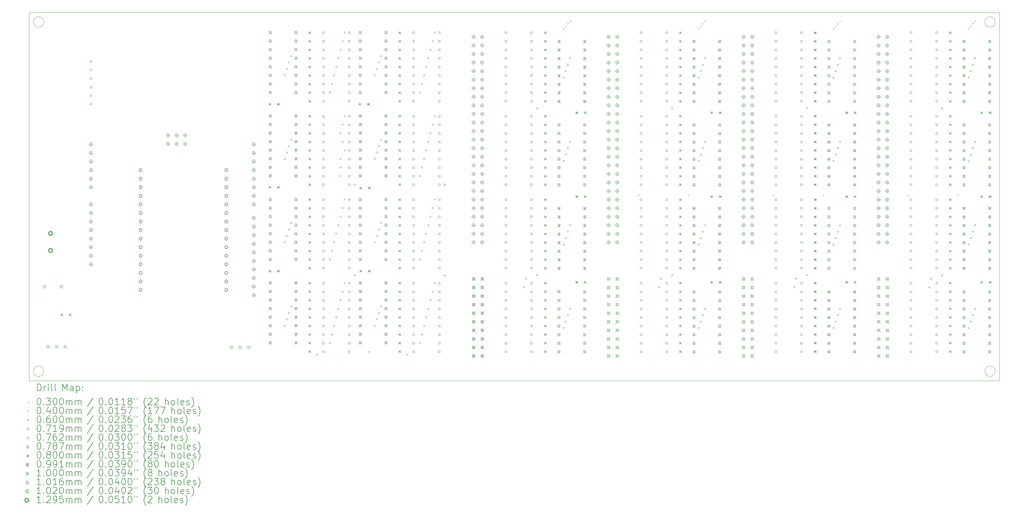
<source format=gbr>
%TF.GenerationSoftware,KiCad,Pcbnew,(7.0.0)*%
%TF.CreationDate,2023-03-13T22:43:28-04:00*%
%TF.ProjectId,luminator,6c756d69-6e61-4746-9f72-2e6b69636164,rev?*%
%TF.SameCoordinates,Original*%
%TF.FileFunction,Drillmap*%
%TF.FilePolarity,Positive*%
%FSLAX45Y45*%
G04 Gerber Fmt 4.5, Leading zero omitted, Abs format (unit mm)*
G04 Created by KiCad (PCBNEW (7.0.0)) date 2023-03-13 22:43:28*
%MOMM*%
%LPD*%
G01*
G04 APERTURE LIST*
%ADD10C,0.100000*%
%ADD11C,0.200000*%
%ADD12C,0.030000*%
%ADD13C,0.040000*%
%ADD14C,0.060000*%
%ADD15C,0.071907*%
%ADD16C,0.076200*%
%ADD17C,0.078740*%
%ADD18C,0.080000*%
%ADD19C,0.099060*%
%ADD20C,0.101600*%
%ADD21C,0.102000*%
%ADD22C,0.129540*%
G04 APERTURE END LIST*
D10*
X32209302Y-2159000D02*
G75*
G03*
X32209302Y-2159000I-154502J0D01*
G01*
X32209302Y-12522200D02*
G75*
G03*
X32209302Y-12522200I-154502J0D01*
G01*
X4017404Y-2161102D02*
G75*
G03*
X4017404Y-2161102I-154502J0D01*
G01*
X3581400Y-1879600D02*
X32334200Y-1879600D01*
X32334200Y-1879600D02*
X32334200Y-12801600D01*
X32334200Y-12801600D02*
X3581400Y-12801600D01*
X3581400Y-12801600D02*
X3581400Y-1879600D01*
X4015302Y-12522200D02*
G75*
G03*
X4015302Y-12522200I-154502J0D01*
G01*
D11*
D12*
X19404570Y-2347200D02*
X19434570Y-2377200D01*
X19434570Y-2347200D02*
X19404570Y-2377200D01*
X19468800Y-2274270D02*
X19498800Y-2304270D01*
X19498800Y-2274270D02*
X19468800Y-2304270D01*
X19531570Y-2194800D02*
X19561570Y-2224800D01*
X19561570Y-2194800D02*
X19531570Y-2224800D01*
X19597610Y-2118600D02*
X19627610Y-2148600D01*
X19627610Y-2118600D02*
X19597610Y-2148600D01*
X21632150Y-7287500D02*
X21662150Y-7317500D01*
X21662150Y-7287500D02*
X21632150Y-7317500D01*
X23105350Y-7287500D02*
X23135350Y-7317500D01*
X23135350Y-7287500D02*
X23105350Y-7317500D01*
X23405070Y-2347200D02*
X23435070Y-2377200D01*
X23435070Y-2347200D02*
X23405070Y-2377200D01*
X23469300Y-2274270D02*
X23499300Y-2304270D01*
X23499300Y-2274270D02*
X23469300Y-2304270D01*
X23532070Y-2194800D02*
X23562070Y-2224800D01*
X23562070Y-2194800D02*
X23532070Y-2224800D01*
X23598110Y-2118600D02*
X23628110Y-2148600D01*
X23628110Y-2118600D02*
X23598110Y-2148600D01*
X25632650Y-7287500D02*
X25662650Y-7317500D01*
X25662650Y-7287500D02*
X25632650Y-7317500D01*
X27105850Y-7287500D02*
X27135850Y-7317500D01*
X27135850Y-7287500D02*
X27105850Y-7317500D01*
X27403030Y-2347200D02*
X27433030Y-2377200D01*
X27433030Y-2347200D02*
X27403030Y-2377200D01*
X27467260Y-2274270D02*
X27497260Y-2304270D01*
X27497260Y-2274270D02*
X27467260Y-2304270D01*
X27530030Y-2194800D02*
X27560030Y-2224800D01*
X27560030Y-2194800D02*
X27530030Y-2224800D01*
X27596070Y-2118600D02*
X27626070Y-2148600D01*
X27626070Y-2118600D02*
X27596070Y-2148600D01*
X29620450Y-7287500D02*
X29650450Y-7317500D01*
X29650450Y-7287500D02*
X29620450Y-7317500D01*
X31093650Y-7287500D02*
X31123650Y-7317500D01*
X31123650Y-7287500D02*
X31093650Y-7317500D01*
X31403530Y-2344660D02*
X31433530Y-2374660D01*
X31433530Y-2344660D02*
X31403530Y-2374660D01*
X31467760Y-2271730D02*
X31497760Y-2301730D01*
X31497760Y-2271730D02*
X31467760Y-2301730D01*
X31530530Y-2192260D02*
X31560530Y-2222260D01*
X31560530Y-2192260D02*
X31530530Y-2222260D01*
X31596570Y-2116060D02*
X31626570Y-2146060D01*
X31626570Y-2116060D02*
X31596570Y-2146060D01*
D13*
X11176950Y-3746500D02*
G75*
G03*
X11176950Y-3746500I-20000J0D01*
G01*
X11176950Y-6223000D02*
G75*
G03*
X11176950Y-6223000I-20000J0D01*
G01*
X11176950Y-8699500D02*
G75*
G03*
X11176950Y-8699500I-20000J0D01*
G01*
X11176950Y-11176000D02*
G75*
G03*
X11176950Y-11176000I-20000J0D01*
G01*
X11240450Y-3556000D02*
G75*
G03*
X11240450Y-3556000I-20000J0D01*
G01*
X11240450Y-6032500D02*
G75*
G03*
X11240450Y-6032500I-20000J0D01*
G01*
X11240450Y-8509000D02*
G75*
G03*
X11240450Y-8509000I-20000J0D01*
G01*
X11240450Y-10985500D02*
G75*
G03*
X11240450Y-10985500I-20000J0D01*
G01*
X11303950Y-3365500D02*
G75*
G03*
X11303950Y-3365500I-20000J0D01*
G01*
X11303950Y-5842000D02*
G75*
G03*
X11303950Y-5842000I-20000J0D01*
G01*
X11303950Y-8318500D02*
G75*
G03*
X11303950Y-8318500I-20000J0D01*
G01*
X11303950Y-10795000D02*
G75*
G03*
X11303950Y-10795000I-20000J0D01*
G01*
X11367450Y-3175000D02*
G75*
G03*
X11367450Y-3175000I-20000J0D01*
G01*
X11367450Y-5651500D02*
G75*
G03*
X11367450Y-5651500I-20000J0D01*
G01*
X11367450Y-8128000D02*
G75*
G03*
X11367450Y-8128000I-20000J0D01*
G01*
X11367450Y-10604500D02*
G75*
G03*
X11367450Y-10604500I-20000J0D01*
G01*
X12510450Y-4254500D02*
G75*
G03*
X12510450Y-4254500I-20000J0D01*
G01*
X12510450Y-9207500D02*
G75*
G03*
X12510450Y-9207500I-20000J0D01*
G01*
X12510450Y-11684000D02*
G75*
G03*
X12510450Y-11684000I-20000J0D01*
G01*
X12573950Y-4000500D02*
G75*
G03*
X12573950Y-4000500I-20000J0D01*
G01*
X12573950Y-8953500D02*
G75*
G03*
X12573950Y-8953500I-20000J0D01*
G01*
X12573950Y-11430000D02*
G75*
G03*
X12573950Y-11430000I-20000J0D01*
G01*
X12637450Y-3746500D02*
G75*
G03*
X12637450Y-3746500I-20000J0D01*
G01*
X12637450Y-8699500D02*
G75*
G03*
X12637450Y-8699500I-20000J0D01*
G01*
X12637450Y-11176000D02*
G75*
G03*
X12637450Y-11176000I-20000J0D01*
G01*
X12700950Y-3492500D02*
G75*
G03*
X12700950Y-3492500I-20000J0D01*
G01*
X12700950Y-8445500D02*
G75*
G03*
X12700950Y-8445500I-20000J0D01*
G01*
X12700950Y-10922000D02*
G75*
G03*
X12700950Y-10922000I-20000J0D01*
G01*
X12764450Y-3238500D02*
G75*
G03*
X12764450Y-3238500I-20000J0D01*
G01*
X12764450Y-8191500D02*
G75*
G03*
X12764450Y-8191500I-20000J0D01*
G01*
X12764450Y-10668000D02*
G75*
G03*
X12764450Y-10668000I-20000J0D01*
G01*
X12827950Y-2984500D02*
G75*
G03*
X12827950Y-2984500I-20000J0D01*
G01*
X12827950Y-5461000D02*
G75*
G03*
X12827950Y-5461000I-20000J0D01*
G01*
X12827950Y-6223000D02*
G75*
G03*
X12827950Y-6223000I-20000J0D01*
G01*
X12827950Y-6477000D02*
G75*
G03*
X12827950Y-6477000I-20000J0D01*
G01*
X12827950Y-6731000D02*
G75*
G03*
X12827950Y-6731000I-20000J0D01*
G01*
X12827950Y-7937500D02*
G75*
G03*
X12827950Y-7937500I-20000J0D01*
G01*
X12827950Y-10414000D02*
G75*
G03*
X12827950Y-10414000I-20000J0D01*
G01*
X12891450Y-2730500D02*
G75*
G03*
X12891450Y-2730500I-20000J0D01*
G01*
X12891450Y-5207000D02*
G75*
G03*
X12891450Y-5207000I-20000J0D01*
G01*
X12891450Y-5715000D02*
G75*
G03*
X12891450Y-5715000I-20000J0D01*
G01*
X12891450Y-7683500D02*
G75*
G03*
X12891450Y-7683500I-20000J0D01*
G01*
X12891450Y-10160000D02*
G75*
G03*
X12891450Y-10160000I-20000J0D01*
G01*
X12954950Y-2476500D02*
G75*
G03*
X12954950Y-2476500I-20000J0D01*
G01*
X12954950Y-4953000D02*
G75*
G03*
X12954950Y-4953000I-20000J0D01*
G01*
X12954950Y-5969000D02*
G75*
G03*
X12954950Y-5969000I-20000J0D01*
G01*
X12954950Y-7429500D02*
G75*
G03*
X12954950Y-7429500I-20000J0D01*
G01*
X12954950Y-9906000D02*
G75*
G03*
X12954950Y-9906000I-20000J0D01*
G01*
X13678850Y-11950700D02*
G75*
G03*
X13678850Y-11950700I-20000J0D01*
G01*
X13843950Y-3746500D02*
G75*
G03*
X13843950Y-3746500I-20000J0D01*
G01*
X13843950Y-6223000D02*
G75*
G03*
X13843950Y-6223000I-20000J0D01*
G01*
X13843950Y-8699500D02*
G75*
G03*
X13843950Y-8699500I-20000J0D01*
G01*
X13843950Y-11176000D02*
G75*
G03*
X13843950Y-11176000I-20000J0D01*
G01*
X13907450Y-3556000D02*
G75*
G03*
X13907450Y-3556000I-20000J0D01*
G01*
X13907450Y-6032500D02*
G75*
G03*
X13907450Y-6032500I-20000J0D01*
G01*
X13907450Y-8509000D02*
G75*
G03*
X13907450Y-8509000I-20000J0D01*
G01*
X13907450Y-10985500D02*
G75*
G03*
X13907450Y-10985500I-20000J0D01*
G01*
X13970950Y-3365500D02*
G75*
G03*
X13970950Y-3365500I-20000J0D01*
G01*
X13970950Y-5842000D02*
G75*
G03*
X13970950Y-5842000I-20000J0D01*
G01*
X13970950Y-8318500D02*
G75*
G03*
X13970950Y-8318500I-20000J0D01*
G01*
X13970950Y-10795000D02*
G75*
G03*
X13970950Y-10795000I-20000J0D01*
G01*
X14034450Y-3175000D02*
G75*
G03*
X14034450Y-3175000I-20000J0D01*
G01*
X14034450Y-5651500D02*
G75*
G03*
X14034450Y-5651500I-20000J0D01*
G01*
X14034450Y-8128000D02*
G75*
G03*
X14034450Y-8128000I-20000J0D01*
G01*
X14034450Y-10604500D02*
G75*
G03*
X14034450Y-10604500I-20000J0D01*
G01*
X15177450Y-4254500D02*
G75*
G03*
X15177450Y-4254500I-20000J0D01*
G01*
X15177450Y-6731000D02*
G75*
G03*
X15177450Y-6731000I-20000J0D01*
G01*
X15177450Y-9207500D02*
G75*
G03*
X15177450Y-9207500I-20000J0D01*
G01*
X15177450Y-11684000D02*
G75*
G03*
X15177450Y-11684000I-20000J0D01*
G01*
X15240950Y-4000500D02*
G75*
G03*
X15240950Y-4000500I-20000J0D01*
G01*
X15240950Y-6477000D02*
G75*
G03*
X15240950Y-6477000I-20000J0D01*
G01*
X15240950Y-8953500D02*
G75*
G03*
X15240950Y-8953500I-20000J0D01*
G01*
X15240950Y-11430000D02*
G75*
G03*
X15240950Y-11430000I-20000J0D01*
G01*
X15304450Y-3746500D02*
G75*
G03*
X15304450Y-3746500I-20000J0D01*
G01*
X15304450Y-6223000D02*
G75*
G03*
X15304450Y-6223000I-20000J0D01*
G01*
X15304450Y-8699500D02*
G75*
G03*
X15304450Y-8699500I-20000J0D01*
G01*
X15304450Y-11176000D02*
G75*
G03*
X15304450Y-11176000I-20000J0D01*
G01*
X15367950Y-3492500D02*
G75*
G03*
X15367950Y-3492500I-20000J0D01*
G01*
X15367950Y-5969000D02*
G75*
G03*
X15367950Y-5969000I-20000J0D01*
G01*
X15367950Y-8445500D02*
G75*
G03*
X15367950Y-8445500I-20000J0D01*
G01*
X15367950Y-10922000D02*
G75*
G03*
X15367950Y-10922000I-20000J0D01*
G01*
X15431450Y-3238500D02*
G75*
G03*
X15431450Y-3238500I-20000J0D01*
G01*
X15431450Y-5715000D02*
G75*
G03*
X15431450Y-5715000I-20000J0D01*
G01*
X15431450Y-8191500D02*
G75*
G03*
X15431450Y-8191500I-20000J0D01*
G01*
X15431450Y-10668000D02*
G75*
G03*
X15431450Y-10668000I-20000J0D01*
G01*
X15494950Y-2984500D02*
G75*
G03*
X15494950Y-2984500I-20000J0D01*
G01*
X15494950Y-5461000D02*
G75*
G03*
X15494950Y-5461000I-20000J0D01*
G01*
X15494950Y-7937500D02*
G75*
G03*
X15494950Y-7937500I-20000J0D01*
G01*
X15494950Y-10414000D02*
G75*
G03*
X15494950Y-10414000I-20000J0D01*
G01*
X15558450Y-2730500D02*
G75*
G03*
X15558450Y-2730500I-20000J0D01*
G01*
X15558450Y-5207000D02*
G75*
G03*
X15558450Y-5207000I-20000J0D01*
G01*
X15558450Y-7683500D02*
G75*
G03*
X15558450Y-7683500I-20000J0D01*
G01*
X15558450Y-10160000D02*
G75*
G03*
X15558450Y-10160000I-20000J0D01*
G01*
X15621950Y-2476500D02*
G75*
G03*
X15621950Y-2476500I-20000J0D01*
G01*
X15621950Y-4953000D02*
G75*
G03*
X15621950Y-4953000I-20000J0D01*
G01*
X15621950Y-7429500D02*
G75*
G03*
X15621950Y-7429500I-20000J0D01*
G01*
X15621950Y-9906000D02*
G75*
G03*
X15621950Y-9906000I-20000J0D01*
G01*
X18276250Y-10033000D02*
G75*
G03*
X18276250Y-10033000I-20000J0D01*
G01*
X18327050Y-9779000D02*
G75*
G03*
X18327050Y-9779000I-20000J0D01*
G01*
X18656250Y-9677400D02*
G75*
G03*
X18656250Y-9677400I-20000J0D01*
G01*
X18657250Y-4724400D02*
G75*
G03*
X18657250Y-4724400I-20000J0D01*
G01*
X19440300Y-3810000D02*
G75*
G03*
X19440300Y-3810000I-20000J0D01*
G01*
X19440300Y-6286500D02*
G75*
G03*
X19440300Y-6286500I-20000J0D01*
G01*
X19440300Y-8763000D02*
G75*
G03*
X19440300Y-8763000I-20000J0D01*
G01*
X19440300Y-11239500D02*
G75*
G03*
X19440300Y-11239500I-20000J0D01*
G01*
X19503800Y-3619500D02*
G75*
G03*
X19503800Y-3619500I-20000J0D01*
G01*
X19503800Y-6096000D02*
G75*
G03*
X19503800Y-6096000I-20000J0D01*
G01*
X19503800Y-8572500D02*
G75*
G03*
X19503800Y-8572500I-20000J0D01*
G01*
X19503800Y-11049000D02*
G75*
G03*
X19503800Y-11049000I-20000J0D01*
G01*
X19567300Y-3429000D02*
G75*
G03*
X19567300Y-3429000I-20000J0D01*
G01*
X19567300Y-5905500D02*
G75*
G03*
X19567300Y-5905500I-20000J0D01*
G01*
X19567300Y-8382000D02*
G75*
G03*
X19567300Y-8382000I-20000J0D01*
G01*
X19567300Y-10858500D02*
G75*
G03*
X19567300Y-10858500I-20000J0D01*
G01*
X19630800Y-3238500D02*
G75*
G03*
X19630800Y-3238500I-20000J0D01*
G01*
X19630800Y-5715000D02*
G75*
G03*
X19630800Y-5715000I-20000J0D01*
G01*
X19630800Y-8191500D02*
G75*
G03*
X19630800Y-8191500I-20000J0D01*
G01*
X19630800Y-10668000D02*
G75*
G03*
X19630800Y-10668000I-20000J0D01*
G01*
X22276750Y-10033000D02*
G75*
G03*
X22276750Y-10033000I-20000J0D01*
G01*
X22327550Y-9779000D02*
G75*
G03*
X22327550Y-9779000I-20000J0D01*
G01*
X22656750Y-9677400D02*
G75*
G03*
X22656750Y-9677400I-20000J0D01*
G01*
X22657750Y-4724400D02*
G75*
G03*
X22657750Y-4724400I-20000J0D01*
G01*
X23440800Y-3810000D02*
G75*
G03*
X23440800Y-3810000I-20000J0D01*
G01*
X23440800Y-6286500D02*
G75*
G03*
X23440800Y-6286500I-20000J0D01*
G01*
X23440800Y-8763000D02*
G75*
G03*
X23440800Y-8763000I-20000J0D01*
G01*
X23440800Y-11239500D02*
G75*
G03*
X23440800Y-11239500I-20000J0D01*
G01*
X23504300Y-3619500D02*
G75*
G03*
X23504300Y-3619500I-20000J0D01*
G01*
X23504300Y-6096000D02*
G75*
G03*
X23504300Y-6096000I-20000J0D01*
G01*
X23504300Y-8572500D02*
G75*
G03*
X23504300Y-8572500I-20000J0D01*
G01*
X23504300Y-11049000D02*
G75*
G03*
X23504300Y-11049000I-20000J0D01*
G01*
X23567800Y-3429000D02*
G75*
G03*
X23567800Y-3429000I-20000J0D01*
G01*
X23567800Y-5905500D02*
G75*
G03*
X23567800Y-5905500I-20000J0D01*
G01*
X23567800Y-8382000D02*
G75*
G03*
X23567800Y-8382000I-20000J0D01*
G01*
X23567800Y-10858500D02*
G75*
G03*
X23567800Y-10858500I-20000J0D01*
G01*
X23631300Y-3238500D02*
G75*
G03*
X23631300Y-3238500I-20000J0D01*
G01*
X23631300Y-5715000D02*
G75*
G03*
X23631300Y-5715000I-20000J0D01*
G01*
X23631300Y-8191500D02*
G75*
G03*
X23631300Y-8191500I-20000J0D01*
G01*
X23631300Y-10668000D02*
G75*
G03*
X23631300Y-10668000I-20000J0D01*
G01*
X26275980Y-10033000D02*
G75*
G03*
X26275980Y-10033000I-20000J0D01*
G01*
X26326780Y-9779000D02*
G75*
G03*
X26326780Y-9779000I-20000J0D01*
G01*
X26655980Y-9677400D02*
G75*
G03*
X26655980Y-9677400I-20000J0D01*
G01*
X26656980Y-4724400D02*
G75*
G03*
X26656980Y-4724400I-20000J0D01*
G01*
X27440030Y-3810000D02*
G75*
G03*
X27440030Y-3810000I-20000J0D01*
G01*
X27440030Y-6286500D02*
G75*
G03*
X27440030Y-6286500I-20000J0D01*
G01*
X27440030Y-8763000D02*
G75*
G03*
X27440030Y-8763000I-20000J0D01*
G01*
X27440030Y-11239500D02*
G75*
G03*
X27440030Y-11239500I-20000J0D01*
G01*
X27503530Y-3619500D02*
G75*
G03*
X27503530Y-3619500I-20000J0D01*
G01*
X27503530Y-6096000D02*
G75*
G03*
X27503530Y-6096000I-20000J0D01*
G01*
X27503530Y-8572500D02*
G75*
G03*
X27503530Y-8572500I-20000J0D01*
G01*
X27503530Y-11049000D02*
G75*
G03*
X27503530Y-11049000I-20000J0D01*
G01*
X27567030Y-3429000D02*
G75*
G03*
X27567030Y-3429000I-20000J0D01*
G01*
X27567030Y-5905500D02*
G75*
G03*
X27567030Y-5905500I-20000J0D01*
G01*
X27567030Y-8382000D02*
G75*
G03*
X27567030Y-8382000I-20000J0D01*
G01*
X27567030Y-10858500D02*
G75*
G03*
X27567030Y-10858500I-20000J0D01*
G01*
X27630530Y-3238500D02*
G75*
G03*
X27630530Y-3238500I-20000J0D01*
G01*
X27630530Y-5715000D02*
G75*
G03*
X27630530Y-5715000I-20000J0D01*
G01*
X27630530Y-8191500D02*
G75*
G03*
X27630530Y-8191500I-20000J0D01*
G01*
X27630530Y-10668000D02*
G75*
G03*
X27630530Y-10668000I-20000J0D01*
G01*
X30276480Y-10033000D02*
G75*
G03*
X30276480Y-10033000I-20000J0D01*
G01*
X30327280Y-9779000D02*
G75*
G03*
X30327280Y-9779000I-20000J0D01*
G01*
X30656480Y-9677400D02*
G75*
G03*
X30656480Y-9677400I-20000J0D01*
G01*
X30657480Y-4724400D02*
G75*
G03*
X30657480Y-4724400I-20000J0D01*
G01*
X31440530Y-3810000D02*
G75*
G03*
X31440530Y-3810000I-20000J0D01*
G01*
X31440530Y-6286500D02*
G75*
G03*
X31440530Y-6286500I-20000J0D01*
G01*
X31440530Y-8763000D02*
G75*
G03*
X31440530Y-8763000I-20000J0D01*
G01*
X31440530Y-11239500D02*
G75*
G03*
X31440530Y-11239500I-20000J0D01*
G01*
X31504030Y-3619500D02*
G75*
G03*
X31504030Y-3619500I-20000J0D01*
G01*
X31504030Y-6096000D02*
G75*
G03*
X31504030Y-6096000I-20000J0D01*
G01*
X31504030Y-8572500D02*
G75*
G03*
X31504030Y-8572500I-20000J0D01*
G01*
X31504030Y-11049000D02*
G75*
G03*
X31504030Y-11049000I-20000J0D01*
G01*
X31567530Y-3429000D02*
G75*
G03*
X31567530Y-3429000I-20000J0D01*
G01*
X31567530Y-5905500D02*
G75*
G03*
X31567530Y-5905500I-20000J0D01*
G01*
X31567530Y-8382000D02*
G75*
G03*
X31567530Y-8382000I-20000J0D01*
G01*
X31567530Y-10858500D02*
G75*
G03*
X31567530Y-10858500I-20000J0D01*
G01*
X31631030Y-3238500D02*
G75*
G03*
X31631030Y-3238500I-20000J0D01*
G01*
X31631030Y-5715000D02*
G75*
G03*
X31631030Y-5715000I-20000J0D01*
G01*
X31631030Y-8191500D02*
G75*
G03*
X31631030Y-8191500I-20000J0D01*
G01*
X31631030Y-10668000D02*
G75*
G03*
X31631030Y-10668000I-20000J0D01*
G01*
D14*
X12109450Y-11996900D02*
X12109450Y-12056900D01*
X12079450Y-12026900D02*
X12139450Y-12026900D01*
X13227050Y-6955000D02*
X13227050Y-7015000D01*
X13197050Y-6985000D02*
X13257050Y-6985000D01*
X13227050Y-9647400D02*
X13227050Y-9707400D01*
X13197050Y-9677400D02*
X13257050Y-9677400D01*
X14776450Y-11996900D02*
X14776450Y-12056900D01*
X14746450Y-12026900D02*
X14806450Y-12026900D01*
X15894050Y-6955000D02*
X15894050Y-7015000D01*
X15864050Y-6985000D02*
X15924050Y-6985000D01*
X15894050Y-9647400D02*
X15894050Y-9707400D01*
X15864050Y-9677400D02*
X15924050Y-9677400D01*
D15*
X12325373Y-2501923D02*
X12325373Y-2451077D01*
X12274527Y-2451077D01*
X12274527Y-2501923D01*
X12325373Y-2501923D01*
X12325373Y-2755923D02*
X12325373Y-2705077D01*
X12274527Y-2705077D01*
X12274527Y-2755923D01*
X12325373Y-2755923D01*
X12325373Y-3009923D02*
X12325373Y-2959077D01*
X12274527Y-2959077D01*
X12274527Y-3009923D01*
X12325373Y-3009923D01*
X12325373Y-3263923D02*
X12325373Y-3213077D01*
X12274527Y-3213077D01*
X12274527Y-3263923D01*
X12325373Y-3263923D01*
X12325373Y-3517923D02*
X12325373Y-3467077D01*
X12274527Y-3467077D01*
X12274527Y-3517923D01*
X12325373Y-3517923D01*
X12325373Y-3771923D02*
X12325373Y-3721077D01*
X12274527Y-3721077D01*
X12274527Y-3771923D01*
X12325373Y-3771923D01*
X12325373Y-4025923D02*
X12325373Y-3975077D01*
X12274527Y-3975077D01*
X12274527Y-4025923D01*
X12325373Y-4025923D01*
X12325373Y-4279923D02*
X12325373Y-4229077D01*
X12274527Y-4229077D01*
X12274527Y-4279923D01*
X12325373Y-4279923D01*
X12325373Y-4533923D02*
X12325373Y-4483077D01*
X12274527Y-4483077D01*
X12274527Y-4533923D01*
X12325373Y-4533923D01*
X12325373Y-4978423D02*
X12325373Y-4927577D01*
X12274527Y-4927577D01*
X12274527Y-4978423D01*
X12325373Y-4978423D01*
X12325373Y-5232423D02*
X12325373Y-5181577D01*
X12274527Y-5181577D01*
X12274527Y-5232423D01*
X12325373Y-5232423D01*
X12325373Y-5486423D02*
X12325373Y-5435577D01*
X12274527Y-5435577D01*
X12274527Y-5486423D01*
X12325373Y-5486423D01*
X12325373Y-5740423D02*
X12325373Y-5689577D01*
X12274527Y-5689577D01*
X12274527Y-5740423D01*
X12325373Y-5740423D01*
X12325373Y-5994423D02*
X12325373Y-5943577D01*
X12274527Y-5943577D01*
X12274527Y-5994423D01*
X12325373Y-5994423D01*
X12325373Y-6248423D02*
X12325373Y-6197577D01*
X12274527Y-6197577D01*
X12274527Y-6248423D01*
X12325373Y-6248423D01*
X12325373Y-6502423D02*
X12325373Y-6451577D01*
X12274527Y-6451577D01*
X12274527Y-6502423D01*
X12325373Y-6502423D01*
X12325373Y-6756423D02*
X12325373Y-6705577D01*
X12274527Y-6705577D01*
X12274527Y-6756423D01*
X12325373Y-6756423D01*
X12325373Y-7010423D02*
X12325373Y-6959577D01*
X12274527Y-6959577D01*
X12274527Y-7010423D01*
X12325373Y-7010423D01*
X12325373Y-7454923D02*
X12325373Y-7404077D01*
X12274527Y-7404077D01*
X12274527Y-7454923D01*
X12325373Y-7454923D01*
X12325373Y-7708923D02*
X12325373Y-7658077D01*
X12274527Y-7658077D01*
X12274527Y-7708923D01*
X12325373Y-7708923D01*
X12325373Y-7962923D02*
X12325373Y-7912077D01*
X12274527Y-7912077D01*
X12274527Y-7962923D01*
X12325373Y-7962923D01*
X12325373Y-8216923D02*
X12325373Y-8166077D01*
X12274527Y-8166077D01*
X12274527Y-8216923D01*
X12325373Y-8216923D01*
X12325373Y-8470923D02*
X12325373Y-8420077D01*
X12274527Y-8420077D01*
X12274527Y-8470923D01*
X12325373Y-8470923D01*
X12325373Y-8724923D02*
X12325373Y-8674077D01*
X12274527Y-8674077D01*
X12274527Y-8724923D01*
X12325373Y-8724923D01*
X12325373Y-8978923D02*
X12325373Y-8928077D01*
X12274527Y-8928077D01*
X12274527Y-8978923D01*
X12325373Y-8978923D01*
X12325373Y-9232923D02*
X12325373Y-9182077D01*
X12274527Y-9182077D01*
X12274527Y-9232923D01*
X12325373Y-9232923D01*
X12325373Y-9486923D02*
X12325373Y-9436077D01*
X12274527Y-9436077D01*
X12274527Y-9486923D01*
X12325373Y-9486923D01*
X12325373Y-9931423D02*
X12325373Y-9880577D01*
X12274527Y-9880577D01*
X12274527Y-9931423D01*
X12325373Y-9931423D01*
X12325373Y-10185423D02*
X12325373Y-10134577D01*
X12274527Y-10134577D01*
X12274527Y-10185423D01*
X12325373Y-10185423D01*
X12325373Y-10439423D02*
X12325373Y-10388577D01*
X12274527Y-10388577D01*
X12274527Y-10439423D01*
X12325373Y-10439423D01*
X12325373Y-10693423D02*
X12325373Y-10642577D01*
X12274527Y-10642577D01*
X12274527Y-10693423D01*
X12325373Y-10693423D01*
X12325373Y-10947423D02*
X12325373Y-10896577D01*
X12274527Y-10896577D01*
X12274527Y-10947423D01*
X12325373Y-10947423D01*
X12325373Y-11201423D02*
X12325373Y-11150577D01*
X12274527Y-11150577D01*
X12274527Y-11201423D01*
X12325373Y-11201423D01*
X12325373Y-11455423D02*
X12325373Y-11404577D01*
X12274527Y-11404577D01*
X12274527Y-11455423D01*
X12325373Y-11455423D01*
X12325373Y-11709423D02*
X12325373Y-11658577D01*
X12274527Y-11658577D01*
X12274527Y-11709423D01*
X12325373Y-11709423D01*
X12325373Y-11963423D02*
X12325373Y-11912577D01*
X12274527Y-11912577D01*
X12274527Y-11963423D01*
X12325373Y-11963423D01*
X13087373Y-2501923D02*
X13087373Y-2451077D01*
X13036527Y-2451077D01*
X13036527Y-2501923D01*
X13087373Y-2501923D01*
X13087373Y-2755923D02*
X13087373Y-2705077D01*
X13036527Y-2705077D01*
X13036527Y-2755923D01*
X13087373Y-2755923D01*
X13087373Y-3009923D02*
X13087373Y-2959077D01*
X13036527Y-2959077D01*
X13036527Y-3009923D01*
X13087373Y-3009923D01*
X13087373Y-3263923D02*
X13087373Y-3213077D01*
X13036527Y-3213077D01*
X13036527Y-3263923D01*
X13087373Y-3263923D01*
X13087373Y-3517923D02*
X13087373Y-3467077D01*
X13036527Y-3467077D01*
X13036527Y-3517923D01*
X13087373Y-3517923D01*
X13087373Y-3771923D02*
X13087373Y-3721077D01*
X13036527Y-3721077D01*
X13036527Y-3771923D01*
X13087373Y-3771923D01*
X13087373Y-4025923D02*
X13087373Y-3975077D01*
X13036527Y-3975077D01*
X13036527Y-4025923D01*
X13087373Y-4025923D01*
X13087373Y-4279923D02*
X13087373Y-4229077D01*
X13036527Y-4229077D01*
X13036527Y-4279923D01*
X13087373Y-4279923D01*
X13087373Y-4533923D02*
X13087373Y-4483077D01*
X13036527Y-4483077D01*
X13036527Y-4533923D01*
X13087373Y-4533923D01*
X13087373Y-4978423D02*
X13087373Y-4927577D01*
X13036527Y-4927577D01*
X13036527Y-4978423D01*
X13087373Y-4978423D01*
X13087373Y-5232423D02*
X13087373Y-5181577D01*
X13036527Y-5181577D01*
X13036527Y-5232423D01*
X13087373Y-5232423D01*
X13087373Y-5486423D02*
X13087373Y-5435577D01*
X13036527Y-5435577D01*
X13036527Y-5486423D01*
X13087373Y-5486423D01*
X13087373Y-5740423D02*
X13087373Y-5689577D01*
X13036527Y-5689577D01*
X13036527Y-5740423D01*
X13087373Y-5740423D01*
X13087373Y-5994423D02*
X13087373Y-5943577D01*
X13036527Y-5943577D01*
X13036527Y-5994423D01*
X13087373Y-5994423D01*
X13087373Y-6248423D02*
X13087373Y-6197577D01*
X13036527Y-6197577D01*
X13036527Y-6248423D01*
X13087373Y-6248423D01*
X13087373Y-6502423D02*
X13087373Y-6451577D01*
X13036527Y-6451577D01*
X13036527Y-6502423D01*
X13087373Y-6502423D01*
X13087373Y-6756423D02*
X13087373Y-6705577D01*
X13036527Y-6705577D01*
X13036527Y-6756423D01*
X13087373Y-6756423D01*
X13087373Y-7010423D02*
X13087373Y-6959577D01*
X13036527Y-6959577D01*
X13036527Y-7010423D01*
X13087373Y-7010423D01*
X13087373Y-7454923D02*
X13087373Y-7404077D01*
X13036527Y-7404077D01*
X13036527Y-7454923D01*
X13087373Y-7454923D01*
X13087373Y-7708923D02*
X13087373Y-7658077D01*
X13036527Y-7658077D01*
X13036527Y-7708923D01*
X13087373Y-7708923D01*
X13087373Y-7962923D02*
X13087373Y-7912077D01*
X13036527Y-7912077D01*
X13036527Y-7962923D01*
X13087373Y-7962923D01*
X13087373Y-8216923D02*
X13087373Y-8166077D01*
X13036527Y-8166077D01*
X13036527Y-8216923D01*
X13087373Y-8216923D01*
X13087373Y-8470923D02*
X13087373Y-8420077D01*
X13036527Y-8420077D01*
X13036527Y-8470923D01*
X13087373Y-8470923D01*
X13087373Y-8724923D02*
X13087373Y-8674077D01*
X13036527Y-8674077D01*
X13036527Y-8724923D01*
X13087373Y-8724923D01*
X13087373Y-8978923D02*
X13087373Y-8928077D01*
X13036527Y-8928077D01*
X13036527Y-8978923D01*
X13087373Y-8978923D01*
X13087373Y-9232923D02*
X13087373Y-9182077D01*
X13036527Y-9182077D01*
X13036527Y-9232923D01*
X13087373Y-9232923D01*
X13087373Y-9486923D02*
X13087373Y-9436077D01*
X13036527Y-9436077D01*
X13036527Y-9486923D01*
X13087373Y-9486923D01*
X13087373Y-9931423D02*
X13087373Y-9880577D01*
X13036527Y-9880577D01*
X13036527Y-9931423D01*
X13087373Y-9931423D01*
X13087373Y-10185423D02*
X13087373Y-10134577D01*
X13036527Y-10134577D01*
X13036527Y-10185423D01*
X13087373Y-10185423D01*
X13087373Y-10439423D02*
X13087373Y-10388577D01*
X13036527Y-10388577D01*
X13036527Y-10439423D01*
X13087373Y-10439423D01*
X13087373Y-10693423D02*
X13087373Y-10642577D01*
X13036527Y-10642577D01*
X13036527Y-10693423D01*
X13087373Y-10693423D01*
X13087373Y-10947423D02*
X13087373Y-10896577D01*
X13036527Y-10896577D01*
X13036527Y-10947423D01*
X13087373Y-10947423D01*
X13087373Y-11201423D02*
X13087373Y-11150577D01*
X13036527Y-11150577D01*
X13036527Y-11201423D01*
X13087373Y-11201423D01*
X13087373Y-11455423D02*
X13087373Y-11404577D01*
X13036527Y-11404577D01*
X13036527Y-11455423D01*
X13087373Y-11455423D01*
X13087373Y-11709423D02*
X13087373Y-11658577D01*
X13036527Y-11658577D01*
X13036527Y-11709423D01*
X13087373Y-11709423D01*
X13087373Y-11963423D02*
X13087373Y-11912577D01*
X13036527Y-11912577D01*
X13036527Y-11963423D01*
X13087373Y-11963423D01*
X14992373Y-2501923D02*
X14992373Y-2451077D01*
X14941527Y-2451077D01*
X14941527Y-2501923D01*
X14992373Y-2501923D01*
X14992373Y-2755923D02*
X14992373Y-2705077D01*
X14941527Y-2705077D01*
X14941527Y-2755923D01*
X14992373Y-2755923D01*
X14992373Y-3009923D02*
X14992373Y-2959077D01*
X14941527Y-2959077D01*
X14941527Y-3009923D01*
X14992373Y-3009923D01*
X14992373Y-3263923D02*
X14992373Y-3213077D01*
X14941527Y-3213077D01*
X14941527Y-3263923D01*
X14992373Y-3263923D01*
X14992373Y-3517923D02*
X14992373Y-3467077D01*
X14941527Y-3467077D01*
X14941527Y-3517923D01*
X14992373Y-3517923D01*
X14992373Y-3771923D02*
X14992373Y-3721077D01*
X14941527Y-3721077D01*
X14941527Y-3771923D01*
X14992373Y-3771923D01*
X14992373Y-4025923D02*
X14992373Y-3975077D01*
X14941527Y-3975077D01*
X14941527Y-4025923D01*
X14992373Y-4025923D01*
X14992373Y-4279923D02*
X14992373Y-4229077D01*
X14941527Y-4229077D01*
X14941527Y-4279923D01*
X14992373Y-4279923D01*
X14992373Y-4533923D02*
X14992373Y-4483077D01*
X14941527Y-4483077D01*
X14941527Y-4533923D01*
X14992373Y-4533923D01*
X14992373Y-4978423D02*
X14992373Y-4927577D01*
X14941527Y-4927577D01*
X14941527Y-4978423D01*
X14992373Y-4978423D01*
X14992373Y-5232423D02*
X14992373Y-5181577D01*
X14941527Y-5181577D01*
X14941527Y-5232423D01*
X14992373Y-5232423D01*
X14992373Y-5486423D02*
X14992373Y-5435577D01*
X14941527Y-5435577D01*
X14941527Y-5486423D01*
X14992373Y-5486423D01*
X14992373Y-5740423D02*
X14992373Y-5689577D01*
X14941527Y-5689577D01*
X14941527Y-5740423D01*
X14992373Y-5740423D01*
X14992373Y-5994423D02*
X14992373Y-5943577D01*
X14941527Y-5943577D01*
X14941527Y-5994423D01*
X14992373Y-5994423D01*
X14992373Y-6248423D02*
X14992373Y-6197577D01*
X14941527Y-6197577D01*
X14941527Y-6248423D01*
X14992373Y-6248423D01*
X14992373Y-6502423D02*
X14992373Y-6451577D01*
X14941527Y-6451577D01*
X14941527Y-6502423D01*
X14992373Y-6502423D01*
X14992373Y-6756423D02*
X14992373Y-6705577D01*
X14941527Y-6705577D01*
X14941527Y-6756423D01*
X14992373Y-6756423D01*
X14992373Y-7010423D02*
X14992373Y-6959577D01*
X14941527Y-6959577D01*
X14941527Y-7010423D01*
X14992373Y-7010423D01*
X14992373Y-7454923D02*
X14992373Y-7404077D01*
X14941527Y-7404077D01*
X14941527Y-7454923D01*
X14992373Y-7454923D01*
X14992373Y-7708923D02*
X14992373Y-7658077D01*
X14941527Y-7658077D01*
X14941527Y-7708923D01*
X14992373Y-7708923D01*
X14992373Y-7962923D02*
X14992373Y-7912077D01*
X14941527Y-7912077D01*
X14941527Y-7962923D01*
X14992373Y-7962923D01*
X14992373Y-8216923D02*
X14992373Y-8166077D01*
X14941527Y-8166077D01*
X14941527Y-8216923D01*
X14992373Y-8216923D01*
X14992373Y-8470923D02*
X14992373Y-8420077D01*
X14941527Y-8420077D01*
X14941527Y-8470923D01*
X14992373Y-8470923D01*
X14992373Y-8724923D02*
X14992373Y-8674077D01*
X14941527Y-8674077D01*
X14941527Y-8724923D01*
X14992373Y-8724923D01*
X14992373Y-8978923D02*
X14992373Y-8928077D01*
X14941527Y-8928077D01*
X14941527Y-8978923D01*
X14992373Y-8978923D01*
X14992373Y-9232923D02*
X14992373Y-9182077D01*
X14941527Y-9182077D01*
X14941527Y-9232923D01*
X14992373Y-9232923D01*
X14992373Y-9486923D02*
X14992373Y-9436077D01*
X14941527Y-9436077D01*
X14941527Y-9486923D01*
X14992373Y-9486923D01*
X14992373Y-9931423D02*
X14992373Y-9880577D01*
X14941527Y-9880577D01*
X14941527Y-9931423D01*
X14992373Y-9931423D01*
X14992373Y-10185423D02*
X14992373Y-10134577D01*
X14941527Y-10134577D01*
X14941527Y-10185423D01*
X14992373Y-10185423D01*
X14992373Y-10439423D02*
X14992373Y-10388577D01*
X14941527Y-10388577D01*
X14941527Y-10439423D01*
X14992373Y-10439423D01*
X14992373Y-10693423D02*
X14992373Y-10642577D01*
X14941527Y-10642577D01*
X14941527Y-10693423D01*
X14992373Y-10693423D01*
X14992373Y-10947423D02*
X14992373Y-10896577D01*
X14941527Y-10896577D01*
X14941527Y-10947423D01*
X14992373Y-10947423D01*
X14992373Y-11201423D02*
X14992373Y-11150577D01*
X14941527Y-11150577D01*
X14941527Y-11201423D01*
X14992373Y-11201423D01*
X14992373Y-11455423D02*
X14992373Y-11404577D01*
X14941527Y-11404577D01*
X14941527Y-11455423D01*
X14992373Y-11455423D01*
X14992373Y-11709423D02*
X14992373Y-11658577D01*
X14941527Y-11658577D01*
X14941527Y-11709423D01*
X14992373Y-11709423D01*
X14992373Y-11963423D02*
X14992373Y-11912577D01*
X14941527Y-11912577D01*
X14941527Y-11963423D01*
X14992373Y-11963423D01*
X15754373Y-2501923D02*
X15754373Y-2451077D01*
X15703527Y-2451077D01*
X15703527Y-2501923D01*
X15754373Y-2501923D01*
X15754373Y-2755923D02*
X15754373Y-2705077D01*
X15703527Y-2705077D01*
X15703527Y-2755923D01*
X15754373Y-2755923D01*
X15754373Y-3009923D02*
X15754373Y-2959077D01*
X15703527Y-2959077D01*
X15703527Y-3009923D01*
X15754373Y-3009923D01*
X15754373Y-3263923D02*
X15754373Y-3213077D01*
X15703527Y-3213077D01*
X15703527Y-3263923D01*
X15754373Y-3263923D01*
X15754373Y-3517923D02*
X15754373Y-3467077D01*
X15703527Y-3467077D01*
X15703527Y-3517923D01*
X15754373Y-3517923D01*
X15754373Y-3771923D02*
X15754373Y-3721077D01*
X15703527Y-3721077D01*
X15703527Y-3771923D01*
X15754373Y-3771923D01*
X15754373Y-4025923D02*
X15754373Y-3975077D01*
X15703527Y-3975077D01*
X15703527Y-4025923D01*
X15754373Y-4025923D01*
X15754373Y-4279923D02*
X15754373Y-4229077D01*
X15703527Y-4229077D01*
X15703527Y-4279923D01*
X15754373Y-4279923D01*
X15754373Y-4533923D02*
X15754373Y-4483077D01*
X15703527Y-4483077D01*
X15703527Y-4533923D01*
X15754373Y-4533923D01*
X15754373Y-4978423D02*
X15754373Y-4927577D01*
X15703527Y-4927577D01*
X15703527Y-4978423D01*
X15754373Y-4978423D01*
X15754373Y-5232423D02*
X15754373Y-5181577D01*
X15703527Y-5181577D01*
X15703527Y-5232423D01*
X15754373Y-5232423D01*
X15754373Y-5486423D02*
X15754373Y-5435577D01*
X15703527Y-5435577D01*
X15703527Y-5486423D01*
X15754373Y-5486423D01*
X15754373Y-5740423D02*
X15754373Y-5689577D01*
X15703527Y-5689577D01*
X15703527Y-5740423D01*
X15754373Y-5740423D01*
X15754373Y-5994423D02*
X15754373Y-5943577D01*
X15703527Y-5943577D01*
X15703527Y-5994423D01*
X15754373Y-5994423D01*
X15754373Y-6248423D02*
X15754373Y-6197577D01*
X15703527Y-6197577D01*
X15703527Y-6248423D01*
X15754373Y-6248423D01*
X15754373Y-6502423D02*
X15754373Y-6451577D01*
X15703527Y-6451577D01*
X15703527Y-6502423D01*
X15754373Y-6502423D01*
X15754373Y-6756423D02*
X15754373Y-6705577D01*
X15703527Y-6705577D01*
X15703527Y-6756423D01*
X15754373Y-6756423D01*
X15754373Y-7010423D02*
X15754373Y-6959577D01*
X15703527Y-6959577D01*
X15703527Y-7010423D01*
X15754373Y-7010423D01*
X15754373Y-7454923D02*
X15754373Y-7404077D01*
X15703527Y-7404077D01*
X15703527Y-7454923D01*
X15754373Y-7454923D01*
X15754373Y-7708923D02*
X15754373Y-7658077D01*
X15703527Y-7658077D01*
X15703527Y-7708923D01*
X15754373Y-7708923D01*
X15754373Y-7962923D02*
X15754373Y-7912077D01*
X15703527Y-7912077D01*
X15703527Y-7962923D01*
X15754373Y-7962923D01*
X15754373Y-8216923D02*
X15754373Y-8166077D01*
X15703527Y-8166077D01*
X15703527Y-8216923D01*
X15754373Y-8216923D01*
X15754373Y-8470923D02*
X15754373Y-8420077D01*
X15703527Y-8420077D01*
X15703527Y-8470923D01*
X15754373Y-8470923D01*
X15754373Y-8724923D02*
X15754373Y-8674077D01*
X15703527Y-8674077D01*
X15703527Y-8724923D01*
X15754373Y-8724923D01*
X15754373Y-8978923D02*
X15754373Y-8928077D01*
X15703527Y-8928077D01*
X15703527Y-8978923D01*
X15754373Y-8978923D01*
X15754373Y-9232923D02*
X15754373Y-9182077D01*
X15703527Y-9182077D01*
X15703527Y-9232923D01*
X15754373Y-9232923D01*
X15754373Y-9486923D02*
X15754373Y-9436077D01*
X15703527Y-9436077D01*
X15703527Y-9486923D01*
X15754373Y-9486923D01*
X15754373Y-9931423D02*
X15754373Y-9880577D01*
X15703527Y-9880577D01*
X15703527Y-9931423D01*
X15754373Y-9931423D01*
X15754373Y-10185423D02*
X15754373Y-10134577D01*
X15703527Y-10134577D01*
X15703527Y-10185423D01*
X15754373Y-10185423D01*
X15754373Y-10439423D02*
X15754373Y-10388577D01*
X15703527Y-10388577D01*
X15703527Y-10439423D01*
X15754373Y-10439423D01*
X15754373Y-10693423D02*
X15754373Y-10642577D01*
X15703527Y-10642577D01*
X15703527Y-10693423D01*
X15754373Y-10693423D01*
X15754373Y-10947423D02*
X15754373Y-10896577D01*
X15703527Y-10896577D01*
X15703527Y-10947423D01*
X15754373Y-10947423D01*
X15754373Y-11201423D02*
X15754373Y-11150577D01*
X15703527Y-11150577D01*
X15703527Y-11201423D01*
X15754373Y-11201423D01*
X15754373Y-11455423D02*
X15754373Y-11404577D01*
X15703527Y-11404577D01*
X15703527Y-11455423D01*
X15754373Y-11455423D01*
X15754373Y-11709423D02*
X15754373Y-11658577D01*
X15703527Y-11658577D01*
X15703527Y-11709423D01*
X15754373Y-11709423D01*
X15754373Y-11963423D02*
X15754373Y-11912577D01*
X15703527Y-11912577D01*
X15703527Y-11963423D01*
X15754373Y-11963423D01*
X17731223Y-2501923D02*
X17731223Y-2451077D01*
X17680377Y-2451077D01*
X17680377Y-2501923D01*
X17731223Y-2501923D01*
X17731223Y-2755923D02*
X17731223Y-2705077D01*
X17680377Y-2705077D01*
X17680377Y-2755923D01*
X17731223Y-2755923D01*
X17731223Y-3009923D02*
X17731223Y-2959077D01*
X17680377Y-2959077D01*
X17680377Y-3009923D01*
X17731223Y-3009923D01*
X17731223Y-3263923D02*
X17731223Y-3213077D01*
X17680377Y-3213077D01*
X17680377Y-3263923D01*
X17731223Y-3263923D01*
X17731223Y-3517923D02*
X17731223Y-3467077D01*
X17680377Y-3467077D01*
X17680377Y-3517923D01*
X17731223Y-3517923D01*
X17731223Y-3771923D02*
X17731223Y-3721077D01*
X17680377Y-3721077D01*
X17680377Y-3771923D01*
X17731223Y-3771923D01*
X17731223Y-4025923D02*
X17731223Y-3975077D01*
X17680377Y-3975077D01*
X17680377Y-4025923D01*
X17731223Y-4025923D01*
X17731223Y-4279923D02*
X17731223Y-4229077D01*
X17680377Y-4229077D01*
X17680377Y-4279923D01*
X17731223Y-4279923D01*
X17731223Y-4533923D02*
X17731223Y-4483077D01*
X17680377Y-4483077D01*
X17680377Y-4533923D01*
X17731223Y-4533923D01*
X17731223Y-4978423D02*
X17731223Y-4927577D01*
X17680377Y-4927577D01*
X17680377Y-4978423D01*
X17731223Y-4978423D01*
X17731223Y-5232423D02*
X17731223Y-5181577D01*
X17680377Y-5181577D01*
X17680377Y-5232423D01*
X17731223Y-5232423D01*
X17731223Y-5486423D02*
X17731223Y-5435577D01*
X17680377Y-5435577D01*
X17680377Y-5486423D01*
X17731223Y-5486423D01*
X17731223Y-5740423D02*
X17731223Y-5689577D01*
X17680377Y-5689577D01*
X17680377Y-5740423D01*
X17731223Y-5740423D01*
X17731223Y-5994423D02*
X17731223Y-5943577D01*
X17680377Y-5943577D01*
X17680377Y-5994423D01*
X17731223Y-5994423D01*
X17731223Y-6248423D02*
X17731223Y-6197577D01*
X17680377Y-6197577D01*
X17680377Y-6248423D01*
X17731223Y-6248423D01*
X17731223Y-6502423D02*
X17731223Y-6451577D01*
X17680377Y-6451577D01*
X17680377Y-6502423D01*
X17731223Y-6502423D01*
X17731223Y-6756423D02*
X17731223Y-6705577D01*
X17680377Y-6705577D01*
X17680377Y-6756423D01*
X17731223Y-6756423D01*
X17731223Y-7010423D02*
X17731223Y-6959577D01*
X17680377Y-6959577D01*
X17680377Y-7010423D01*
X17731223Y-7010423D01*
X17731223Y-7454923D02*
X17731223Y-7404077D01*
X17680377Y-7404077D01*
X17680377Y-7454923D01*
X17731223Y-7454923D01*
X17731223Y-7708923D02*
X17731223Y-7658077D01*
X17680377Y-7658077D01*
X17680377Y-7708923D01*
X17731223Y-7708923D01*
X17731223Y-7962923D02*
X17731223Y-7912077D01*
X17680377Y-7912077D01*
X17680377Y-7962923D01*
X17731223Y-7962923D01*
X17731223Y-8216923D02*
X17731223Y-8166077D01*
X17680377Y-8166077D01*
X17680377Y-8216923D01*
X17731223Y-8216923D01*
X17731223Y-8470923D02*
X17731223Y-8420077D01*
X17680377Y-8420077D01*
X17680377Y-8470923D01*
X17731223Y-8470923D01*
X17731223Y-8724923D02*
X17731223Y-8674077D01*
X17680377Y-8674077D01*
X17680377Y-8724923D01*
X17731223Y-8724923D01*
X17731223Y-8978923D02*
X17731223Y-8928077D01*
X17680377Y-8928077D01*
X17680377Y-8978923D01*
X17731223Y-8978923D01*
X17731223Y-9232923D02*
X17731223Y-9182077D01*
X17680377Y-9182077D01*
X17680377Y-9232923D01*
X17731223Y-9232923D01*
X17731223Y-9486923D02*
X17731223Y-9436077D01*
X17680377Y-9436077D01*
X17680377Y-9486923D01*
X17731223Y-9486923D01*
X17731223Y-9931423D02*
X17731223Y-9880577D01*
X17680377Y-9880577D01*
X17680377Y-9931423D01*
X17731223Y-9931423D01*
X17731223Y-10185423D02*
X17731223Y-10134577D01*
X17680377Y-10134577D01*
X17680377Y-10185423D01*
X17731223Y-10185423D01*
X17731223Y-10439423D02*
X17731223Y-10388577D01*
X17680377Y-10388577D01*
X17680377Y-10439423D01*
X17731223Y-10439423D01*
X17731223Y-10693423D02*
X17731223Y-10642577D01*
X17680377Y-10642577D01*
X17680377Y-10693423D01*
X17731223Y-10693423D01*
X17731223Y-10947423D02*
X17731223Y-10896577D01*
X17680377Y-10896577D01*
X17680377Y-10947423D01*
X17731223Y-10947423D01*
X17731223Y-11201423D02*
X17731223Y-11150577D01*
X17680377Y-11150577D01*
X17680377Y-11201423D01*
X17731223Y-11201423D01*
X17731223Y-11455423D02*
X17731223Y-11404577D01*
X17680377Y-11404577D01*
X17680377Y-11455423D01*
X17731223Y-11455423D01*
X17731223Y-11709423D02*
X17731223Y-11658577D01*
X17680377Y-11658577D01*
X17680377Y-11709423D01*
X17731223Y-11709423D01*
X17731223Y-11963423D02*
X17731223Y-11912577D01*
X17680377Y-11912577D01*
X17680377Y-11963423D01*
X17731223Y-11963423D01*
X18493223Y-2501923D02*
X18493223Y-2451077D01*
X18442377Y-2451077D01*
X18442377Y-2501923D01*
X18493223Y-2501923D01*
X18493223Y-2755923D02*
X18493223Y-2705077D01*
X18442377Y-2705077D01*
X18442377Y-2755923D01*
X18493223Y-2755923D01*
X18493223Y-3009923D02*
X18493223Y-2959077D01*
X18442377Y-2959077D01*
X18442377Y-3009923D01*
X18493223Y-3009923D01*
X18493223Y-3263923D02*
X18493223Y-3213077D01*
X18442377Y-3213077D01*
X18442377Y-3263923D01*
X18493223Y-3263923D01*
X18493223Y-3517923D02*
X18493223Y-3467077D01*
X18442377Y-3467077D01*
X18442377Y-3517923D01*
X18493223Y-3517923D01*
X18493223Y-3771923D02*
X18493223Y-3721077D01*
X18442377Y-3721077D01*
X18442377Y-3771923D01*
X18493223Y-3771923D01*
X18493223Y-4025923D02*
X18493223Y-3975077D01*
X18442377Y-3975077D01*
X18442377Y-4025923D01*
X18493223Y-4025923D01*
X18493223Y-4279923D02*
X18493223Y-4229077D01*
X18442377Y-4229077D01*
X18442377Y-4279923D01*
X18493223Y-4279923D01*
X18493223Y-4533923D02*
X18493223Y-4483077D01*
X18442377Y-4483077D01*
X18442377Y-4533923D01*
X18493223Y-4533923D01*
X18493223Y-4978423D02*
X18493223Y-4927577D01*
X18442377Y-4927577D01*
X18442377Y-4978423D01*
X18493223Y-4978423D01*
X18493223Y-5232423D02*
X18493223Y-5181577D01*
X18442377Y-5181577D01*
X18442377Y-5232423D01*
X18493223Y-5232423D01*
X18493223Y-5486423D02*
X18493223Y-5435577D01*
X18442377Y-5435577D01*
X18442377Y-5486423D01*
X18493223Y-5486423D01*
X18493223Y-5740423D02*
X18493223Y-5689577D01*
X18442377Y-5689577D01*
X18442377Y-5740423D01*
X18493223Y-5740423D01*
X18493223Y-5994423D02*
X18493223Y-5943577D01*
X18442377Y-5943577D01*
X18442377Y-5994423D01*
X18493223Y-5994423D01*
X18493223Y-6248423D02*
X18493223Y-6197577D01*
X18442377Y-6197577D01*
X18442377Y-6248423D01*
X18493223Y-6248423D01*
X18493223Y-6502423D02*
X18493223Y-6451577D01*
X18442377Y-6451577D01*
X18442377Y-6502423D01*
X18493223Y-6502423D01*
X18493223Y-6756423D02*
X18493223Y-6705577D01*
X18442377Y-6705577D01*
X18442377Y-6756423D01*
X18493223Y-6756423D01*
X18493223Y-7010423D02*
X18493223Y-6959577D01*
X18442377Y-6959577D01*
X18442377Y-7010423D01*
X18493223Y-7010423D01*
X18493223Y-7454923D02*
X18493223Y-7404077D01*
X18442377Y-7404077D01*
X18442377Y-7454923D01*
X18493223Y-7454923D01*
X18493223Y-7708923D02*
X18493223Y-7658077D01*
X18442377Y-7658077D01*
X18442377Y-7708923D01*
X18493223Y-7708923D01*
X18493223Y-7962923D02*
X18493223Y-7912077D01*
X18442377Y-7912077D01*
X18442377Y-7962923D01*
X18493223Y-7962923D01*
X18493223Y-8216923D02*
X18493223Y-8166077D01*
X18442377Y-8166077D01*
X18442377Y-8216923D01*
X18493223Y-8216923D01*
X18493223Y-8470923D02*
X18493223Y-8420077D01*
X18442377Y-8420077D01*
X18442377Y-8470923D01*
X18493223Y-8470923D01*
X18493223Y-8724923D02*
X18493223Y-8674077D01*
X18442377Y-8674077D01*
X18442377Y-8724923D01*
X18493223Y-8724923D01*
X18493223Y-8978923D02*
X18493223Y-8928077D01*
X18442377Y-8928077D01*
X18442377Y-8978923D01*
X18493223Y-8978923D01*
X18493223Y-9232923D02*
X18493223Y-9182077D01*
X18442377Y-9182077D01*
X18442377Y-9232923D01*
X18493223Y-9232923D01*
X18493223Y-9486923D02*
X18493223Y-9436077D01*
X18442377Y-9436077D01*
X18442377Y-9486923D01*
X18493223Y-9486923D01*
X18493223Y-9931423D02*
X18493223Y-9880577D01*
X18442377Y-9880577D01*
X18442377Y-9931423D01*
X18493223Y-9931423D01*
X18493223Y-10185423D02*
X18493223Y-10134577D01*
X18442377Y-10134577D01*
X18442377Y-10185423D01*
X18493223Y-10185423D01*
X18493223Y-10439423D02*
X18493223Y-10388577D01*
X18442377Y-10388577D01*
X18442377Y-10439423D01*
X18493223Y-10439423D01*
X18493223Y-10693423D02*
X18493223Y-10642577D01*
X18442377Y-10642577D01*
X18442377Y-10693423D01*
X18493223Y-10693423D01*
X18493223Y-10947423D02*
X18493223Y-10896577D01*
X18442377Y-10896577D01*
X18442377Y-10947423D01*
X18493223Y-10947423D01*
X18493223Y-11201423D02*
X18493223Y-11150577D01*
X18442377Y-11150577D01*
X18442377Y-11201423D01*
X18493223Y-11201423D01*
X18493223Y-11455423D02*
X18493223Y-11404577D01*
X18442377Y-11404577D01*
X18442377Y-11455423D01*
X18493223Y-11455423D01*
X18493223Y-11709423D02*
X18493223Y-11658577D01*
X18442377Y-11658577D01*
X18442377Y-11709423D01*
X18493223Y-11709423D01*
X18493223Y-11963423D02*
X18493223Y-11912577D01*
X18442377Y-11912577D01*
X18442377Y-11963423D01*
X18493223Y-11963423D01*
X21731723Y-2501923D02*
X21731723Y-2451077D01*
X21680877Y-2451077D01*
X21680877Y-2501923D01*
X21731723Y-2501923D01*
X21731723Y-2755923D02*
X21731723Y-2705077D01*
X21680877Y-2705077D01*
X21680877Y-2755923D01*
X21731723Y-2755923D01*
X21731723Y-3009923D02*
X21731723Y-2959077D01*
X21680877Y-2959077D01*
X21680877Y-3009923D01*
X21731723Y-3009923D01*
X21731723Y-3263923D02*
X21731723Y-3213077D01*
X21680877Y-3213077D01*
X21680877Y-3263923D01*
X21731723Y-3263923D01*
X21731723Y-3517923D02*
X21731723Y-3467077D01*
X21680877Y-3467077D01*
X21680877Y-3517923D01*
X21731723Y-3517923D01*
X21731723Y-3771923D02*
X21731723Y-3721077D01*
X21680877Y-3721077D01*
X21680877Y-3771923D01*
X21731723Y-3771923D01*
X21731723Y-4025923D02*
X21731723Y-3975077D01*
X21680877Y-3975077D01*
X21680877Y-4025923D01*
X21731723Y-4025923D01*
X21731723Y-4279923D02*
X21731723Y-4229077D01*
X21680877Y-4229077D01*
X21680877Y-4279923D01*
X21731723Y-4279923D01*
X21731723Y-4533923D02*
X21731723Y-4483077D01*
X21680877Y-4483077D01*
X21680877Y-4533923D01*
X21731723Y-4533923D01*
X21731723Y-4978423D02*
X21731723Y-4927577D01*
X21680877Y-4927577D01*
X21680877Y-4978423D01*
X21731723Y-4978423D01*
X21731723Y-5232423D02*
X21731723Y-5181577D01*
X21680877Y-5181577D01*
X21680877Y-5232423D01*
X21731723Y-5232423D01*
X21731723Y-5486423D02*
X21731723Y-5435577D01*
X21680877Y-5435577D01*
X21680877Y-5486423D01*
X21731723Y-5486423D01*
X21731723Y-5740423D02*
X21731723Y-5689577D01*
X21680877Y-5689577D01*
X21680877Y-5740423D01*
X21731723Y-5740423D01*
X21731723Y-5994423D02*
X21731723Y-5943577D01*
X21680877Y-5943577D01*
X21680877Y-5994423D01*
X21731723Y-5994423D01*
X21731723Y-6248423D02*
X21731723Y-6197577D01*
X21680877Y-6197577D01*
X21680877Y-6248423D01*
X21731723Y-6248423D01*
X21731723Y-6502423D02*
X21731723Y-6451577D01*
X21680877Y-6451577D01*
X21680877Y-6502423D01*
X21731723Y-6502423D01*
X21731723Y-6756423D02*
X21731723Y-6705577D01*
X21680877Y-6705577D01*
X21680877Y-6756423D01*
X21731723Y-6756423D01*
X21731723Y-7010423D02*
X21731723Y-6959577D01*
X21680877Y-6959577D01*
X21680877Y-7010423D01*
X21731723Y-7010423D01*
X21731723Y-7454923D02*
X21731723Y-7404077D01*
X21680877Y-7404077D01*
X21680877Y-7454923D01*
X21731723Y-7454923D01*
X21731723Y-7708923D02*
X21731723Y-7658077D01*
X21680877Y-7658077D01*
X21680877Y-7708923D01*
X21731723Y-7708923D01*
X21731723Y-7962923D02*
X21731723Y-7912077D01*
X21680877Y-7912077D01*
X21680877Y-7962923D01*
X21731723Y-7962923D01*
X21731723Y-8216923D02*
X21731723Y-8166077D01*
X21680877Y-8166077D01*
X21680877Y-8216923D01*
X21731723Y-8216923D01*
X21731723Y-8470923D02*
X21731723Y-8420077D01*
X21680877Y-8420077D01*
X21680877Y-8470923D01*
X21731723Y-8470923D01*
X21731723Y-8724923D02*
X21731723Y-8674077D01*
X21680877Y-8674077D01*
X21680877Y-8724923D01*
X21731723Y-8724923D01*
X21731723Y-8978923D02*
X21731723Y-8928077D01*
X21680877Y-8928077D01*
X21680877Y-8978923D01*
X21731723Y-8978923D01*
X21731723Y-9232923D02*
X21731723Y-9182077D01*
X21680877Y-9182077D01*
X21680877Y-9232923D01*
X21731723Y-9232923D01*
X21731723Y-9486923D02*
X21731723Y-9436077D01*
X21680877Y-9436077D01*
X21680877Y-9486923D01*
X21731723Y-9486923D01*
X21731723Y-9931423D02*
X21731723Y-9880577D01*
X21680877Y-9880577D01*
X21680877Y-9931423D01*
X21731723Y-9931423D01*
X21731723Y-10185423D02*
X21731723Y-10134577D01*
X21680877Y-10134577D01*
X21680877Y-10185423D01*
X21731723Y-10185423D01*
X21731723Y-10439423D02*
X21731723Y-10388577D01*
X21680877Y-10388577D01*
X21680877Y-10439423D01*
X21731723Y-10439423D01*
X21731723Y-10693423D02*
X21731723Y-10642577D01*
X21680877Y-10642577D01*
X21680877Y-10693423D01*
X21731723Y-10693423D01*
X21731723Y-10947423D02*
X21731723Y-10896577D01*
X21680877Y-10896577D01*
X21680877Y-10947423D01*
X21731723Y-10947423D01*
X21731723Y-11201423D02*
X21731723Y-11150577D01*
X21680877Y-11150577D01*
X21680877Y-11201423D01*
X21731723Y-11201423D01*
X21731723Y-11455423D02*
X21731723Y-11404577D01*
X21680877Y-11404577D01*
X21680877Y-11455423D01*
X21731723Y-11455423D01*
X21731723Y-11709423D02*
X21731723Y-11658577D01*
X21680877Y-11658577D01*
X21680877Y-11709423D01*
X21731723Y-11709423D01*
X21731723Y-11963423D02*
X21731723Y-11912577D01*
X21680877Y-11912577D01*
X21680877Y-11963423D01*
X21731723Y-11963423D01*
X22493723Y-2501923D02*
X22493723Y-2451077D01*
X22442877Y-2451077D01*
X22442877Y-2501923D01*
X22493723Y-2501923D01*
X22493723Y-2755923D02*
X22493723Y-2705077D01*
X22442877Y-2705077D01*
X22442877Y-2755923D01*
X22493723Y-2755923D01*
X22493723Y-3009923D02*
X22493723Y-2959077D01*
X22442877Y-2959077D01*
X22442877Y-3009923D01*
X22493723Y-3009923D01*
X22493723Y-3263923D02*
X22493723Y-3213077D01*
X22442877Y-3213077D01*
X22442877Y-3263923D01*
X22493723Y-3263923D01*
X22493723Y-3517923D02*
X22493723Y-3467077D01*
X22442877Y-3467077D01*
X22442877Y-3517923D01*
X22493723Y-3517923D01*
X22493723Y-3771923D02*
X22493723Y-3721077D01*
X22442877Y-3721077D01*
X22442877Y-3771923D01*
X22493723Y-3771923D01*
X22493723Y-4025923D02*
X22493723Y-3975077D01*
X22442877Y-3975077D01*
X22442877Y-4025923D01*
X22493723Y-4025923D01*
X22493723Y-4279923D02*
X22493723Y-4229077D01*
X22442877Y-4229077D01*
X22442877Y-4279923D01*
X22493723Y-4279923D01*
X22493723Y-4533923D02*
X22493723Y-4483077D01*
X22442877Y-4483077D01*
X22442877Y-4533923D01*
X22493723Y-4533923D01*
X22493723Y-4978423D02*
X22493723Y-4927577D01*
X22442877Y-4927577D01*
X22442877Y-4978423D01*
X22493723Y-4978423D01*
X22493723Y-5232423D02*
X22493723Y-5181577D01*
X22442877Y-5181577D01*
X22442877Y-5232423D01*
X22493723Y-5232423D01*
X22493723Y-5486423D02*
X22493723Y-5435577D01*
X22442877Y-5435577D01*
X22442877Y-5486423D01*
X22493723Y-5486423D01*
X22493723Y-5740423D02*
X22493723Y-5689577D01*
X22442877Y-5689577D01*
X22442877Y-5740423D01*
X22493723Y-5740423D01*
X22493723Y-5994423D02*
X22493723Y-5943577D01*
X22442877Y-5943577D01*
X22442877Y-5994423D01*
X22493723Y-5994423D01*
X22493723Y-6248423D02*
X22493723Y-6197577D01*
X22442877Y-6197577D01*
X22442877Y-6248423D01*
X22493723Y-6248423D01*
X22493723Y-6502423D02*
X22493723Y-6451577D01*
X22442877Y-6451577D01*
X22442877Y-6502423D01*
X22493723Y-6502423D01*
X22493723Y-6756423D02*
X22493723Y-6705577D01*
X22442877Y-6705577D01*
X22442877Y-6756423D01*
X22493723Y-6756423D01*
X22493723Y-7010423D02*
X22493723Y-6959577D01*
X22442877Y-6959577D01*
X22442877Y-7010423D01*
X22493723Y-7010423D01*
X22493723Y-7454923D02*
X22493723Y-7404077D01*
X22442877Y-7404077D01*
X22442877Y-7454923D01*
X22493723Y-7454923D01*
X22493723Y-7708923D02*
X22493723Y-7658077D01*
X22442877Y-7658077D01*
X22442877Y-7708923D01*
X22493723Y-7708923D01*
X22493723Y-7962923D02*
X22493723Y-7912077D01*
X22442877Y-7912077D01*
X22442877Y-7962923D01*
X22493723Y-7962923D01*
X22493723Y-8216923D02*
X22493723Y-8166077D01*
X22442877Y-8166077D01*
X22442877Y-8216923D01*
X22493723Y-8216923D01*
X22493723Y-8470923D02*
X22493723Y-8420077D01*
X22442877Y-8420077D01*
X22442877Y-8470923D01*
X22493723Y-8470923D01*
X22493723Y-8724923D02*
X22493723Y-8674077D01*
X22442877Y-8674077D01*
X22442877Y-8724923D01*
X22493723Y-8724923D01*
X22493723Y-8978923D02*
X22493723Y-8928077D01*
X22442877Y-8928077D01*
X22442877Y-8978923D01*
X22493723Y-8978923D01*
X22493723Y-9232923D02*
X22493723Y-9182077D01*
X22442877Y-9182077D01*
X22442877Y-9232923D01*
X22493723Y-9232923D01*
X22493723Y-9486923D02*
X22493723Y-9436077D01*
X22442877Y-9436077D01*
X22442877Y-9486923D01*
X22493723Y-9486923D01*
X22493723Y-9931423D02*
X22493723Y-9880577D01*
X22442877Y-9880577D01*
X22442877Y-9931423D01*
X22493723Y-9931423D01*
X22493723Y-10185423D02*
X22493723Y-10134577D01*
X22442877Y-10134577D01*
X22442877Y-10185423D01*
X22493723Y-10185423D01*
X22493723Y-10439423D02*
X22493723Y-10388577D01*
X22442877Y-10388577D01*
X22442877Y-10439423D01*
X22493723Y-10439423D01*
X22493723Y-10693423D02*
X22493723Y-10642577D01*
X22442877Y-10642577D01*
X22442877Y-10693423D01*
X22493723Y-10693423D01*
X22493723Y-10947423D02*
X22493723Y-10896577D01*
X22442877Y-10896577D01*
X22442877Y-10947423D01*
X22493723Y-10947423D01*
X22493723Y-11201423D02*
X22493723Y-11150577D01*
X22442877Y-11150577D01*
X22442877Y-11201423D01*
X22493723Y-11201423D01*
X22493723Y-11455423D02*
X22493723Y-11404577D01*
X22442877Y-11404577D01*
X22442877Y-11455423D01*
X22493723Y-11455423D01*
X22493723Y-11709423D02*
X22493723Y-11658577D01*
X22442877Y-11658577D01*
X22442877Y-11709423D01*
X22493723Y-11709423D01*
X22493723Y-11963423D02*
X22493723Y-11912577D01*
X22442877Y-11912577D01*
X22442877Y-11963423D01*
X22493723Y-11963423D01*
X25730953Y-2501923D02*
X25730953Y-2451077D01*
X25680107Y-2451077D01*
X25680107Y-2501923D01*
X25730953Y-2501923D01*
X25730953Y-2755923D02*
X25730953Y-2705077D01*
X25680107Y-2705077D01*
X25680107Y-2755923D01*
X25730953Y-2755923D01*
X25730953Y-3009923D02*
X25730953Y-2959077D01*
X25680107Y-2959077D01*
X25680107Y-3009923D01*
X25730953Y-3009923D01*
X25730953Y-3263923D02*
X25730953Y-3213077D01*
X25680107Y-3213077D01*
X25680107Y-3263923D01*
X25730953Y-3263923D01*
X25730953Y-3517923D02*
X25730953Y-3467077D01*
X25680107Y-3467077D01*
X25680107Y-3517923D01*
X25730953Y-3517923D01*
X25730953Y-3771923D02*
X25730953Y-3721077D01*
X25680107Y-3721077D01*
X25680107Y-3771923D01*
X25730953Y-3771923D01*
X25730953Y-4025923D02*
X25730953Y-3975077D01*
X25680107Y-3975077D01*
X25680107Y-4025923D01*
X25730953Y-4025923D01*
X25730953Y-4279923D02*
X25730953Y-4229077D01*
X25680107Y-4229077D01*
X25680107Y-4279923D01*
X25730953Y-4279923D01*
X25730953Y-4533923D02*
X25730953Y-4483077D01*
X25680107Y-4483077D01*
X25680107Y-4533923D01*
X25730953Y-4533923D01*
X25730953Y-4978423D02*
X25730953Y-4927577D01*
X25680107Y-4927577D01*
X25680107Y-4978423D01*
X25730953Y-4978423D01*
X25730953Y-5232423D02*
X25730953Y-5181577D01*
X25680107Y-5181577D01*
X25680107Y-5232423D01*
X25730953Y-5232423D01*
X25730953Y-5486423D02*
X25730953Y-5435577D01*
X25680107Y-5435577D01*
X25680107Y-5486423D01*
X25730953Y-5486423D01*
X25730953Y-5740423D02*
X25730953Y-5689577D01*
X25680107Y-5689577D01*
X25680107Y-5740423D01*
X25730953Y-5740423D01*
X25730953Y-5994423D02*
X25730953Y-5943577D01*
X25680107Y-5943577D01*
X25680107Y-5994423D01*
X25730953Y-5994423D01*
X25730953Y-6248423D02*
X25730953Y-6197577D01*
X25680107Y-6197577D01*
X25680107Y-6248423D01*
X25730953Y-6248423D01*
X25730953Y-6502423D02*
X25730953Y-6451577D01*
X25680107Y-6451577D01*
X25680107Y-6502423D01*
X25730953Y-6502423D01*
X25730953Y-6756423D02*
X25730953Y-6705577D01*
X25680107Y-6705577D01*
X25680107Y-6756423D01*
X25730953Y-6756423D01*
X25730953Y-7010423D02*
X25730953Y-6959577D01*
X25680107Y-6959577D01*
X25680107Y-7010423D01*
X25730953Y-7010423D01*
X25730953Y-7454923D02*
X25730953Y-7404077D01*
X25680107Y-7404077D01*
X25680107Y-7454923D01*
X25730953Y-7454923D01*
X25730953Y-7708923D02*
X25730953Y-7658077D01*
X25680107Y-7658077D01*
X25680107Y-7708923D01*
X25730953Y-7708923D01*
X25730953Y-7962923D02*
X25730953Y-7912077D01*
X25680107Y-7912077D01*
X25680107Y-7962923D01*
X25730953Y-7962923D01*
X25730953Y-8216923D02*
X25730953Y-8166077D01*
X25680107Y-8166077D01*
X25680107Y-8216923D01*
X25730953Y-8216923D01*
X25730953Y-8470923D02*
X25730953Y-8420077D01*
X25680107Y-8420077D01*
X25680107Y-8470923D01*
X25730953Y-8470923D01*
X25730953Y-8724923D02*
X25730953Y-8674077D01*
X25680107Y-8674077D01*
X25680107Y-8724923D01*
X25730953Y-8724923D01*
X25730953Y-8978923D02*
X25730953Y-8928077D01*
X25680107Y-8928077D01*
X25680107Y-8978923D01*
X25730953Y-8978923D01*
X25730953Y-9232923D02*
X25730953Y-9182077D01*
X25680107Y-9182077D01*
X25680107Y-9232923D01*
X25730953Y-9232923D01*
X25730953Y-9486923D02*
X25730953Y-9436077D01*
X25680107Y-9436077D01*
X25680107Y-9486923D01*
X25730953Y-9486923D01*
X25730953Y-9931423D02*
X25730953Y-9880577D01*
X25680107Y-9880577D01*
X25680107Y-9931423D01*
X25730953Y-9931423D01*
X25730953Y-10185423D02*
X25730953Y-10134577D01*
X25680107Y-10134577D01*
X25680107Y-10185423D01*
X25730953Y-10185423D01*
X25730953Y-10439423D02*
X25730953Y-10388577D01*
X25680107Y-10388577D01*
X25680107Y-10439423D01*
X25730953Y-10439423D01*
X25730953Y-10693423D02*
X25730953Y-10642577D01*
X25680107Y-10642577D01*
X25680107Y-10693423D01*
X25730953Y-10693423D01*
X25730953Y-10947423D02*
X25730953Y-10896577D01*
X25680107Y-10896577D01*
X25680107Y-10947423D01*
X25730953Y-10947423D01*
X25730953Y-11201423D02*
X25730953Y-11150577D01*
X25680107Y-11150577D01*
X25680107Y-11201423D01*
X25730953Y-11201423D01*
X25730953Y-11455423D02*
X25730953Y-11404577D01*
X25680107Y-11404577D01*
X25680107Y-11455423D01*
X25730953Y-11455423D01*
X25730953Y-11709423D02*
X25730953Y-11658577D01*
X25680107Y-11658577D01*
X25680107Y-11709423D01*
X25730953Y-11709423D01*
X25730953Y-11963423D02*
X25730953Y-11912577D01*
X25680107Y-11912577D01*
X25680107Y-11963423D01*
X25730953Y-11963423D01*
X26492953Y-2501923D02*
X26492953Y-2451077D01*
X26442107Y-2451077D01*
X26442107Y-2501923D01*
X26492953Y-2501923D01*
X26492953Y-2755923D02*
X26492953Y-2705077D01*
X26442107Y-2705077D01*
X26442107Y-2755923D01*
X26492953Y-2755923D01*
X26492953Y-3009923D02*
X26492953Y-2959077D01*
X26442107Y-2959077D01*
X26442107Y-3009923D01*
X26492953Y-3009923D01*
X26492953Y-3263923D02*
X26492953Y-3213077D01*
X26442107Y-3213077D01*
X26442107Y-3263923D01*
X26492953Y-3263923D01*
X26492953Y-3517923D02*
X26492953Y-3467077D01*
X26442107Y-3467077D01*
X26442107Y-3517923D01*
X26492953Y-3517923D01*
X26492953Y-3771923D02*
X26492953Y-3721077D01*
X26442107Y-3721077D01*
X26442107Y-3771923D01*
X26492953Y-3771923D01*
X26492953Y-4025923D02*
X26492953Y-3975077D01*
X26442107Y-3975077D01*
X26442107Y-4025923D01*
X26492953Y-4025923D01*
X26492953Y-4279923D02*
X26492953Y-4229077D01*
X26442107Y-4229077D01*
X26442107Y-4279923D01*
X26492953Y-4279923D01*
X26492953Y-4533923D02*
X26492953Y-4483077D01*
X26442107Y-4483077D01*
X26442107Y-4533923D01*
X26492953Y-4533923D01*
X26492953Y-4978423D02*
X26492953Y-4927577D01*
X26442107Y-4927577D01*
X26442107Y-4978423D01*
X26492953Y-4978423D01*
X26492953Y-5232423D02*
X26492953Y-5181577D01*
X26442107Y-5181577D01*
X26442107Y-5232423D01*
X26492953Y-5232423D01*
X26492953Y-5486423D02*
X26492953Y-5435577D01*
X26442107Y-5435577D01*
X26442107Y-5486423D01*
X26492953Y-5486423D01*
X26492953Y-5740423D02*
X26492953Y-5689577D01*
X26442107Y-5689577D01*
X26442107Y-5740423D01*
X26492953Y-5740423D01*
X26492953Y-5994423D02*
X26492953Y-5943577D01*
X26442107Y-5943577D01*
X26442107Y-5994423D01*
X26492953Y-5994423D01*
X26492953Y-6248423D02*
X26492953Y-6197577D01*
X26442107Y-6197577D01*
X26442107Y-6248423D01*
X26492953Y-6248423D01*
X26492953Y-6502423D02*
X26492953Y-6451577D01*
X26442107Y-6451577D01*
X26442107Y-6502423D01*
X26492953Y-6502423D01*
X26492953Y-6756423D02*
X26492953Y-6705577D01*
X26442107Y-6705577D01*
X26442107Y-6756423D01*
X26492953Y-6756423D01*
X26492953Y-7010423D02*
X26492953Y-6959577D01*
X26442107Y-6959577D01*
X26442107Y-7010423D01*
X26492953Y-7010423D01*
X26492953Y-7454923D02*
X26492953Y-7404077D01*
X26442107Y-7404077D01*
X26442107Y-7454923D01*
X26492953Y-7454923D01*
X26492953Y-7708923D02*
X26492953Y-7658077D01*
X26442107Y-7658077D01*
X26442107Y-7708923D01*
X26492953Y-7708923D01*
X26492953Y-7962923D02*
X26492953Y-7912077D01*
X26442107Y-7912077D01*
X26442107Y-7962923D01*
X26492953Y-7962923D01*
X26492953Y-8216923D02*
X26492953Y-8166077D01*
X26442107Y-8166077D01*
X26442107Y-8216923D01*
X26492953Y-8216923D01*
X26492953Y-8470923D02*
X26492953Y-8420077D01*
X26442107Y-8420077D01*
X26442107Y-8470923D01*
X26492953Y-8470923D01*
X26492953Y-8724923D02*
X26492953Y-8674077D01*
X26442107Y-8674077D01*
X26442107Y-8724923D01*
X26492953Y-8724923D01*
X26492953Y-8978923D02*
X26492953Y-8928077D01*
X26442107Y-8928077D01*
X26442107Y-8978923D01*
X26492953Y-8978923D01*
X26492953Y-9232923D02*
X26492953Y-9182077D01*
X26442107Y-9182077D01*
X26442107Y-9232923D01*
X26492953Y-9232923D01*
X26492953Y-9486923D02*
X26492953Y-9436077D01*
X26442107Y-9436077D01*
X26442107Y-9486923D01*
X26492953Y-9486923D01*
X26492953Y-9931423D02*
X26492953Y-9880577D01*
X26442107Y-9880577D01*
X26442107Y-9931423D01*
X26492953Y-9931423D01*
X26492953Y-10185423D02*
X26492953Y-10134577D01*
X26442107Y-10134577D01*
X26442107Y-10185423D01*
X26492953Y-10185423D01*
X26492953Y-10439423D02*
X26492953Y-10388577D01*
X26442107Y-10388577D01*
X26442107Y-10439423D01*
X26492953Y-10439423D01*
X26492953Y-10693423D02*
X26492953Y-10642577D01*
X26442107Y-10642577D01*
X26442107Y-10693423D01*
X26492953Y-10693423D01*
X26492953Y-10947423D02*
X26492953Y-10896577D01*
X26442107Y-10896577D01*
X26442107Y-10947423D01*
X26492953Y-10947423D01*
X26492953Y-11201423D02*
X26492953Y-11150577D01*
X26442107Y-11150577D01*
X26442107Y-11201423D01*
X26492953Y-11201423D01*
X26492953Y-11455423D02*
X26492953Y-11404577D01*
X26442107Y-11404577D01*
X26442107Y-11455423D01*
X26492953Y-11455423D01*
X26492953Y-11709423D02*
X26492953Y-11658577D01*
X26442107Y-11658577D01*
X26442107Y-11709423D01*
X26492953Y-11709423D01*
X26492953Y-11963423D02*
X26492953Y-11912577D01*
X26442107Y-11912577D01*
X26442107Y-11963423D01*
X26492953Y-11963423D01*
X29731453Y-2501923D02*
X29731453Y-2451077D01*
X29680607Y-2451077D01*
X29680607Y-2501923D01*
X29731453Y-2501923D01*
X29731453Y-2755923D02*
X29731453Y-2705077D01*
X29680607Y-2705077D01*
X29680607Y-2755923D01*
X29731453Y-2755923D01*
X29731453Y-3009923D02*
X29731453Y-2959077D01*
X29680607Y-2959077D01*
X29680607Y-3009923D01*
X29731453Y-3009923D01*
X29731453Y-3263923D02*
X29731453Y-3213077D01*
X29680607Y-3213077D01*
X29680607Y-3263923D01*
X29731453Y-3263923D01*
X29731453Y-3517923D02*
X29731453Y-3467077D01*
X29680607Y-3467077D01*
X29680607Y-3517923D01*
X29731453Y-3517923D01*
X29731453Y-3771923D02*
X29731453Y-3721077D01*
X29680607Y-3721077D01*
X29680607Y-3771923D01*
X29731453Y-3771923D01*
X29731453Y-4025923D02*
X29731453Y-3975077D01*
X29680607Y-3975077D01*
X29680607Y-4025923D01*
X29731453Y-4025923D01*
X29731453Y-4279923D02*
X29731453Y-4229077D01*
X29680607Y-4229077D01*
X29680607Y-4279923D01*
X29731453Y-4279923D01*
X29731453Y-4533923D02*
X29731453Y-4483077D01*
X29680607Y-4483077D01*
X29680607Y-4533923D01*
X29731453Y-4533923D01*
X29731453Y-4978423D02*
X29731453Y-4927577D01*
X29680607Y-4927577D01*
X29680607Y-4978423D01*
X29731453Y-4978423D01*
X29731453Y-5232423D02*
X29731453Y-5181577D01*
X29680607Y-5181577D01*
X29680607Y-5232423D01*
X29731453Y-5232423D01*
X29731453Y-5486423D02*
X29731453Y-5435577D01*
X29680607Y-5435577D01*
X29680607Y-5486423D01*
X29731453Y-5486423D01*
X29731453Y-5740423D02*
X29731453Y-5689577D01*
X29680607Y-5689577D01*
X29680607Y-5740423D01*
X29731453Y-5740423D01*
X29731453Y-5994423D02*
X29731453Y-5943577D01*
X29680607Y-5943577D01*
X29680607Y-5994423D01*
X29731453Y-5994423D01*
X29731453Y-6248423D02*
X29731453Y-6197577D01*
X29680607Y-6197577D01*
X29680607Y-6248423D01*
X29731453Y-6248423D01*
X29731453Y-6502423D02*
X29731453Y-6451577D01*
X29680607Y-6451577D01*
X29680607Y-6502423D01*
X29731453Y-6502423D01*
X29731453Y-6756423D02*
X29731453Y-6705577D01*
X29680607Y-6705577D01*
X29680607Y-6756423D01*
X29731453Y-6756423D01*
X29731453Y-7010423D02*
X29731453Y-6959577D01*
X29680607Y-6959577D01*
X29680607Y-7010423D01*
X29731453Y-7010423D01*
X29731453Y-7454923D02*
X29731453Y-7404077D01*
X29680607Y-7404077D01*
X29680607Y-7454923D01*
X29731453Y-7454923D01*
X29731453Y-7708923D02*
X29731453Y-7658077D01*
X29680607Y-7658077D01*
X29680607Y-7708923D01*
X29731453Y-7708923D01*
X29731453Y-7962923D02*
X29731453Y-7912077D01*
X29680607Y-7912077D01*
X29680607Y-7962923D01*
X29731453Y-7962923D01*
X29731453Y-8216923D02*
X29731453Y-8166077D01*
X29680607Y-8166077D01*
X29680607Y-8216923D01*
X29731453Y-8216923D01*
X29731453Y-8470923D02*
X29731453Y-8420077D01*
X29680607Y-8420077D01*
X29680607Y-8470923D01*
X29731453Y-8470923D01*
X29731453Y-8724923D02*
X29731453Y-8674077D01*
X29680607Y-8674077D01*
X29680607Y-8724923D01*
X29731453Y-8724923D01*
X29731453Y-8978923D02*
X29731453Y-8928077D01*
X29680607Y-8928077D01*
X29680607Y-8978923D01*
X29731453Y-8978923D01*
X29731453Y-9232923D02*
X29731453Y-9182077D01*
X29680607Y-9182077D01*
X29680607Y-9232923D01*
X29731453Y-9232923D01*
X29731453Y-9486923D02*
X29731453Y-9436077D01*
X29680607Y-9436077D01*
X29680607Y-9486923D01*
X29731453Y-9486923D01*
X29731453Y-9931423D02*
X29731453Y-9880577D01*
X29680607Y-9880577D01*
X29680607Y-9931423D01*
X29731453Y-9931423D01*
X29731453Y-10185423D02*
X29731453Y-10134577D01*
X29680607Y-10134577D01*
X29680607Y-10185423D01*
X29731453Y-10185423D01*
X29731453Y-10439423D02*
X29731453Y-10388577D01*
X29680607Y-10388577D01*
X29680607Y-10439423D01*
X29731453Y-10439423D01*
X29731453Y-10693423D02*
X29731453Y-10642577D01*
X29680607Y-10642577D01*
X29680607Y-10693423D01*
X29731453Y-10693423D01*
X29731453Y-10947423D02*
X29731453Y-10896577D01*
X29680607Y-10896577D01*
X29680607Y-10947423D01*
X29731453Y-10947423D01*
X29731453Y-11201423D02*
X29731453Y-11150577D01*
X29680607Y-11150577D01*
X29680607Y-11201423D01*
X29731453Y-11201423D01*
X29731453Y-11455423D02*
X29731453Y-11404577D01*
X29680607Y-11404577D01*
X29680607Y-11455423D01*
X29731453Y-11455423D01*
X29731453Y-11709423D02*
X29731453Y-11658577D01*
X29680607Y-11658577D01*
X29680607Y-11709423D01*
X29731453Y-11709423D01*
X29731453Y-11963423D02*
X29731453Y-11912577D01*
X29680607Y-11912577D01*
X29680607Y-11963423D01*
X29731453Y-11963423D01*
X30493453Y-2501923D02*
X30493453Y-2451077D01*
X30442607Y-2451077D01*
X30442607Y-2501923D01*
X30493453Y-2501923D01*
X30493453Y-2755923D02*
X30493453Y-2705077D01*
X30442607Y-2705077D01*
X30442607Y-2755923D01*
X30493453Y-2755923D01*
X30493453Y-3009923D02*
X30493453Y-2959077D01*
X30442607Y-2959077D01*
X30442607Y-3009923D01*
X30493453Y-3009923D01*
X30493453Y-3263923D02*
X30493453Y-3213077D01*
X30442607Y-3213077D01*
X30442607Y-3263923D01*
X30493453Y-3263923D01*
X30493453Y-3517923D02*
X30493453Y-3467077D01*
X30442607Y-3467077D01*
X30442607Y-3517923D01*
X30493453Y-3517923D01*
X30493453Y-3771923D02*
X30493453Y-3721077D01*
X30442607Y-3721077D01*
X30442607Y-3771923D01*
X30493453Y-3771923D01*
X30493453Y-4025923D02*
X30493453Y-3975077D01*
X30442607Y-3975077D01*
X30442607Y-4025923D01*
X30493453Y-4025923D01*
X30493453Y-4279923D02*
X30493453Y-4229077D01*
X30442607Y-4229077D01*
X30442607Y-4279923D01*
X30493453Y-4279923D01*
X30493453Y-4533923D02*
X30493453Y-4483077D01*
X30442607Y-4483077D01*
X30442607Y-4533923D01*
X30493453Y-4533923D01*
X30493453Y-4978423D02*
X30493453Y-4927577D01*
X30442607Y-4927577D01*
X30442607Y-4978423D01*
X30493453Y-4978423D01*
X30493453Y-5232423D02*
X30493453Y-5181577D01*
X30442607Y-5181577D01*
X30442607Y-5232423D01*
X30493453Y-5232423D01*
X30493453Y-5486423D02*
X30493453Y-5435577D01*
X30442607Y-5435577D01*
X30442607Y-5486423D01*
X30493453Y-5486423D01*
X30493453Y-5740423D02*
X30493453Y-5689577D01*
X30442607Y-5689577D01*
X30442607Y-5740423D01*
X30493453Y-5740423D01*
X30493453Y-5994423D02*
X30493453Y-5943577D01*
X30442607Y-5943577D01*
X30442607Y-5994423D01*
X30493453Y-5994423D01*
X30493453Y-6248423D02*
X30493453Y-6197577D01*
X30442607Y-6197577D01*
X30442607Y-6248423D01*
X30493453Y-6248423D01*
X30493453Y-6502423D02*
X30493453Y-6451577D01*
X30442607Y-6451577D01*
X30442607Y-6502423D01*
X30493453Y-6502423D01*
X30493453Y-6756423D02*
X30493453Y-6705577D01*
X30442607Y-6705577D01*
X30442607Y-6756423D01*
X30493453Y-6756423D01*
X30493453Y-7010423D02*
X30493453Y-6959577D01*
X30442607Y-6959577D01*
X30442607Y-7010423D01*
X30493453Y-7010423D01*
X30493453Y-7454923D02*
X30493453Y-7404077D01*
X30442607Y-7404077D01*
X30442607Y-7454923D01*
X30493453Y-7454923D01*
X30493453Y-7708923D02*
X30493453Y-7658077D01*
X30442607Y-7658077D01*
X30442607Y-7708923D01*
X30493453Y-7708923D01*
X30493453Y-7962923D02*
X30493453Y-7912077D01*
X30442607Y-7912077D01*
X30442607Y-7962923D01*
X30493453Y-7962923D01*
X30493453Y-8216923D02*
X30493453Y-8166077D01*
X30442607Y-8166077D01*
X30442607Y-8216923D01*
X30493453Y-8216923D01*
X30493453Y-8470923D02*
X30493453Y-8420077D01*
X30442607Y-8420077D01*
X30442607Y-8470923D01*
X30493453Y-8470923D01*
X30493453Y-8724923D02*
X30493453Y-8674077D01*
X30442607Y-8674077D01*
X30442607Y-8724923D01*
X30493453Y-8724923D01*
X30493453Y-8978923D02*
X30493453Y-8928077D01*
X30442607Y-8928077D01*
X30442607Y-8978923D01*
X30493453Y-8978923D01*
X30493453Y-9232923D02*
X30493453Y-9182077D01*
X30442607Y-9182077D01*
X30442607Y-9232923D01*
X30493453Y-9232923D01*
X30493453Y-9486923D02*
X30493453Y-9436077D01*
X30442607Y-9436077D01*
X30442607Y-9486923D01*
X30493453Y-9486923D01*
X30493453Y-9931423D02*
X30493453Y-9880577D01*
X30442607Y-9880577D01*
X30442607Y-9931423D01*
X30493453Y-9931423D01*
X30493453Y-10185423D02*
X30493453Y-10134577D01*
X30442607Y-10134577D01*
X30442607Y-10185423D01*
X30493453Y-10185423D01*
X30493453Y-10439423D02*
X30493453Y-10388577D01*
X30442607Y-10388577D01*
X30442607Y-10439423D01*
X30493453Y-10439423D01*
X30493453Y-10693423D02*
X30493453Y-10642577D01*
X30442607Y-10642577D01*
X30442607Y-10693423D01*
X30493453Y-10693423D01*
X30493453Y-10947423D02*
X30493453Y-10896577D01*
X30442607Y-10896577D01*
X30442607Y-10947423D01*
X30493453Y-10947423D01*
X30493453Y-11201423D02*
X30493453Y-11150577D01*
X30442607Y-11150577D01*
X30442607Y-11201423D01*
X30493453Y-11201423D01*
X30493453Y-11455423D02*
X30493453Y-11404577D01*
X30442607Y-11404577D01*
X30442607Y-11455423D01*
X30493453Y-11455423D01*
X30493453Y-11709423D02*
X30493453Y-11658577D01*
X30442607Y-11658577D01*
X30442607Y-11709423D01*
X30493453Y-11709423D01*
X30493453Y-11963423D02*
X30493453Y-11912577D01*
X30442607Y-11912577D01*
X30442607Y-11963423D01*
X30493453Y-11963423D01*
D16*
X5410200Y-3365500D02*
X5448300Y-3327400D01*
X5410200Y-3289300D01*
X5372100Y-3327400D01*
X5410200Y-3365500D01*
X5410200Y-3619500D02*
X5448300Y-3581400D01*
X5410200Y-3543300D01*
X5372100Y-3581400D01*
X5410200Y-3619500D01*
X5410200Y-3873500D02*
X5448300Y-3835400D01*
X5410200Y-3797300D01*
X5372100Y-3835400D01*
X5410200Y-3873500D01*
X5410200Y-4127500D02*
X5448300Y-4089400D01*
X5410200Y-4051300D01*
X5372100Y-4089400D01*
X5410200Y-4127500D01*
X5410200Y-4381500D02*
X5448300Y-4343400D01*
X5410200Y-4305300D01*
X5372100Y-4343400D01*
X5410200Y-4381500D01*
X5410200Y-4635500D02*
X5448300Y-4597400D01*
X5410200Y-4559300D01*
X5372100Y-4597400D01*
X5410200Y-4635500D01*
D17*
X10685780Y-2430780D02*
X10764520Y-2509520D01*
X10764520Y-2430780D02*
X10685780Y-2509520D01*
X10764520Y-2470150D02*
G75*
G03*
X10764520Y-2470150I-39370J0D01*
G01*
X10685780Y-2684780D02*
X10764520Y-2763520D01*
X10764520Y-2684780D02*
X10685780Y-2763520D01*
X10764520Y-2724150D02*
G75*
G03*
X10764520Y-2724150I-39370J0D01*
G01*
X10685780Y-2938780D02*
X10764520Y-3017520D01*
X10764520Y-2938780D02*
X10685780Y-3017520D01*
X10764520Y-2978150D02*
G75*
G03*
X10764520Y-2978150I-39370J0D01*
G01*
X10685780Y-3192780D02*
X10764520Y-3271520D01*
X10764520Y-3192780D02*
X10685780Y-3271520D01*
X10764520Y-3232150D02*
G75*
G03*
X10764520Y-3232150I-39370J0D01*
G01*
X10685780Y-3446780D02*
X10764520Y-3525520D01*
X10764520Y-3446780D02*
X10685780Y-3525520D01*
X10764520Y-3486150D02*
G75*
G03*
X10764520Y-3486150I-39370J0D01*
G01*
X10685780Y-3700780D02*
X10764520Y-3779520D01*
X10764520Y-3700780D02*
X10685780Y-3779520D01*
X10764520Y-3740150D02*
G75*
G03*
X10764520Y-3740150I-39370J0D01*
G01*
X10685780Y-3954780D02*
X10764520Y-4033520D01*
X10764520Y-3954780D02*
X10685780Y-4033520D01*
X10764520Y-3994150D02*
G75*
G03*
X10764520Y-3994150I-39370J0D01*
G01*
X10685780Y-4208780D02*
X10764520Y-4287520D01*
X10764520Y-4208780D02*
X10685780Y-4287520D01*
X10764520Y-4248150D02*
G75*
G03*
X10764520Y-4248150I-39370J0D01*
G01*
X10685780Y-4907280D02*
X10764520Y-4986020D01*
X10764520Y-4907280D02*
X10685780Y-4986020D01*
X10764520Y-4946650D02*
G75*
G03*
X10764520Y-4946650I-39370J0D01*
G01*
X10685780Y-5161280D02*
X10764520Y-5240020D01*
X10764520Y-5161280D02*
X10685780Y-5240020D01*
X10764520Y-5200650D02*
G75*
G03*
X10764520Y-5200650I-39370J0D01*
G01*
X10685780Y-5415280D02*
X10764520Y-5494020D01*
X10764520Y-5415280D02*
X10685780Y-5494020D01*
X10764520Y-5454650D02*
G75*
G03*
X10764520Y-5454650I-39370J0D01*
G01*
X10685780Y-5669280D02*
X10764520Y-5748020D01*
X10764520Y-5669280D02*
X10685780Y-5748020D01*
X10764520Y-5708650D02*
G75*
G03*
X10764520Y-5708650I-39370J0D01*
G01*
X10685780Y-5923280D02*
X10764520Y-6002020D01*
X10764520Y-5923280D02*
X10685780Y-6002020D01*
X10764520Y-5962650D02*
G75*
G03*
X10764520Y-5962650I-39370J0D01*
G01*
X10685780Y-6177280D02*
X10764520Y-6256020D01*
X10764520Y-6177280D02*
X10685780Y-6256020D01*
X10764520Y-6216650D02*
G75*
G03*
X10764520Y-6216650I-39370J0D01*
G01*
X10685780Y-6431280D02*
X10764520Y-6510020D01*
X10764520Y-6431280D02*
X10685780Y-6510020D01*
X10764520Y-6470650D02*
G75*
G03*
X10764520Y-6470650I-39370J0D01*
G01*
X10685780Y-6685280D02*
X10764520Y-6764020D01*
X10764520Y-6685280D02*
X10685780Y-6764020D01*
X10764520Y-6724650D02*
G75*
G03*
X10764520Y-6724650I-39370J0D01*
G01*
X10685780Y-7383780D02*
X10764520Y-7462520D01*
X10764520Y-7383780D02*
X10685780Y-7462520D01*
X10764520Y-7423150D02*
G75*
G03*
X10764520Y-7423150I-39370J0D01*
G01*
X10685780Y-7637780D02*
X10764520Y-7716520D01*
X10764520Y-7637780D02*
X10685780Y-7716520D01*
X10764520Y-7677150D02*
G75*
G03*
X10764520Y-7677150I-39370J0D01*
G01*
X10685780Y-7891780D02*
X10764520Y-7970520D01*
X10764520Y-7891780D02*
X10685780Y-7970520D01*
X10764520Y-7931150D02*
G75*
G03*
X10764520Y-7931150I-39370J0D01*
G01*
X10685780Y-8145780D02*
X10764520Y-8224520D01*
X10764520Y-8145780D02*
X10685780Y-8224520D01*
X10764520Y-8185150D02*
G75*
G03*
X10764520Y-8185150I-39370J0D01*
G01*
X10685780Y-8399780D02*
X10764520Y-8478520D01*
X10764520Y-8399780D02*
X10685780Y-8478520D01*
X10764520Y-8439150D02*
G75*
G03*
X10764520Y-8439150I-39370J0D01*
G01*
X10685780Y-8653780D02*
X10764520Y-8732520D01*
X10764520Y-8653780D02*
X10685780Y-8732520D01*
X10764520Y-8693150D02*
G75*
G03*
X10764520Y-8693150I-39370J0D01*
G01*
X10685780Y-8907780D02*
X10764520Y-8986520D01*
X10764520Y-8907780D02*
X10685780Y-8986520D01*
X10764520Y-8947150D02*
G75*
G03*
X10764520Y-8947150I-39370J0D01*
G01*
X10685780Y-9161780D02*
X10764520Y-9240520D01*
X10764520Y-9161780D02*
X10685780Y-9240520D01*
X10764520Y-9201150D02*
G75*
G03*
X10764520Y-9201150I-39370J0D01*
G01*
X10685780Y-9860280D02*
X10764520Y-9939020D01*
X10764520Y-9860280D02*
X10685780Y-9939020D01*
X10764520Y-9899650D02*
G75*
G03*
X10764520Y-9899650I-39370J0D01*
G01*
X10685780Y-10114280D02*
X10764520Y-10193020D01*
X10764520Y-10114280D02*
X10685780Y-10193020D01*
X10764520Y-10153650D02*
G75*
G03*
X10764520Y-10153650I-39370J0D01*
G01*
X10685780Y-10368280D02*
X10764520Y-10447020D01*
X10764520Y-10368280D02*
X10685780Y-10447020D01*
X10764520Y-10407650D02*
G75*
G03*
X10764520Y-10407650I-39370J0D01*
G01*
X10685780Y-10622280D02*
X10764520Y-10701020D01*
X10764520Y-10622280D02*
X10685780Y-10701020D01*
X10764520Y-10661650D02*
G75*
G03*
X10764520Y-10661650I-39370J0D01*
G01*
X10685780Y-10876280D02*
X10764520Y-10955020D01*
X10764520Y-10876280D02*
X10685780Y-10955020D01*
X10764520Y-10915650D02*
G75*
G03*
X10764520Y-10915650I-39370J0D01*
G01*
X10685780Y-11130280D02*
X10764520Y-11209020D01*
X10764520Y-11130280D02*
X10685780Y-11209020D01*
X10764520Y-11169650D02*
G75*
G03*
X10764520Y-11169650I-39370J0D01*
G01*
X10685780Y-11384280D02*
X10764520Y-11463020D01*
X10764520Y-11384280D02*
X10685780Y-11463020D01*
X10764520Y-11423650D02*
G75*
G03*
X10764520Y-11423650I-39370J0D01*
G01*
X10685780Y-11638280D02*
X10764520Y-11717020D01*
X10764520Y-11638280D02*
X10685780Y-11717020D01*
X10764520Y-11677650D02*
G75*
G03*
X10764520Y-11677650I-39370J0D01*
G01*
X11447780Y-2430780D02*
X11526520Y-2509520D01*
X11526520Y-2430780D02*
X11447780Y-2509520D01*
X11526520Y-2470150D02*
G75*
G03*
X11526520Y-2470150I-39370J0D01*
G01*
X11447780Y-2684780D02*
X11526520Y-2763520D01*
X11526520Y-2684780D02*
X11447780Y-2763520D01*
X11526520Y-2724150D02*
G75*
G03*
X11526520Y-2724150I-39370J0D01*
G01*
X11447780Y-2938780D02*
X11526520Y-3017520D01*
X11526520Y-2938780D02*
X11447780Y-3017520D01*
X11526520Y-2978150D02*
G75*
G03*
X11526520Y-2978150I-39370J0D01*
G01*
X11447780Y-3192780D02*
X11526520Y-3271520D01*
X11526520Y-3192780D02*
X11447780Y-3271520D01*
X11526520Y-3232150D02*
G75*
G03*
X11526520Y-3232150I-39370J0D01*
G01*
X11447780Y-3446780D02*
X11526520Y-3525520D01*
X11526520Y-3446780D02*
X11447780Y-3525520D01*
X11526520Y-3486150D02*
G75*
G03*
X11526520Y-3486150I-39370J0D01*
G01*
X11447780Y-3700780D02*
X11526520Y-3779520D01*
X11526520Y-3700780D02*
X11447780Y-3779520D01*
X11526520Y-3740150D02*
G75*
G03*
X11526520Y-3740150I-39370J0D01*
G01*
X11447780Y-3954780D02*
X11526520Y-4033520D01*
X11526520Y-3954780D02*
X11447780Y-4033520D01*
X11526520Y-3994150D02*
G75*
G03*
X11526520Y-3994150I-39370J0D01*
G01*
X11447780Y-4208780D02*
X11526520Y-4287520D01*
X11526520Y-4208780D02*
X11447780Y-4287520D01*
X11526520Y-4248150D02*
G75*
G03*
X11526520Y-4248150I-39370J0D01*
G01*
X11447780Y-4907280D02*
X11526520Y-4986020D01*
X11526520Y-4907280D02*
X11447780Y-4986020D01*
X11526520Y-4946650D02*
G75*
G03*
X11526520Y-4946650I-39370J0D01*
G01*
X11447780Y-5161280D02*
X11526520Y-5240020D01*
X11526520Y-5161280D02*
X11447780Y-5240020D01*
X11526520Y-5200650D02*
G75*
G03*
X11526520Y-5200650I-39370J0D01*
G01*
X11447780Y-5415280D02*
X11526520Y-5494020D01*
X11526520Y-5415280D02*
X11447780Y-5494020D01*
X11526520Y-5454650D02*
G75*
G03*
X11526520Y-5454650I-39370J0D01*
G01*
X11447780Y-5669280D02*
X11526520Y-5748020D01*
X11526520Y-5669280D02*
X11447780Y-5748020D01*
X11526520Y-5708650D02*
G75*
G03*
X11526520Y-5708650I-39370J0D01*
G01*
X11447780Y-5923280D02*
X11526520Y-6002020D01*
X11526520Y-5923280D02*
X11447780Y-6002020D01*
X11526520Y-5962650D02*
G75*
G03*
X11526520Y-5962650I-39370J0D01*
G01*
X11447780Y-6177280D02*
X11526520Y-6256020D01*
X11526520Y-6177280D02*
X11447780Y-6256020D01*
X11526520Y-6216650D02*
G75*
G03*
X11526520Y-6216650I-39370J0D01*
G01*
X11447780Y-6431280D02*
X11526520Y-6510020D01*
X11526520Y-6431280D02*
X11447780Y-6510020D01*
X11526520Y-6470650D02*
G75*
G03*
X11526520Y-6470650I-39370J0D01*
G01*
X11447780Y-6685280D02*
X11526520Y-6764020D01*
X11526520Y-6685280D02*
X11447780Y-6764020D01*
X11526520Y-6724650D02*
G75*
G03*
X11526520Y-6724650I-39370J0D01*
G01*
X11447780Y-7383780D02*
X11526520Y-7462520D01*
X11526520Y-7383780D02*
X11447780Y-7462520D01*
X11526520Y-7423150D02*
G75*
G03*
X11526520Y-7423150I-39370J0D01*
G01*
X11447780Y-7637780D02*
X11526520Y-7716520D01*
X11526520Y-7637780D02*
X11447780Y-7716520D01*
X11526520Y-7677150D02*
G75*
G03*
X11526520Y-7677150I-39370J0D01*
G01*
X11447780Y-7891780D02*
X11526520Y-7970520D01*
X11526520Y-7891780D02*
X11447780Y-7970520D01*
X11526520Y-7931150D02*
G75*
G03*
X11526520Y-7931150I-39370J0D01*
G01*
X11447780Y-8145780D02*
X11526520Y-8224520D01*
X11526520Y-8145780D02*
X11447780Y-8224520D01*
X11526520Y-8185150D02*
G75*
G03*
X11526520Y-8185150I-39370J0D01*
G01*
X11447780Y-8399780D02*
X11526520Y-8478520D01*
X11526520Y-8399780D02*
X11447780Y-8478520D01*
X11526520Y-8439150D02*
G75*
G03*
X11526520Y-8439150I-39370J0D01*
G01*
X11447780Y-8653780D02*
X11526520Y-8732520D01*
X11526520Y-8653780D02*
X11447780Y-8732520D01*
X11526520Y-8693150D02*
G75*
G03*
X11526520Y-8693150I-39370J0D01*
G01*
X11447780Y-8907780D02*
X11526520Y-8986520D01*
X11526520Y-8907780D02*
X11447780Y-8986520D01*
X11526520Y-8947150D02*
G75*
G03*
X11526520Y-8947150I-39370J0D01*
G01*
X11447780Y-9161780D02*
X11526520Y-9240520D01*
X11526520Y-9161780D02*
X11447780Y-9240520D01*
X11526520Y-9201150D02*
G75*
G03*
X11526520Y-9201150I-39370J0D01*
G01*
X11447780Y-9860280D02*
X11526520Y-9939020D01*
X11526520Y-9860280D02*
X11447780Y-9939020D01*
X11526520Y-9899650D02*
G75*
G03*
X11526520Y-9899650I-39370J0D01*
G01*
X11447780Y-10114280D02*
X11526520Y-10193020D01*
X11526520Y-10114280D02*
X11447780Y-10193020D01*
X11526520Y-10153650D02*
G75*
G03*
X11526520Y-10153650I-39370J0D01*
G01*
X11447780Y-10368280D02*
X11526520Y-10447020D01*
X11526520Y-10368280D02*
X11447780Y-10447020D01*
X11526520Y-10407650D02*
G75*
G03*
X11526520Y-10407650I-39370J0D01*
G01*
X11447780Y-10622280D02*
X11526520Y-10701020D01*
X11526520Y-10622280D02*
X11447780Y-10701020D01*
X11526520Y-10661650D02*
G75*
G03*
X11526520Y-10661650I-39370J0D01*
G01*
X11447780Y-10876280D02*
X11526520Y-10955020D01*
X11526520Y-10876280D02*
X11447780Y-10955020D01*
X11526520Y-10915650D02*
G75*
G03*
X11526520Y-10915650I-39370J0D01*
G01*
X11447780Y-11130280D02*
X11526520Y-11209020D01*
X11526520Y-11130280D02*
X11447780Y-11209020D01*
X11526520Y-11169650D02*
G75*
G03*
X11526520Y-11169650I-39370J0D01*
G01*
X11447780Y-11384280D02*
X11526520Y-11463020D01*
X11526520Y-11384280D02*
X11447780Y-11463020D01*
X11526520Y-11423650D02*
G75*
G03*
X11526520Y-11423650I-39370J0D01*
G01*
X11447780Y-11638280D02*
X11526520Y-11717020D01*
X11526520Y-11638280D02*
X11447780Y-11717020D01*
X11526520Y-11677650D02*
G75*
G03*
X11526520Y-11677650I-39370J0D01*
G01*
X13352780Y-2430780D02*
X13431520Y-2509520D01*
X13431520Y-2430780D02*
X13352780Y-2509520D01*
X13431520Y-2470150D02*
G75*
G03*
X13431520Y-2470150I-39370J0D01*
G01*
X13352780Y-2684780D02*
X13431520Y-2763520D01*
X13431520Y-2684780D02*
X13352780Y-2763520D01*
X13431520Y-2724150D02*
G75*
G03*
X13431520Y-2724150I-39370J0D01*
G01*
X13352780Y-2938780D02*
X13431520Y-3017520D01*
X13431520Y-2938780D02*
X13352780Y-3017520D01*
X13431520Y-2978150D02*
G75*
G03*
X13431520Y-2978150I-39370J0D01*
G01*
X13352780Y-3192780D02*
X13431520Y-3271520D01*
X13431520Y-3192780D02*
X13352780Y-3271520D01*
X13431520Y-3232150D02*
G75*
G03*
X13431520Y-3232150I-39370J0D01*
G01*
X13352780Y-3446780D02*
X13431520Y-3525520D01*
X13431520Y-3446780D02*
X13352780Y-3525520D01*
X13431520Y-3486150D02*
G75*
G03*
X13431520Y-3486150I-39370J0D01*
G01*
X13352780Y-3700780D02*
X13431520Y-3779520D01*
X13431520Y-3700780D02*
X13352780Y-3779520D01*
X13431520Y-3740150D02*
G75*
G03*
X13431520Y-3740150I-39370J0D01*
G01*
X13352780Y-3954780D02*
X13431520Y-4033520D01*
X13431520Y-3954780D02*
X13352780Y-4033520D01*
X13431520Y-3994150D02*
G75*
G03*
X13431520Y-3994150I-39370J0D01*
G01*
X13352780Y-4208780D02*
X13431520Y-4287520D01*
X13431520Y-4208780D02*
X13352780Y-4287520D01*
X13431520Y-4248150D02*
G75*
G03*
X13431520Y-4248150I-39370J0D01*
G01*
X13352780Y-4907280D02*
X13431520Y-4986020D01*
X13431520Y-4907280D02*
X13352780Y-4986020D01*
X13431520Y-4946650D02*
G75*
G03*
X13431520Y-4946650I-39370J0D01*
G01*
X13352780Y-5161280D02*
X13431520Y-5240020D01*
X13431520Y-5161280D02*
X13352780Y-5240020D01*
X13431520Y-5200650D02*
G75*
G03*
X13431520Y-5200650I-39370J0D01*
G01*
X13352780Y-5415280D02*
X13431520Y-5494020D01*
X13431520Y-5415280D02*
X13352780Y-5494020D01*
X13431520Y-5454650D02*
G75*
G03*
X13431520Y-5454650I-39370J0D01*
G01*
X13352780Y-5669280D02*
X13431520Y-5748020D01*
X13431520Y-5669280D02*
X13352780Y-5748020D01*
X13431520Y-5708650D02*
G75*
G03*
X13431520Y-5708650I-39370J0D01*
G01*
X13352780Y-5923280D02*
X13431520Y-6002020D01*
X13431520Y-5923280D02*
X13352780Y-6002020D01*
X13431520Y-5962650D02*
G75*
G03*
X13431520Y-5962650I-39370J0D01*
G01*
X13352780Y-6177280D02*
X13431520Y-6256020D01*
X13431520Y-6177280D02*
X13352780Y-6256020D01*
X13431520Y-6216650D02*
G75*
G03*
X13431520Y-6216650I-39370J0D01*
G01*
X13352780Y-6431280D02*
X13431520Y-6510020D01*
X13431520Y-6431280D02*
X13352780Y-6510020D01*
X13431520Y-6470650D02*
G75*
G03*
X13431520Y-6470650I-39370J0D01*
G01*
X13352780Y-6685280D02*
X13431520Y-6764020D01*
X13431520Y-6685280D02*
X13352780Y-6764020D01*
X13431520Y-6724650D02*
G75*
G03*
X13431520Y-6724650I-39370J0D01*
G01*
X13352780Y-7383780D02*
X13431520Y-7462520D01*
X13431520Y-7383780D02*
X13352780Y-7462520D01*
X13431520Y-7423150D02*
G75*
G03*
X13431520Y-7423150I-39370J0D01*
G01*
X13352780Y-7637780D02*
X13431520Y-7716520D01*
X13431520Y-7637780D02*
X13352780Y-7716520D01*
X13431520Y-7677150D02*
G75*
G03*
X13431520Y-7677150I-39370J0D01*
G01*
X13352780Y-7891780D02*
X13431520Y-7970520D01*
X13431520Y-7891780D02*
X13352780Y-7970520D01*
X13431520Y-7931150D02*
G75*
G03*
X13431520Y-7931150I-39370J0D01*
G01*
X13352780Y-8145780D02*
X13431520Y-8224520D01*
X13431520Y-8145780D02*
X13352780Y-8224520D01*
X13431520Y-8185150D02*
G75*
G03*
X13431520Y-8185150I-39370J0D01*
G01*
X13352780Y-8399780D02*
X13431520Y-8478520D01*
X13431520Y-8399780D02*
X13352780Y-8478520D01*
X13431520Y-8439150D02*
G75*
G03*
X13431520Y-8439150I-39370J0D01*
G01*
X13352780Y-8653780D02*
X13431520Y-8732520D01*
X13431520Y-8653780D02*
X13352780Y-8732520D01*
X13431520Y-8693150D02*
G75*
G03*
X13431520Y-8693150I-39370J0D01*
G01*
X13352780Y-8907780D02*
X13431520Y-8986520D01*
X13431520Y-8907780D02*
X13352780Y-8986520D01*
X13431520Y-8947150D02*
G75*
G03*
X13431520Y-8947150I-39370J0D01*
G01*
X13352780Y-9161780D02*
X13431520Y-9240520D01*
X13431520Y-9161780D02*
X13352780Y-9240520D01*
X13431520Y-9201150D02*
G75*
G03*
X13431520Y-9201150I-39370J0D01*
G01*
X13352780Y-9860280D02*
X13431520Y-9939020D01*
X13431520Y-9860280D02*
X13352780Y-9939020D01*
X13431520Y-9899650D02*
G75*
G03*
X13431520Y-9899650I-39370J0D01*
G01*
X13352780Y-10114280D02*
X13431520Y-10193020D01*
X13431520Y-10114280D02*
X13352780Y-10193020D01*
X13431520Y-10153650D02*
G75*
G03*
X13431520Y-10153650I-39370J0D01*
G01*
X13352780Y-10368280D02*
X13431520Y-10447020D01*
X13431520Y-10368280D02*
X13352780Y-10447020D01*
X13431520Y-10407650D02*
G75*
G03*
X13431520Y-10407650I-39370J0D01*
G01*
X13352780Y-10622280D02*
X13431520Y-10701020D01*
X13431520Y-10622280D02*
X13352780Y-10701020D01*
X13431520Y-10661650D02*
G75*
G03*
X13431520Y-10661650I-39370J0D01*
G01*
X13352780Y-10876280D02*
X13431520Y-10955020D01*
X13431520Y-10876280D02*
X13352780Y-10955020D01*
X13431520Y-10915650D02*
G75*
G03*
X13431520Y-10915650I-39370J0D01*
G01*
X13352780Y-11130280D02*
X13431520Y-11209020D01*
X13431520Y-11130280D02*
X13352780Y-11209020D01*
X13431520Y-11169650D02*
G75*
G03*
X13431520Y-11169650I-39370J0D01*
G01*
X13352780Y-11384280D02*
X13431520Y-11463020D01*
X13431520Y-11384280D02*
X13352780Y-11463020D01*
X13431520Y-11423650D02*
G75*
G03*
X13431520Y-11423650I-39370J0D01*
G01*
X13352780Y-11638280D02*
X13431520Y-11717020D01*
X13431520Y-11638280D02*
X13352780Y-11717020D01*
X13431520Y-11677650D02*
G75*
G03*
X13431520Y-11677650I-39370J0D01*
G01*
X14114780Y-2430780D02*
X14193520Y-2509520D01*
X14193520Y-2430780D02*
X14114780Y-2509520D01*
X14193520Y-2470150D02*
G75*
G03*
X14193520Y-2470150I-39370J0D01*
G01*
X14114780Y-2684780D02*
X14193520Y-2763520D01*
X14193520Y-2684780D02*
X14114780Y-2763520D01*
X14193520Y-2724150D02*
G75*
G03*
X14193520Y-2724150I-39370J0D01*
G01*
X14114780Y-2938780D02*
X14193520Y-3017520D01*
X14193520Y-2938780D02*
X14114780Y-3017520D01*
X14193520Y-2978150D02*
G75*
G03*
X14193520Y-2978150I-39370J0D01*
G01*
X14114780Y-3192780D02*
X14193520Y-3271520D01*
X14193520Y-3192780D02*
X14114780Y-3271520D01*
X14193520Y-3232150D02*
G75*
G03*
X14193520Y-3232150I-39370J0D01*
G01*
X14114780Y-3446780D02*
X14193520Y-3525520D01*
X14193520Y-3446780D02*
X14114780Y-3525520D01*
X14193520Y-3486150D02*
G75*
G03*
X14193520Y-3486150I-39370J0D01*
G01*
X14114780Y-3700780D02*
X14193520Y-3779520D01*
X14193520Y-3700780D02*
X14114780Y-3779520D01*
X14193520Y-3740150D02*
G75*
G03*
X14193520Y-3740150I-39370J0D01*
G01*
X14114780Y-3954780D02*
X14193520Y-4033520D01*
X14193520Y-3954780D02*
X14114780Y-4033520D01*
X14193520Y-3994150D02*
G75*
G03*
X14193520Y-3994150I-39370J0D01*
G01*
X14114780Y-4208780D02*
X14193520Y-4287520D01*
X14193520Y-4208780D02*
X14114780Y-4287520D01*
X14193520Y-4248150D02*
G75*
G03*
X14193520Y-4248150I-39370J0D01*
G01*
X14114780Y-4907280D02*
X14193520Y-4986020D01*
X14193520Y-4907280D02*
X14114780Y-4986020D01*
X14193520Y-4946650D02*
G75*
G03*
X14193520Y-4946650I-39370J0D01*
G01*
X14114780Y-5161280D02*
X14193520Y-5240020D01*
X14193520Y-5161280D02*
X14114780Y-5240020D01*
X14193520Y-5200650D02*
G75*
G03*
X14193520Y-5200650I-39370J0D01*
G01*
X14114780Y-5415280D02*
X14193520Y-5494020D01*
X14193520Y-5415280D02*
X14114780Y-5494020D01*
X14193520Y-5454650D02*
G75*
G03*
X14193520Y-5454650I-39370J0D01*
G01*
X14114780Y-5669280D02*
X14193520Y-5748020D01*
X14193520Y-5669280D02*
X14114780Y-5748020D01*
X14193520Y-5708650D02*
G75*
G03*
X14193520Y-5708650I-39370J0D01*
G01*
X14114780Y-5923280D02*
X14193520Y-6002020D01*
X14193520Y-5923280D02*
X14114780Y-6002020D01*
X14193520Y-5962650D02*
G75*
G03*
X14193520Y-5962650I-39370J0D01*
G01*
X14114780Y-6177280D02*
X14193520Y-6256020D01*
X14193520Y-6177280D02*
X14114780Y-6256020D01*
X14193520Y-6216650D02*
G75*
G03*
X14193520Y-6216650I-39370J0D01*
G01*
X14114780Y-6431280D02*
X14193520Y-6510020D01*
X14193520Y-6431280D02*
X14114780Y-6510020D01*
X14193520Y-6470650D02*
G75*
G03*
X14193520Y-6470650I-39370J0D01*
G01*
X14114780Y-6685280D02*
X14193520Y-6764020D01*
X14193520Y-6685280D02*
X14114780Y-6764020D01*
X14193520Y-6724650D02*
G75*
G03*
X14193520Y-6724650I-39370J0D01*
G01*
X14114780Y-7383780D02*
X14193520Y-7462520D01*
X14193520Y-7383780D02*
X14114780Y-7462520D01*
X14193520Y-7423150D02*
G75*
G03*
X14193520Y-7423150I-39370J0D01*
G01*
X14114780Y-7637780D02*
X14193520Y-7716520D01*
X14193520Y-7637780D02*
X14114780Y-7716520D01*
X14193520Y-7677150D02*
G75*
G03*
X14193520Y-7677150I-39370J0D01*
G01*
X14114780Y-7891780D02*
X14193520Y-7970520D01*
X14193520Y-7891780D02*
X14114780Y-7970520D01*
X14193520Y-7931150D02*
G75*
G03*
X14193520Y-7931150I-39370J0D01*
G01*
X14114780Y-8145780D02*
X14193520Y-8224520D01*
X14193520Y-8145780D02*
X14114780Y-8224520D01*
X14193520Y-8185150D02*
G75*
G03*
X14193520Y-8185150I-39370J0D01*
G01*
X14114780Y-8399780D02*
X14193520Y-8478520D01*
X14193520Y-8399780D02*
X14114780Y-8478520D01*
X14193520Y-8439150D02*
G75*
G03*
X14193520Y-8439150I-39370J0D01*
G01*
X14114780Y-8653780D02*
X14193520Y-8732520D01*
X14193520Y-8653780D02*
X14114780Y-8732520D01*
X14193520Y-8693150D02*
G75*
G03*
X14193520Y-8693150I-39370J0D01*
G01*
X14114780Y-8907780D02*
X14193520Y-8986520D01*
X14193520Y-8907780D02*
X14114780Y-8986520D01*
X14193520Y-8947150D02*
G75*
G03*
X14193520Y-8947150I-39370J0D01*
G01*
X14114780Y-9161780D02*
X14193520Y-9240520D01*
X14193520Y-9161780D02*
X14114780Y-9240520D01*
X14193520Y-9201150D02*
G75*
G03*
X14193520Y-9201150I-39370J0D01*
G01*
X14114780Y-9860280D02*
X14193520Y-9939020D01*
X14193520Y-9860280D02*
X14114780Y-9939020D01*
X14193520Y-9899650D02*
G75*
G03*
X14193520Y-9899650I-39370J0D01*
G01*
X14114780Y-10114280D02*
X14193520Y-10193020D01*
X14193520Y-10114280D02*
X14114780Y-10193020D01*
X14193520Y-10153650D02*
G75*
G03*
X14193520Y-10153650I-39370J0D01*
G01*
X14114780Y-10368280D02*
X14193520Y-10447020D01*
X14193520Y-10368280D02*
X14114780Y-10447020D01*
X14193520Y-10407650D02*
G75*
G03*
X14193520Y-10407650I-39370J0D01*
G01*
X14114780Y-10622280D02*
X14193520Y-10701020D01*
X14193520Y-10622280D02*
X14114780Y-10701020D01*
X14193520Y-10661650D02*
G75*
G03*
X14193520Y-10661650I-39370J0D01*
G01*
X14114780Y-10876280D02*
X14193520Y-10955020D01*
X14193520Y-10876280D02*
X14114780Y-10955020D01*
X14193520Y-10915650D02*
G75*
G03*
X14193520Y-10915650I-39370J0D01*
G01*
X14114780Y-11130280D02*
X14193520Y-11209020D01*
X14193520Y-11130280D02*
X14114780Y-11209020D01*
X14193520Y-11169650D02*
G75*
G03*
X14193520Y-11169650I-39370J0D01*
G01*
X14114780Y-11384280D02*
X14193520Y-11463020D01*
X14193520Y-11384280D02*
X14114780Y-11463020D01*
X14193520Y-11423650D02*
G75*
G03*
X14193520Y-11423650I-39370J0D01*
G01*
X14114780Y-11638280D02*
X14193520Y-11717020D01*
X14193520Y-11638280D02*
X14114780Y-11717020D01*
X14193520Y-11677650D02*
G75*
G03*
X14193520Y-11677650I-39370J0D01*
G01*
X19241230Y-2697480D02*
X19319970Y-2776220D01*
X19319970Y-2697480D02*
X19241230Y-2776220D01*
X19319970Y-2736850D02*
G75*
G03*
X19319970Y-2736850I-39370J0D01*
G01*
X19241230Y-2951480D02*
X19319970Y-3030220D01*
X19319970Y-2951480D02*
X19241230Y-3030220D01*
X19319970Y-2990850D02*
G75*
G03*
X19319970Y-2990850I-39370J0D01*
G01*
X19241230Y-3205480D02*
X19319970Y-3284220D01*
X19319970Y-3205480D02*
X19241230Y-3284220D01*
X19319970Y-3244850D02*
G75*
G03*
X19319970Y-3244850I-39370J0D01*
G01*
X19241230Y-3459480D02*
X19319970Y-3538220D01*
X19319970Y-3459480D02*
X19241230Y-3538220D01*
X19319970Y-3498850D02*
G75*
G03*
X19319970Y-3498850I-39370J0D01*
G01*
X19241230Y-3713480D02*
X19319970Y-3792220D01*
X19319970Y-3713480D02*
X19241230Y-3792220D01*
X19319970Y-3752850D02*
G75*
G03*
X19319970Y-3752850I-39370J0D01*
G01*
X19241230Y-3967480D02*
X19319970Y-4046220D01*
X19319970Y-3967480D02*
X19241230Y-4046220D01*
X19319970Y-4006850D02*
G75*
G03*
X19319970Y-4006850I-39370J0D01*
G01*
X19241230Y-4221480D02*
X19319970Y-4300220D01*
X19319970Y-4221480D02*
X19241230Y-4300220D01*
X19319970Y-4260850D02*
G75*
G03*
X19319970Y-4260850I-39370J0D01*
G01*
X19241230Y-4475480D02*
X19319970Y-4554220D01*
X19319970Y-4475480D02*
X19241230Y-4554220D01*
X19319970Y-4514850D02*
G75*
G03*
X19319970Y-4514850I-39370J0D01*
G01*
X19241230Y-5173980D02*
X19319970Y-5252720D01*
X19319970Y-5173980D02*
X19241230Y-5252720D01*
X19319970Y-5213350D02*
G75*
G03*
X19319970Y-5213350I-39370J0D01*
G01*
X19241230Y-5427980D02*
X19319970Y-5506720D01*
X19319970Y-5427980D02*
X19241230Y-5506720D01*
X19319970Y-5467350D02*
G75*
G03*
X19319970Y-5467350I-39370J0D01*
G01*
X19241230Y-5681980D02*
X19319970Y-5760720D01*
X19319970Y-5681980D02*
X19241230Y-5760720D01*
X19319970Y-5721350D02*
G75*
G03*
X19319970Y-5721350I-39370J0D01*
G01*
X19241230Y-5935980D02*
X19319970Y-6014720D01*
X19319970Y-5935980D02*
X19241230Y-6014720D01*
X19319970Y-5975350D02*
G75*
G03*
X19319970Y-5975350I-39370J0D01*
G01*
X19241230Y-6189980D02*
X19319970Y-6268720D01*
X19319970Y-6189980D02*
X19241230Y-6268720D01*
X19319970Y-6229350D02*
G75*
G03*
X19319970Y-6229350I-39370J0D01*
G01*
X19241230Y-6443980D02*
X19319970Y-6522720D01*
X19319970Y-6443980D02*
X19241230Y-6522720D01*
X19319970Y-6483350D02*
G75*
G03*
X19319970Y-6483350I-39370J0D01*
G01*
X19241230Y-6697980D02*
X19319970Y-6776720D01*
X19319970Y-6697980D02*
X19241230Y-6776720D01*
X19319970Y-6737350D02*
G75*
G03*
X19319970Y-6737350I-39370J0D01*
G01*
X19241230Y-6951980D02*
X19319970Y-7030720D01*
X19319970Y-6951980D02*
X19241230Y-7030720D01*
X19319970Y-6991350D02*
G75*
G03*
X19319970Y-6991350I-39370J0D01*
G01*
X19241230Y-7650480D02*
X19319970Y-7729220D01*
X19319970Y-7650480D02*
X19241230Y-7729220D01*
X19319970Y-7689850D02*
G75*
G03*
X19319970Y-7689850I-39370J0D01*
G01*
X19241230Y-7904480D02*
X19319970Y-7983220D01*
X19319970Y-7904480D02*
X19241230Y-7983220D01*
X19319970Y-7943850D02*
G75*
G03*
X19319970Y-7943850I-39370J0D01*
G01*
X19241230Y-8158480D02*
X19319970Y-8237220D01*
X19319970Y-8158480D02*
X19241230Y-8237220D01*
X19319970Y-8197850D02*
G75*
G03*
X19319970Y-8197850I-39370J0D01*
G01*
X19241230Y-8412480D02*
X19319970Y-8491220D01*
X19319970Y-8412480D02*
X19241230Y-8491220D01*
X19319970Y-8451850D02*
G75*
G03*
X19319970Y-8451850I-39370J0D01*
G01*
X19241230Y-8666480D02*
X19319970Y-8745220D01*
X19319970Y-8666480D02*
X19241230Y-8745220D01*
X19319970Y-8705850D02*
G75*
G03*
X19319970Y-8705850I-39370J0D01*
G01*
X19241230Y-8920480D02*
X19319970Y-8999220D01*
X19319970Y-8920480D02*
X19241230Y-8999220D01*
X19319970Y-8959850D02*
G75*
G03*
X19319970Y-8959850I-39370J0D01*
G01*
X19241230Y-9174480D02*
X19319970Y-9253220D01*
X19319970Y-9174480D02*
X19241230Y-9253220D01*
X19319970Y-9213850D02*
G75*
G03*
X19319970Y-9213850I-39370J0D01*
G01*
X19241230Y-9428480D02*
X19319970Y-9507220D01*
X19319970Y-9428480D02*
X19241230Y-9507220D01*
X19319970Y-9467850D02*
G75*
G03*
X19319970Y-9467850I-39370J0D01*
G01*
X19241230Y-10126980D02*
X19319970Y-10205720D01*
X19319970Y-10126980D02*
X19241230Y-10205720D01*
X19319970Y-10166350D02*
G75*
G03*
X19319970Y-10166350I-39370J0D01*
G01*
X19241230Y-10380980D02*
X19319970Y-10459720D01*
X19319970Y-10380980D02*
X19241230Y-10459720D01*
X19319970Y-10420350D02*
G75*
G03*
X19319970Y-10420350I-39370J0D01*
G01*
X19241230Y-10634980D02*
X19319970Y-10713720D01*
X19319970Y-10634980D02*
X19241230Y-10713720D01*
X19319970Y-10674350D02*
G75*
G03*
X19319970Y-10674350I-39370J0D01*
G01*
X19241230Y-10888980D02*
X19319970Y-10967720D01*
X19319970Y-10888980D02*
X19241230Y-10967720D01*
X19319970Y-10928350D02*
G75*
G03*
X19319970Y-10928350I-39370J0D01*
G01*
X19241230Y-11142980D02*
X19319970Y-11221720D01*
X19319970Y-11142980D02*
X19241230Y-11221720D01*
X19319970Y-11182350D02*
G75*
G03*
X19319970Y-11182350I-39370J0D01*
G01*
X19241230Y-11396980D02*
X19319970Y-11475720D01*
X19319970Y-11396980D02*
X19241230Y-11475720D01*
X19319970Y-11436350D02*
G75*
G03*
X19319970Y-11436350I-39370J0D01*
G01*
X19241230Y-11650980D02*
X19319970Y-11729720D01*
X19319970Y-11650980D02*
X19241230Y-11729720D01*
X19319970Y-11690350D02*
G75*
G03*
X19319970Y-11690350I-39370J0D01*
G01*
X19241230Y-11904980D02*
X19319970Y-11983720D01*
X19319970Y-11904980D02*
X19241230Y-11983720D01*
X19319970Y-11944350D02*
G75*
G03*
X19319970Y-11944350I-39370J0D01*
G01*
X20003230Y-2697480D02*
X20081970Y-2776220D01*
X20081970Y-2697480D02*
X20003230Y-2776220D01*
X20081970Y-2736850D02*
G75*
G03*
X20081970Y-2736850I-39370J0D01*
G01*
X20003230Y-2951480D02*
X20081970Y-3030220D01*
X20081970Y-2951480D02*
X20003230Y-3030220D01*
X20081970Y-2990850D02*
G75*
G03*
X20081970Y-2990850I-39370J0D01*
G01*
X20003230Y-3205480D02*
X20081970Y-3284220D01*
X20081970Y-3205480D02*
X20003230Y-3284220D01*
X20081970Y-3244850D02*
G75*
G03*
X20081970Y-3244850I-39370J0D01*
G01*
X20003230Y-3459480D02*
X20081970Y-3538220D01*
X20081970Y-3459480D02*
X20003230Y-3538220D01*
X20081970Y-3498850D02*
G75*
G03*
X20081970Y-3498850I-39370J0D01*
G01*
X20003230Y-3713480D02*
X20081970Y-3792220D01*
X20081970Y-3713480D02*
X20003230Y-3792220D01*
X20081970Y-3752850D02*
G75*
G03*
X20081970Y-3752850I-39370J0D01*
G01*
X20003230Y-3967480D02*
X20081970Y-4046220D01*
X20081970Y-3967480D02*
X20003230Y-4046220D01*
X20081970Y-4006850D02*
G75*
G03*
X20081970Y-4006850I-39370J0D01*
G01*
X20003230Y-4221480D02*
X20081970Y-4300220D01*
X20081970Y-4221480D02*
X20003230Y-4300220D01*
X20081970Y-4260850D02*
G75*
G03*
X20081970Y-4260850I-39370J0D01*
G01*
X20003230Y-4475480D02*
X20081970Y-4554220D01*
X20081970Y-4475480D02*
X20003230Y-4554220D01*
X20081970Y-4514850D02*
G75*
G03*
X20081970Y-4514850I-39370J0D01*
G01*
X20003230Y-5173980D02*
X20081970Y-5252720D01*
X20081970Y-5173980D02*
X20003230Y-5252720D01*
X20081970Y-5213350D02*
G75*
G03*
X20081970Y-5213350I-39370J0D01*
G01*
X20003230Y-5427980D02*
X20081970Y-5506720D01*
X20081970Y-5427980D02*
X20003230Y-5506720D01*
X20081970Y-5467350D02*
G75*
G03*
X20081970Y-5467350I-39370J0D01*
G01*
X20003230Y-5681980D02*
X20081970Y-5760720D01*
X20081970Y-5681980D02*
X20003230Y-5760720D01*
X20081970Y-5721350D02*
G75*
G03*
X20081970Y-5721350I-39370J0D01*
G01*
X20003230Y-5935980D02*
X20081970Y-6014720D01*
X20081970Y-5935980D02*
X20003230Y-6014720D01*
X20081970Y-5975350D02*
G75*
G03*
X20081970Y-5975350I-39370J0D01*
G01*
X20003230Y-6189980D02*
X20081970Y-6268720D01*
X20081970Y-6189980D02*
X20003230Y-6268720D01*
X20081970Y-6229350D02*
G75*
G03*
X20081970Y-6229350I-39370J0D01*
G01*
X20003230Y-6443980D02*
X20081970Y-6522720D01*
X20081970Y-6443980D02*
X20003230Y-6522720D01*
X20081970Y-6483350D02*
G75*
G03*
X20081970Y-6483350I-39370J0D01*
G01*
X20003230Y-6697980D02*
X20081970Y-6776720D01*
X20081970Y-6697980D02*
X20003230Y-6776720D01*
X20081970Y-6737350D02*
G75*
G03*
X20081970Y-6737350I-39370J0D01*
G01*
X20003230Y-6951980D02*
X20081970Y-7030720D01*
X20081970Y-6951980D02*
X20003230Y-7030720D01*
X20081970Y-6991350D02*
G75*
G03*
X20081970Y-6991350I-39370J0D01*
G01*
X20003230Y-7650480D02*
X20081970Y-7729220D01*
X20081970Y-7650480D02*
X20003230Y-7729220D01*
X20081970Y-7689850D02*
G75*
G03*
X20081970Y-7689850I-39370J0D01*
G01*
X20003230Y-7904480D02*
X20081970Y-7983220D01*
X20081970Y-7904480D02*
X20003230Y-7983220D01*
X20081970Y-7943850D02*
G75*
G03*
X20081970Y-7943850I-39370J0D01*
G01*
X20003230Y-8158480D02*
X20081970Y-8237220D01*
X20081970Y-8158480D02*
X20003230Y-8237220D01*
X20081970Y-8197850D02*
G75*
G03*
X20081970Y-8197850I-39370J0D01*
G01*
X20003230Y-8412480D02*
X20081970Y-8491220D01*
X20081970Y-8412480D02*
X20003230Y-8491220D01*
X20081970Y-8451850D02*
G75*
G03*
X20081970Y-8451850I-39370J0D01*
G01*
X20003230Y-8666480D02*
X20081970Y-8745220D01*
X20081970Y-8666480D02*
X20003230Y-8745220D01*
X20081970Y-8705850D02*
G75*
G03*
X20081970Y-8705850I-39370J0D01*
G01*
X20003230Y-8920480D02*
X20081970Y-8999220D01*
X20081970Y-8920480D02*
X20003230Y-8999220D01*
X20081970Y-8959850D02*
G75*
G03*
X20081970Y-8959850I-39370J0D01*
G01*
X20003230Y-9174480D02*
X20081970Y-9253220D01*
X20081970Y-9174480D02*
X20003230Y-9253220D01*
X20081970Y-9213850D02*
G75*
G03*
X20081970Y-9213850I-39370J0D01*
G01*
X20003230Y-9428480D02*
X20081970Y-9507220D01*
X20081970Y-9428480D02*
X20003230Y-9507220D01*
X20081970Y-9467850D02*
G75*
G03*
X20081970Y-9467850I-39370J0D01*
G01*
X20003230Y-10126980D02*
X20081970Y-10205720D01*
X20081970Y-10126980D02*
X20003230Y-10205720D01*
X20081970Y-10166350D02*
G75*
G03*
X20081970Y-10166350I-39370J0D01*
G01*
X20003230Y-10380980D02*
X20081970Y-10459720D01*
X20081970Y-10380980D02*
X20003230Y-10459720D01*
X20081970Y-10420350D02*
G75*
G03*
X20081970Y-10420350I-39370J0D01*
G01*
X20003230Y-10634980D02*
X20081970Y-10713720D01*
X20081970Y-10634980D02*
X20003230Y-10713720D01*
X20081970Y-10674350D02*
G75*
G03*
X20081970Y-10674350I-39370J0D01*
G01*
X20003230Y-10888980D02*
X20081970Y-10967720D01*
X20081970Y-10888980D02*
X20003230Y-10967720D01*
X20081970Y-10928350D02*
G75*
G03*
X20081970Y-10928350I-39370J0D01*
G01*
X20003230Y-11142980D02*
X20081970Y-11221720D01*
X20081970Y-11142980D02*
X20003230Y-11221720D01*
X20081970Y-11182350D02*
G75*
G03*
X20081970Y-11182350I-39370J0D01*
G01*
X20003230Y-11396980D02*
X20081970Y-11475720D01*
X20081970Y-11396980D02*
X20003230Y-11475720D01*
X20081970Y-11436350D02*
G75*
G03*
X20081970Y-11436350I-39370J0D01*
G01*
X20003230Y-11650980D02*
X20081970Y-11729720D01*
X20081970Y-11650980D02*
X20003230Y-11729720D01*
X20081970Y-11690350D02*
G75*
G03*
X20081970Y-11690350I-39370J0D01*
G01*
X20003230Y-11904980D02*
X20081970Y-11983720D01*
X20081970Y-11904980D02*
X20003230Y-11983720D01*
X20081970Y-11944350D02*
G75*
G03*
X20081970Y-11944350I-39370J0D01*
G01*
X23241730Y-2697480D02*
X23320470Y-2776220D01*
X23320470Y-2697480D02*
X23241730Y-2776220D01*
X23320470Y-2736850D02*
G75*
G03*
X23320470Y-2736850I-39370J0D01*
G01*
X23241730Y-2951480D02*
X23320470Y-3030220D01*
X23320470Y-2951480D02*
X23241730Y-3030220D01*
X23320470Y-2990850D02*
G75*
G03*
X23320470Y-2990850I-39370J0D01*
G01*
X23241730Y-3205480D02*
X23320470Y-3284220D01*
X23320470Y-3205480D02*
X23241730Y-3284220D01*
X23320470Y-3244850D02*
G75*
G03*
X23320470Y-3244850I-39370J0D01*
G01*
X23241730Y-3459480D02*
X23320470Y-3538220D01*
X23320470Y-3459480D02*
X23241730Y-3538220D01*
X23320470Y-3498850D02*
G75*
G03*
X23320470Y-3498850I-39370J0D01*
G01*
X23241730Y-3713480D02*
X23320470Y-3792220D01*
X23320470Y-3713480D02*
X23241730Y-3792220D01*
X23320470Y-3752850D02*
G75*
G03*
X23320470Y-3752850I-39370J0D01*
G01*
X23241730Y-3967480D02*
X23320470Y-4046220D01*
X23320470Y-3967480D02*
X23241730Y-4046220D01*
X23320470Y-4006850D02*
G75*
G03*
X23320470Y-4006850I-39370J0D01*
G01*
X23241730Y-4221480D02*
X23320470Y-4300220D01*
X23320470Y-4221480D02*
X23241730Y-4300220D01*
X23320470Y-4260850D02*
G75*
G03*
X23320470Y-4260850I-39370J0D01*
G01*
X23241730Y-4475480D02*
X23320470Y-4554220D01*
X23320470Y-4475480D02*
X23241730Y-4554220D01*
X23320470Y-4514850D02*
G75*
G03*
X23320470Y-4514850I-39370J0D01*
G01*
X23241730Y-5173980D02*
X23320470Y-5252720D01*
X23320470Y-5173980D02*
X23241730Y-5252720D01*
X23320470Y-5213350D02*
G75*
G03*
X23320470Y-5213350I-39370J0D01*
G01*
X23241730Y-5427980D02*
X23320470Y-5506720D01*
X23320470Y-5427980D02*
X23241730Y-5506720D01*
X23320470Y-5467350D02*
G75*
G03*
X23320470Y-5467350I-39370J0D01*
G01*
X23241730Y-5681980D02*
X23320470Y-5760720D01*
X23320470Y-5681980D02*
X23241730Y-5760720D01*
X23320470Y-5721350D02*
G75*
G03*
X23320470Y-5721350I-39370J0D01*
G01*
X23241730Y-5935980D02*
X23320470Y-6014720D01*
X23320470Y-5935980D02*
X23241730Y-6014720D01*
X23320470Y-5975350D02*
G75*
G03*
X23320470Y-5975350I-39370J0D01*
G01*
X23241730Y-6189980D02*
X23320470Y-6268720D01*
X23320470Y-6189980D02*
X23241730Y-6268720D01*
X23320470Y-6229350D02*
G75*
G03*
X23320470Y-6229350I-39370J0D01*
G01*
X23241730Y-6443980D02*
X23320470Y-6522720D01*
X23320470Y-6443980D02*
X23241730Y-6522720D01*
X23320470Y-6483350D02*
G75*
G03*
X23320470Y-6483350I-39370J0D01*
G01*
X23241730Y-6697980D02*
X23320470Y-6776720D01*
X23320470Y-6697980D02*
X23241730Y-6776720D01*
X23320470Y-6737350D02*
G75*
G03*
X23320470Y-6737350I-39370J0D01*
G01*
X23241730Y-6951980D02*
X23320470Y-7030720D01*
X23320470Y-6951980D02*
X23241730Y-7030720D01*
X23320470Y-6991350D02*
G75*
G03*
X23320470Y-6991350I-39370J0D01*
G01*
X23241730Y-7650480D02*
X23320470Y-7729220D01*
X23320470Y-7650480D02*
X23241730Y-7729220D01*
X23320470Y-7689850D02*
G75*
G03*
X23320470Y-7689850I-39370J0D01*
G01*
X23241730Y-7904480D02*
X23320470Y-7983220D01*
X23320470Y-7904480D02*
X23241730Y-7983220D01*
X23320470Y-7943850D02*
G75*
G03*
X23320470Y-7943850I-39370J0D01*
G01*
X23241730Y-8158480D02*
X23320470Y-8237220D01*
X23320470Y-8158480D02*
X23241730Y-8237220D01*
X23320470Y-8197850D02*
G75*
G03*
X23320470Y-8197850I-39370J0D01*
G01*
X23241730Y-8412480D02*
X23320470Y-8491220D01*
X23320470Y-8412480D02*
X23241730Y-8491220D01*
X23320470Y-8451850D02*
G75*
G03*
X23320470Y-8451850I-39370J0D01*
G01*
X23241730Y-8666480D02*
X23320470Y-8745220D01*
X23320470Y-8666480D02*
X23241730Y-8745220D01*
X23320470Y-8705850D02*
G75*
G03*
X23320470Y-8705850I-39370J0D01*
G01*
X23241730Y-8920480D02*
X23320470Y-8999220D01*
X23320470Y-8920480D02*
X23241730Y-8999220D01*
X23320470Y-8959850D02*
G75*
G03*
X23320470Y-8959850I-39370J0D01*
G01*
X23241730Y-9174480D02*
X23320470Y-9253220D01*
X23320470Y-9174480D02*
X23241730Y-9253220D01*
X23320470Y-9213850D02*
G75*
G03*
X23320470Y-9213850I-39370J0D01*
G01*
X23241730Y-9428480D02*
X23320470Y-9507220D01*
X23320470Y-9428480D02*
X23241730Y-9507220D01*
X23320470Y-9467850D02*
G75*
G03*
X23320470Y-9467850I-39370J0D01*
G01*
X23241730Y-10126980D02*
X23320470Y-10205720D01*
X23320470Y-10126980D02*
X23241730Y-10205720D01*
X23320470Y-10166350D02*
G75*
G03*
X23320470Y-10166350I-39370J0D01*
G01*
X23241730Y-10380980D02*
X23320470Y-10459720D01*
X23320470Y-10380980D02*
X23241730Y-10459720D01*
X23320470Y-10420350D02*
G75*
G03*
X23320470Y-10420350I-39370J0D01*
G01*
X23241730Y-10634980D02*
X23320470Y-10713720D01*
X23320470Y-10634980D02*
X23241730Y-10713720D01*
X23320470Y-10674350D02*
G75*
G03*
X23320470Y-10674350I-39370J0D01*
G01*
X23241730Y-10888980D02*
X23320470Y-10967720D01*
X23320470Y-10888980D02*
X23241730Y-10967720D01*
X23320470Y-10928350D02*
G75*
G03*
X23320470Y-10928350I-39370J0D01*
G01*
X23241730Y-11142980D02*
X23320470Y-11221720D01*
X23320470Y-11142980D02*
X23241730Y-11221720D01*
X23320470Y-11182350D02*
G75*
G03*
X23320470Y-11182350I-39370J0D01*
G01*
X23241730Y-11396980D02*
X23320470Y-11475720D01*
X23320470Y-11396980D02*
X23241730Y-11475720D01*
X23320470Y-11436350D02*
G75*
G03*
X23320470Y-11436350I-39370J0D01*
G01*
X23241730Y-11650980D02*
X23320470Y-11729720D01*
X23320470Y-11650980D02*
X23241730Y-11729720D01*
X23320470Y-11690350D02*
G75*
G03*
X23320470Y-11690350I-39370J0D01*
G01*
X23241730Y-11904980D02*
X23320470Y-11983720D01*
X23320470Y-11904980D02*
X23241730Y-11983720D01*
X23320470Y-11944350D02*
G75*
G03*
X23320470Y-11944350I-39370J0D01*
G01*
X24003730Y-2697480D02*
X24082470Y-2776220D01*
X24082470Y-2697480D02*
X24003730Y-2776220D01*
X24082470Y-2736850D02*
G75*
G03*
X24082470Y-2736850I-39370J0D01*
G01*
X24003730Y-2951480D02*
X24082470Y-3030220D01*
X24082470Y-2951480D02*
X24003730Y-3030220D01*
X24082470Y-2990850D02*
G75*
G03*
X24082470Y-2990850I-39370J0D01*
G01*
X24003730Y-3205480D02*
X24082470Y-3284220D01*
X24082470Y-3205480D02*
X24003730Y-3284220D01*
X24082470Y-3244850D02*
G75*
G03*
X24082470Y-3244850I-39370J0D01*
G01*
X24003730Y-3459480D02*
X24082470Y-3538220D01*
X24082470Y-3459480D02*
X24003730Y-3538220D01*
X24082470Y-3498850D02*
G75*
G03*
X24082470Y-3498850I-39370J0D01*
G01*
X24003730Y-3713480D02*
X24082470Y-3792220D01*
X24082470Y-3713480D02*
X24003730Y-3792220D01*
X24082470Y-3752850D02*
G75*
G03*
X24082470Y-3752850I-39370J0D01*
G01*
X24003730Y-3967480D02*
X24082470Y-4046220D01*
X24082470Y-3967480D02*
X24003730Y-4046220D01*
X24082470Y-4006850D02*
G75*
G03*
X24082470Y-4006850I-39370J0D01*
G01*
X24003730Y-4221480D02*
X24082470Y-4300220D01*
X24082470Y-4221480D02*
X24003730Y-4300220D01*
X24082470Y-4260850D02*
G75*
G03*
X24082470Y-4260850I-39370J0D01*
G01*
X24003730Y-4475480D02*
X24082470Y-4554220D01*
X24082470Y-4475480D02*
X24003730Y-4554220D01*
X24082470Y-4514850D02*
G75*
G03*
X24082470Y-4514850I-39370J0D01*
G01*
X24003730Y-5173980D02*
X24082470Y-5252720D01*
X24082470Y-5173980D02*
X24003730Y-5252720D01*
X24082470Y-5213350D02*
G75*
G03*
X24082470Y-5213350I-39370J0D01*
G01*
X24003730Y-5427980D02*
X24082470Y-5506720D01*
X24082470Y-5427980D02*
X24003730Y-5506720D01*
X24082470Y-5467350D02*
G75*
G03*
X24082470Y-5467350I-39370J0D01*
G01*
X24003730Y-5681980D02*
X24082470Y-5760720D01*
X24082470Y-5681980D02*
X24003730Y-5760720D01*
X24082470Y-5721350D02*
G75*
G03*
X24082470Y-5721350I-39370J0D01*
G01*
X24003730Y-5935980D02*
X24082470Y-6014720D01*
X24082470Y-5935980D02*
X24003730Y-6014720D01*
X24082470Y-5975350D02*
G75*
G03*
X24082470Y-5975350I-39370J0D01*
G01*
X24003730Y-6189980D02*
X24082470Y-6268720D01*
X24082470Y-6189980D02*
X24003730Y-6268720D01*
X24082470Y-6229350D02*
G75*
G03*
X24082470Y-6229350I-39370J0D01*
G01*
X24003730Y-6443980D02*
X24082470Y-6522720D01*
X24082470Y-6443980D02*
X24003730Y-6522720D01*
X24082470Y-6483350D02*
G75*
G03*
X24082470Y-6483350I-39370J0D01*
G01*
X24003730Y-6697980D02*
X24082470Y-6776720D01*
X24082470Y-6697980D02*
X24003730Y-6776720D01*
X24082470Y-6737350D02*
G75*
G03*
X24082470Y-6737350I-39370J0D01*
G01*
X24003730Y-6951980D02*
X24082470Y-7030720D01*
X24082470Y-6951980D02*
X24003730Y-7030720D01*
X24082470Y-6991350D02*
G75*
G03*
X24082470Y-6991350I-39370J0D01*
G01*
X24003730Y-7650480D02*
X24082470Y-7729220D01*
X24082470Y-7650480D02*
X24003730Y-7729220D01*
X24082470Y-7689850D02*
G75*
G03*
X24082470Y-7689850I-39370J0D01*
G01*
X24003730Y-7904480D02*
X24082470Y-7983220D01*
X24082470Y-7904480D02*
X24003730Y-7983220D01*
X24082470Y-7943850D02*
G75*
G03*
X24082470Y-7943850I-39370J0D01*
G01*
X24003730Y-8158480D02*
X24082470Y-8237220D01*
X24082470Y-8158480D02*
X24003730Y-8237220D01*
X24082470Y-8197850D02*
G75*
G03*
X24082470Y-8197850I-39370J0D01*
G01*
X24003730Y-8412480D02*
X24082470Y-8491220D01*
X24082470Y-8412480D02*
X24003730Y-8491220D01*
X24082470Y-8451850D02*
G75*
G03*
X24082470Y-8451850I-39370J0D01*
G01*
X24003730Y-8666480D02*
X24082470Y-8745220D01*
X24082470Y-8666480D02*
X24003730Y-8745220D01*
X24082470Y-8705850D02*
G75*
G03*
X24082470Y-8705850I-39370J0D01*
G01*
X24003730Y-8920480D02*
X24082470Y-8999220D01*
X24082470Y-8920480D02*
X24003730Y-8999220D01*
X24082470Y-8959850D02*
G75*
G03*
X24082470Y-8959850I-39370J0D01*
G01*
X24003730Y-9174480D02*
X24082470Y-9253220D01*
X24082470Y-9174480D02*
X24003730Y-9253220D01*
X24082470Y-9213850D02*
G75*
G03*
X24082470Y-9213850I-39370J0D01*
G01*
X24003730Y-9428480D02*
X24082470Y-9507220D01*
X24082470Y-9428480D02*
X24003730Y-9507220D01*
X24082470Y-9467850D02*
G75*
G03*
X24082470Y-9467850I-39370J0D01*
G01*
X24003730Y-10126980D02*
X24082470Y-10205720D01*
X24082470Y-10126980D02*
X24003730Y-10205720D01*
X24082470Y-10166350D02*
G75*
G03*
X24082470Y-10166350I-39370J0D01*
G01*
X24003730Y-10380980D02*
X24082470Y-10459720D01*
X24082470Y-10380980D02*
X24003730Y-10459720D01*
X24082470Y-10420350D02*
G75*
G03*
X24082470Y-10420350I-39370J0D01*
G01*
X24003730Y-10634980D02*
X24082470Y-10713720D01*
X24082470Y-10634980D02*
X24003730Y-10713720D01*
X24082470Y-10674350D02*
G75*
G03*
X24082470Y-10674350I-39370J0D01*
G01*
X24003730Y-10888980D02*
X24082470Y-10967720D01*
X24082470Y-10888980D02*
X24003730Y-10967720D01*
X24082470Y-10928350D02*
G75*
G03*
X24082470Y-10928350I-39370J0D01*
G01*
X24003730Y-11142980D02*
X24082470Y-11221720D01*
X24082470Y-11142980D02*
X24003730Y-11221720D01*
X24082470Y-11182350D02*
G75*
G03*
X24082470Y-11182350I-39370J0D01*
G01*
X24003730Y-11396980D02*
X24082470Y-11475720D01*
X24082470Y-11396980D02*
X24003730Y-11475720D01*
X24082470Y-11436350D02*
G75*
G03*
X24082470Y-11436350I-39370J0D01*
G01*
X24003730Y-11650980D02*
X24082470Y-11729720D01*
X24082470Y-11650980D02*
X24003730Y-11729720D01*
X24082470Y-11690350D02*
G75*
G03*
X24082470Y-11690350I-39370J0D01*
G01*
X24003730Y-11904980D02*
X24082470Y-11983720D01*
X24082470Y-11904980D02*
X24003730Y-11983720D01*
X24082470Y-11944350D02*
G75*
G03*
X24082470Y-11944350I-39370J0D01*
G01*
X27240960Y-2697480D02*
X27319700Y-2776220D01*
X27319700Y-2697480D02*
X27240960Y-2776220D01*
X27319700Y-2736850D02*
G75*
G03*
X27319700Y-2736850I-39370J0D01*
G01*
X27240960Y-2951480D02*
X27319700Y-3030220D01*
X27319700Y-2951480D02*
X27240960Y-3030220D01*
X27319700Y-2990850D02*
G75*
G03*
X27319700Y-2990850I-39370J0D01*
G01*
X27240960Y-3205480D02*
X27319700Y-3284220D01*
X27319700Y-3205480D02*
X27240960Y-3284220D01*
X27319700Y-3244850D02*
G75*
G03*
X27319700Y-3244850I-39370J0D01*
G01*
X27240960Y-3459480D02*
X27319700Y-3538220D01*
X27319700Y-3459480D02*
X27240960Y-3538220D01*
X27319700Y-3498850D02*
G75*
G03*
X27319700Y-3498850I-39370J0D01*
G01*
X27240960Y-3713480D02*
X27319700Y-3792220D01*
X27319700Y-3713480D02*
X27240960Y-3792220D01*
X27319700Y-3752850D02*
G75*
G03*
X27319700Y-3752850I-39370J0D01*
G01*
X27240960Y-3967480D02*
X27319700Y-4046220D01*
X27319700Y-3967480D02*
X27240960Y-4046220D01*
X27319700Y-4006850D02*
G75*
G03*
X27319700Y-4006850I-39370J0D01*
G01*
X27240960Y-4221480D02*
X27319700Y-4300220D01*
X27319700Y-4221480D02*
X27240960Y-4300220D01*
X27319700Y-4260850D02*
G75*
G03*
X27319700Y-4260850I-39370J0D01*
G01*
X27240960Y-4475480D02*
X27319700Y-4554220D01*
X27319700Y-4475480D02*
X27240960Y-4554220D01*
X27319700Y-4514850D02*
G75*
G03*
X27319700Y-4514850I-39370J0D01*
G01*
X27240960Y-5173980D02*
X27319700Y-5252720D01*
X27319700Y-5173980D02*
X27240960Y-5252720D01*
X27319700Y-5213350D02*
G75*
G03*
X27319700Y-5213350I-39370J0D01*
G01*
X27240960Y-5427980D02*
X27319700Y-5506720D01*
X27319700Y-5427980D02*
X27240960Y-5506720D01*
X27319700Y-5467350D02*
G75*
G03*
X27319700Y-5467350I-39370J0D01*
G01*
X27240960Y-5681980D02*
X27319700Y-5760720D01*
X27319700Y-5681980D02*
X27240960Y-5760720D01*
X27319700Y-5721350D02*
G75*
G03*
X27319700Y-5721350I-39370J0D01*
G01*
X27240960Y-5935980D02*
X27319700Y-6014720D01*
X27319700Y-5935980D02*
X27240960Y-6014720D01*
X27319700Y-5975350D02*
G75*
G03*
X27319700Y-5975350I-39370J0D01*
G01*
X27240960Y-6189980D02*
X27319700Y-6268720D01*
X27319700Y-6189980D02*
X27240960Y-6268720D01*
X27319700Y-6229350D02*
G75*
G03*
X27319700Y-6229350I-39370J0D01*
G01*
X27240960Y-6443980D02*
X27319700Y-6522720D01*
X27319700Y-6443980D02*
X27240960Y-6522720D01*
X27319700Y-6483350D02*
G75*
G03*
X27319700Y-6483350I-39370J0D01*
G01*
X27240960Y-6697980D02*
X27319700Y-6776720D01*
X27319700Y-6697980D02*
X27240960Y-6776720D01*
X27319700Y-6737350D02*
G75*
G03*
X27319700Y-6737350I-39370J0D01*
G01*
X27240960Y-6951980D02*
X27319700Y-7030720D01*
X27319700Y-6951980D02*
X27240960Y-7030720D01*
X27319700Y-6991350D02*
G75*
G03*
X27319700Y-6991350I-39370J0D01*
G01*
X27240960Y-7650480D02*
X27319700Y-7729220D01*
X27319700Y-7650480D02*
X27240960Y-7729220D01*
X27319700Y-7689850D02*
G75*
G03*
X27319700Y-7689850I-39370J0D01*
G01*
X27240960Y-7904480D02*
X27319700Y-7983220D01*
X27319700Y-7904480D02*
X27240960Y-7983220D01*
X27319700Y-7943850D02*
G75*
G03*
X27319700Y-7943850I-39370J0D01*
G01*
X27240960Y-8158480D02*
X27319700Y-8237220D01*
X27319700Y-8158480D02*
X27240960Y-8237220D01*
X27319700Y-8197850D02*
G75*
G03*
X27319700Y-8197850I-39370J0D01*
G01*
X27240960Y-8412480D02*
X27319700Y-8491220D01*
X27319700Y-8412480D02*
X27240960Y-8491220D01*
X27319700Y-8451850D02*
G75*
G03*
X27319700Y-8451850I-39370J0D01*
G01*
X27240960Y-8666480D02*
X27319700Y-8745220D01*
X27319700Y-8666480D02*
X27240960Y-8745220D01*
X27319700Y-8705850D02*
G75*
G03*
X27319700Y-8705850I-39370J0D01*
G01*
X27240960Y-8920480D02*
X27319700Y-8999220D01*
X27319700Y-8920480D02*
X27240960Y-8999220D01*
X27319700Y-8959850D02*
G75*
G03*
X27319700Y-8959850I-39370J0D01*
G01*
X27240960Y-9174480D02*
X27319700Y-9253220D01*
X27319700Y-9174480D02*
X27240960Y-9253220D01*
X27319700Y-9213850D02*
G75*
G03*
X27319700Y-9213850I-39370J0D01*
G01*
X27240960Y-9428480D02*
X27319700Y-9507220D01*
X27319700Y-9428480D02*
X27240960Y-9507220D01*
X27319700Y-9467850D02*
G75*
G03*
X27319700Y-9467850I-39370J0D01*
G01*
X27240960Y-10126980D02*
X27319700Y-10205720D01*
X27319700Y-10126980D02*
X27240960Y-10205720D01*
X27319700Y-10166350D02*
G75*
G03*
X27319700Y-10166350I-39370J0D01*
G01*
X27240960Y-10380980D02*
X27319700Y-10459720D01*
X27319700Y-10380980D02*
X27240960Y-10459720D01*
X27319700Y-10420350D02*
G75*
G03*
X27319700Y-10420350I-39370J0D01*
G01*
X27240960Y-10634980D02*
X27319700Y-10713720D01*
X27319700Y-10634980D02*
X27240960Y-10713720D01*
X27319700Y-10674350D02*
G75*
G03*
X27319700Y-10674350I-39370J0D01*
G01*
X27240960Y-10888980D02*
X27319700Y-10967720D01*
X27319700Y-10888980D02*
X27240960Y-10967720D01*
X27319700Y-10928350D02*
G75*
G03*
X27319700Y-10928350I-39370J0D01*
G01*
X27240960Y-11142980D02*
X27319700Y-11221720D01*
X27319700Y-11142980D02*
X27240960Y-11221720D01*
X27319700Y-11182350D02*
G75*
G03*
X27319700Y-11182350I-39370J0D01*
G01*
X27240960Y-11396980D02*
X27319700Y-11475720D01*
X27319700Y-11396980D02*
X27240960Y-11475720D01*
X27319700Y-11436350D02*
G75*
G03*
X27319700Y-11436350I-39370J0D01*
G01*
X27240960Y-11650980D02*
X27319700Y-11729720D01*
X27319700Y-11650980D02*
X27240960Y-11729720D01*
X27319700Y-11690350D02*
G75*
G03*
X27319700Y-11690350I-39370J0D01*
G01*
X27240960Y-11904980D02*
X27319700Y-11983720D01*
X27319700Y-11904980D02*
X27240960Y-11983720D01*
X27319700Y-11944350D02*
G75*
G03*
X27319700Y-11944350I-39370J0D01*
G01*
X28002960Y-2697480D02*
X28081700Y-2776220D01*
X28081700Y-2697480D02*
X28002960Y-2776220D01*
X28081700Y-2736850D02*
G75*
G03*
X28081700Y-2736850I-39370J0D01*
G01*
X28002960Y-2951480D02*
X28081700Y-3030220D01*
X28081700Y-2951480D02*
X28002960Y-3030220D01*
X28081700Y-2990850D02*
G75*
G03*
X28081700Y-2990850I-39370J0D01*
G01*
X28002960Y-3205480D02*
X28081700Y-3284220D01*
X28081700Y-3205480D02*
X28002960Y-3284220D01*
X28081700Y-3244850D02*
G75*
G03*
X28081700Y-3244850I-39370J0D01*
G01*
X28002960Y-3459480D02*
X28081700Y-3538220D01*
X28081700Y-3459480D02*
X28002960Y-3538220D01*
X28081700Y-3498850D02*
G75*
G03*
X28081700Y-3498850I-39370J0D01*
G01*
X28002960Y-3713480D02*
X28081700Y-3792220D01*
X28081700Y-3713480D02*
X28002960Y-3792220D01*
X28081700Y-3752850D02*
G75*
G03*
X28081700Y-3752850I-39370J0D01*
G01*
X28002960Y-3967480D02*
X28081700Y-4046220D01*
X28081700Y-3967480D02*
X28002960Y-4046220D01*
X28081700Y-4006850D02*
G75*
G03*
X28081700Y-4006850I-39370J0D01*
G01*
X28002960Y-4221480D02*
X28081700Y-4300220D01*
X28081700Y-4221480D02*
X28002960Y-4300220D01*
X28081700Y-4260850D02*
G75*
G03*
X28081700Y-4260850I-39370J0D01*
G01*
X28002960Y-4475480D02*
X28081700Y-4554220D01*
X28081700Y-4475480D02*
X28002960Y-4554220D01*
X28081700Y-4514850D02*
G75*
G03*
X28081700Y-4514850I-39370J0D01*
G01*
X28002960Y-5173980D02*
X28081700Y-5252720D01*
X28081700Y-5173980D02*
X28002960Y-5252720D01*
X28081700Y-5213350D02*
G75*
G03*
X28081700Y-5213350I-39370J0D01*
G01*
X28002960Y-5427980D02*
X28081700Y-5506720D01*
X28081700Y-5427980D02*
X28002960Y-5506720D01*
X28081700Y-5467350D02*
G75*
G03*
X28081700Y-5467350I-39370J0D01*
G01*
X28002960Y-5681980D02*
X28081700Y-5760720D01*
X28081700Y-5681980D02*
X28002960Y-5760720D01*
X28081700Y-5721350D02*
G75*
G03*
X28081700Y-5721350I-39370J0D01*
G01*
X28002960Y-5935980D02*
X28081700Y-6014720D01*
X28081700Y-5935980D02*
X28002960Y-6014720D01*
X28081700Y-5975350D02*
G75*
G03*
X28081700Y-5975350I-39370J0D01*
G01*
X28002960Y-6189980D02*
X28081700Y-6268720D01*
X28081700Y-6189980D02*
X28002960Y-6268720D01*
X28081700Y-6229350D02*
G75*
G03*
X28081700Y-6229350I-39370J0D01*
G01*
X28002960Y-6443980D02*
X28081700Y-6522720D01*
X28081700Y-6443980D02*
X28002960Y-6522720D01*
X28081700Y-6483350D02*
G75*
G03*
X28081700Y-6483350I-39370J0D01*
G01*
X28002960Y-6697980D02*
X28081700Y-6776720D01*
X28081700Y-6697980D02*
X28002960Y-6776720D01*
X28081700Y-6737350D02*
G75*
G03*
X28081700Y-6737350I-39370J0D01*
G01*
X28002960Y-6951980D02*
X28081700Y-7030720D01*
X28081700Y-6951980D02*
X28002960Y-7030720D01*
X28081700Y-6991350D02*
G75*
G03*
X28081700Y-6991350I-39370J0D01*
G01*
X28002960Y-7650480D02*
X28081700Y-7729220D01*
X28081700Y-7650480D02*
X28002960Y-7729220D01*
X28081700Y-7689850D02*
G75*
G03*
X28081700Y-7689850I-39370J0D01*
G01*
X28002960Y-7904480D02*
X28081700Y-7983220D01*
X28081700Y-7904480D02*
X28002960Y-7983220D01*
X28081700Y-7943850D02*
G75*
G03*
X28081700Y-7943850I-39370J0D01*
G01*
X28002960Y-8158480D02*
X28081700Y-8237220D01*
X28081700Y-8158480D02*
X28002960Y-8237220D01*
X28081700Y-8197850D02*
G75*
G03*
X28081700Y-8197850I-39370J0D01*
G01*
X28002960Y-8412480D02*
X28081700Y-8491220D01*
X28081700Y-8412480D02*
X28002960Y-8491220D01*
X28081700Y-8451850D02*
G75*
G03*
X28081700Y-8451850I-39370J0D01*
G01*
X28002960Y-8666480D02*
X28081700Y-8745220D01*
X28081700Y-8666480D02*
X28002960Y-8745220D01*
X28081700Y-8705850D02*
G75*
G03*
X28081700Y-8705850I-39370J0D01*
G01*
X28002960Y-8920480D02*
X28081700Y-8999220D01*
X28081700Y-8920480D02*
X28002960Y-8999220D01*
X28081700Y-8959850D02*
G75*
G03*
X28081700Y-8959850I-39370J0D01*
G01*
X28002960Y-9174480D02*
X28081700Y-9253220D01*
X28081700Y-9174480D02*
X28002960Y-9253220D01*
X28081700Y-9213850D02*
G75*
G03*
X28081700Y-9213850I-39370J0D01*
G01*
X28002960Y-9428480D02*
X28081700Y-9507220D01*
X28081700Y-9428480D02*
X28002960Y-9507220D01*
X28081700Y-9467850D02*
G75*
G03*
X28081700Y-9467850I-39370J0D01*
G01*
X28002960Y-10126980D02*
X28081700Y-10205720D01*
X28081700Y-10126980D02*
X28002960Y-10205720D01*
X28081700Y-10166350D02*
G75*
G03*
X28081700Y-10166350I-39370J0D01*
G01*
X28002960Y-10380980D02*
X28081700Y-10459720D01*
X28081700Y-10380980D02*
X28002960Y-10459720D01*
X28081700Y-10420350D02*
G75*
G03*
X28081700Y-10420350I-39370J0D01*
G01*
X28002960Y-10634980D02*
X28081700Y-10713720D01*
X28081700Y-10634980D02*
X28002960Y-10713720D01*
X28081700Y-10674350D02*
G75*
G03*
X28081700Y-10674350I-39370J0D01*
G01*
X28002960Y-10888980D02*
X28081700Y-10967720D01*
X28081700Y-10888980D02*
X28002960Y-10967720D01*
X28081700Y-10928350D02*
G75*
G03*
X28081700Y-10928350I-39370J0D01*
G01*
X28002960Y-11142980D02*
X28081700Y-11221720D01*
X28081700Y-11142980D02*
X28002960Y-11221720D01*
X28081700Y-11182350D02*
G75*
G03*
X28081700Y-11182350I-39370J0D01*
G01*
X28002960Y-11396980D02*
X28081700Y-11475720D01*
X28081700Y-11396980D02*
X28002960Y-11475720D01*
X28081700Y-11436350D02*
G75*
G03*
X28081700Y-11436350I-39370J0D01*
G01*
X28002960Y-11650980D02*
X28081700Y-11729720D01*
X28081700Y-11650980D02*
X28002960Y-11729720D01*
X28081700Y-11690350D02*
G75*
G03*
X28081700Y-11690350I-39370J0D01*
G01*
X28002960Y-11904980D02*
X28081700Y-11983720D01*
X28081700Y-11904980D02*
X28002960Y-11983720D01*
X28081700Y-11944350D02*
G75*
G03*
X28081700Y-11944350I-39370J0D01*
G01*
X31241460Y-2697480D02*
X31320200Y-2776220D01*
X31320200Y-2697480D02*
X31241460Y-2776220D01*
X31320200Y-2736850D02*
G75*
G03*
X31320200Y-2736850I-39370J0D01*
G01*
X31241460Y-2951480D02*
X31320200Y-3030220D01*
X31320200Y-2951480D02*
X31241460Y-3030220D01*
X31320200Y-2990850D02*
G75*
G03*
X31320200Y-2990850I-39370J0D01*
G01*
X31241460Y-3205480D02*
X31320200Y-3284220D01*
X31320200Y-3205480D02*
X31241460Y-3284220D01*
X31320200Y-3244850D02*
G75*
G03*
X31320200Y-3244850I-39370J0D01*
G01*
X31241460Y-3459480D02*
X31320200Y-3538220D01*
X31320200Y-3459480D02*
X31241460Y-3538220D01*
X31320200Y-3498850D02*
G75*
G03*
X31320200Y-3498850I-39370J0D01*
G01*
X31241460Y-3713480D02*
X31320200Y-3792220D01*
X31320200Y-3713480D02*
X31241460Y-3792220D01*
X31320200Y-3752850D02*
G75*
G03*
X31320200Y-3752850I-39370J0D01*
G01*
X31241460Y-3967480D02*
X31320200Y-4046220D01*
X31320200Y-3967480D02*
X31241460Y-4046220D01*
X31320200Y-4006850D02*
G75*
G03*
X31320200Y-4006850I-39370J0D01*
G01*
X31241460Y-4221480D02*
X31320200Y-4300220D01*
X31320200Y-4221480D02*
X31241460Y-4300220D01*
X31320200Y-4260850D02*
G75*
G03*
X31320200Y-4260850I-39370J0D01*
G01*
X31241460Y-4475480D02*
X31320200Y-4554220D01*
X31320200Y-4475480D02*
X31241460Y-4554220D01*
X31320200Y-4514850D02*
G75*
G03*
X31320200Y-4514850I-39370J0D01*
G01*
X31241460Y-5173980D02*
X31320200Y-5252720D01*
X31320200Y-5173980D02*
X31241460Y-5252720D01*
X31320200Y-5213350D02*
G75*
G03*
X31320200Y-5213350I-39370J0D01*
G01*
X31241460Y-5427980D02*
X31320200Y-5506720D01*
X31320200Y-5427980D02*
X31241460Y-5506720D01*
X31320200Y-5467350D02*
G75*
G03*
X31320200Y-5467350I-39370J0D01*
G01*
X31241460Y-5681980D02*
X31320200Y-5760720D01*
X31320200Y-5681980D02*
X31241460Y-5760720D01*
X31320200Y-5721350D02*
G75*
G03*
X31320200Y-5721350I-39370J0D01*
G01*
X31241460Y-5935980D02*
X31320200Y-6014720D01*
X31320200Y-5935980D02*
X31241460Y-6014720D01*
X31320200Y-5975350D02*
G75*
G03*
X31320200Y-5975350I-39370J0D01*
G01*
X31241460Y-6189980D02*
X31320200Y-6268720D01*
X31320200Y-6189980D02*
X31241460Y-6268720D01*
X31320200Y-6229350D02*
G75*
G03*
X31320200Y-6229350I-39370J0D01*
G01*
X31241460Y-6443980D02*
X31320200Y-6522720D01*
X31320200Y-6443980D02*
X31241460Y-6522720D01*
X31320200Y-6483350D02*
G75*
G03*
X31320200Y-6483350I-39370J0D01*
G01*
X31241460Y-6697980D02*
X31320200Y-6776720D01*
X31320200Y-6697980D02*
X31241460Y-6776720D01*
X31320200Y-6737350D02*
G75*
G03*
X31320200Y-6737350I-39370J0D01*
G01*
X31241460Y-6951980D02*
X31320200Y-7030720D01*
X31320200Y-6951980D02*
X31241460Y-7030720D01*
X31320200Y-6991350D02*
G75*
G03*
X31320200Y-6991350I-39370J0D01*
G01*
X31241460Y-7650480D02*
X31320200Y-7729220D01*
X31320200Y-7650480D02*
X31241460Y-7729220D01*
X31320200Y-7689850D02*
G75*
G03*
X31320200Y-7689850I-39370J0D01*
G01*
X31241460Y-7904480D02*
X31320200Y-7983220D01*
X31320200Y-7904480D02*
X31241460Y-7983220D01*
X31320200Y-7943850D02*
G75*
G03*
X31320200Y-7943850I-39370J0D01*
G01*
X31241460Y-8158480D02*
X31320200Y-8237220D01*
X31320200Y-8158480D02*
X31241460Y-8237220D01*
X31320200Y-8197850D02*
G75*
G03*
X31320200Y-8197850I-39370J0D01*
G01*
X31241460Y-8412480D02*
X31320200Y-8491220D01*
X31320200Y-8412480D02*
X31241460Y-8491220D01*
X31320200Y-8451850D02*
G75*
G03*
X31320200Y-8451850I-39370J0D01*
G01*
X31241460Y-8666480D02*
X31320200Y-8745220D01*
X31320200Y-8666480D02*
X31241460Y-8745220D01*
X31320200Y-8705850D02*
G75*
G03*
X31320200Y-8705850I-39370J0D01*
G01*
X31241460Y-8920480D02*
X31320200Y-8999220D01*
X31320200Y-8920480D02*
X31241460Y-8999220D01*
X31320200Y-8959850D02*
G75*
G03*
X31320200Y-8959850I-39370J0D01*
G01*
X31241460Y-9174480D02*
X31320200Y-9253220D01*
X31320200Y-9174480D02*
X31241460Y-9253220D01*
X31320200Y-9213850D02*
G75*
G03*
X31320200Y-9213850I-39370J0D01*
G01*
X31241460Y-9428480D02*
X31320200Y-9507220D01*
X31320200Y-9428480D02*
X31241460Y-9507220D01*
X31320200Y-9467850D02*
G75*
G03*
X31320200Y-9467850I-39370J0D01*
G01*
X31241460Y-10126980D02*
X31320200Y-10205720D01*
X31320200Y-10126980D02*
X31241460Y-10205720D01*
X31320200Y-10166350D02*
G75*
G03*
X31320200Y-10166350I-39370J0D01*
G01*
X31241460Y-10380980D02*
X31320200Y-10459720D01*
X31320200Y-10380980D02*
X31241460Y-10459720D01*
X31320200Y-10420350D02*
G75*
G03*
X31320200Y-10420350I-39370J0D01*
G01*
X31241460Y-10634980D02*
X31320200Y-10713720D01*
X31320200Y-10634980D02*
X31241460Y-10713720D01*
X31320200Y-10674350D02*
G75*
G03*
X31320200Y-10674350I-39370J0D01*
G01*
X31241460Y-10888980D02*
X31320200Y-10967720D01*
X31320200Y-10888980D02*
X31241460Y-10967720D01*
X31320200Y-10928350D02*
G75*
G03*
X31320200Y-10928350I-39370J0D01*
G01*
X31241460Y-11142980D02*
X31320200Y-11221720D01*
X31320200Y-11142980D02*
X31241460Y-11221720D01*
X31320200Y-11182350D02*
G75*
G03*
X31320200Y-11182350I-39370J0D01*
G01*
X31241460Y-11396980D02*
X31320200Y-11475720D01*
X31320200Y-11396980D02*
X31241460Y-11475720D01*
X31320200Y-11436350D02*
G75*
G03*
X31320200Y-11436350I-39370J0D01*
G01*
X31241460Y-11650980D02*
X31320200Y-11729720D01*
X31320200Y-11650980D02*
X31241460Y-11729720D01*
X31320200Y-11690350D02*
G75*
G03*
X31320200Y-11690350I-39370J0D01*
G01*
X31241460Y-11904980D02*
X31320200Y-11983720D01*
X31320200Y-11904980D02*
X31241460Y-11983720D01*
X31320200Y-11944350D02*
G75*
G03*
X31320200Y-11944350I-39370J0D01*
G01*
X32003460Y-2697480D02*
X32082200Y-2776220D01*
X32082200Y-2697480D02*
X32003460Y-2776220D01*
X32082200Y-2736850D02*
G75*
G03*
X32082200Y-2736850I-39370J0D01*
G01*
X32003460Y-2951480D02*
X32082200Y-3030220D01*
X32082200Y-2951480D02*
X32003460Y-3030220D01*
X32082200Y-2990850D02*
G75*
G03*
X32082200Y-2990850I-39370J0D01*
G01*
X32003460Y-3205480D02*
X32082200Y-3284220D01*
X32082200Y-3205480D02*
X32003460Y-3284220D01*
X32082200Y-3244850D02*
G75*
G03*
X32082200Y-3244850I-39370J0D01*
G01*
X32003460Y-3459480D02*
X32082200Y-3538220D01*
X32082200Y-3459480D02*
X32003460Y-3538220D01*
X32082200Y-3498850D02*
G75*
G03*
X32082200Y-3498850I-39370J0D01*
G01*
X32003460Y-3713480D02*
X32082200Y-3792220D01*
X32082200Y-3713480D02*
X32003460Y-3792220D01*
X32082200Y-3752850D02*
G75*
G03*
X32082200Y-3752850I-39370J0D01*
G01*
X32003460Y-3967480D02*
X32082200Y-4046220D01*
X32082200Y-3967480D02*
X32003460Y-4046220D01*
X32082200Y-4006850D02*
G75*
G03*
X32082200Y-4006850I-39370J0D01*
G01*
X32003460Y-4221480D02*
X32082200Y-4300220D01*
X32082200Y-4221480D02*
X32003460Y-4300220D01*
X32082200Y-4260850D02*
G75*
G03*
X32082200Y-4260850I-39370J0D01*
G01*
X32003460Y-4475480D02*
X32082200Y-4554220D01*
X32082200Y-4475480D02*
X32003460Y-4554220D01*
X32082200Y-4514850D02*
G75*
G03*
X32082200Y-4514850I-39370J0D01*
G01*
X32003460Y-5173980D02*
X32082200Y-5252720D01*
X32082200Y-5173980D02*
X32003460Y-5252720D01*
X32082200Y-5213350D02*
G75*
G03*
X32082200Y-5213350I-39370J0D01*
G01*
X32003460Y-5427980D02*
X32082200Y-5506720D01*
X32082200Y-5427980D02*
X32003460Y-5506720D01*
X32082200Y-5467350D02*
G75*
G03*
X32082200Y-5467350I-39370J0D01*
G01*
X32003460Y-5681980D02*
X32082200Y-5760720D01*
X32082200Y-5681980D02*
X32003460Y-5760720D01*
X32082200Y-5721350D02*
G75*
G03*
X32082200Y-5721350I-39370J0D01*
G01*
X32003460Y-5935980D02*
X32082200Y-6014720D01*
X32082200Y-5935980D02*
X32003460Y-6014720D01*
X32082200Y-5975350D02*
G75*
G03*
X32082200Y-5975350I-39370J0D01*
G01*
X32003460Y-6189980D02*
X32082200Y-6268720D01*
X32082200Y-6189980D02*
X32003460Y-6268720D01*
X32082200Y-6229350D02*
G75*
G03*
X32082200Y-6229350I-39370J0D01*
G01*
X32003460Y-6443980D02*
X32082200Y-6522720D01*
X32082200Y-6443980D02*
X32003460Y-6522720D01*
X32082200Y-6483350D02*
G75*
G03*
X32082200Y-6483350I-39370J0D01*
G01*
X32003460Y-6697980D02*
X32082200Y-6776720D01*
X32082200Y-6697980D02*
X32003460Y-6776720D01*
X32082200Y-6737350D02*
G75*
G03*
X32082200Y-6737350I-39370J0D01*
G01*
X32003460Y-6951980D02*
X32082200Y-7030720D01*
X32082200Y-6951980D02*
X32003460Y-7030720D01*
X32082200Y-6991350D02*
G75*
G03*
X32082200Y-6991350I-39370J0D01*
G01*
X32003460Y-7650480D02*
X32082200Y-7729220D01*
X32082200Y-7650480D02*
X32003460Y-7729220D01*
X32082200Y-7689850D02*
G75*
G03*
X32082200Y-7689850I-39370J0D01*
G01*
X32003460Y-7904480D02*
X32082200Y-7983220D01*
X32082200Y-7904480D02*
X32003460Y-7983220D01*
X32082200Y-7943850D02*
G75*
G03*
X32082200Y-7943850I-39370J0D01*
G01*
X32003460Y-8158480D02*
X32082200Y-8237220D01*
X32082200Y-8158480D02*
X32003460Y-8237220D01*
X32082200Y-8197850D02*
G75*
G03*
X32082200Y-8197850I-39370J0D01*
G01*
X32003460Y-8412480D02*
X32082200Y-8491220D01*
X32082200Y-8412480D02*
X32003460Y-8491220D01*
X32082200Y-8451850D02*
G75*
G03*
X32082200Y-8451850I-39370J0D01*
G01*
X32003460Y-8666480D02*
X32082200Y-8745220D01*
X32082200Y-8666480D02*
X32003460Y-8745220D01*
X32082200Y-8705850D02*
G75*
G03*
X32082200Y-8705850I-39370J0D01*
G01*
X32003460Y-8920480D02*
X32082200Y-8999220D01*
X32082200Y-8920480D02*
X32003460Y-8999220D01*
X32082200Y-8959850D02*
G75*
G03*
X32082200Y-8959850I-39370J0D01*
G01*
X32003460Y-9174480D02*
X32082200Y-9253220D01*
X32082200Y-9174480D02*
X32003460Y-9253220D01*
X32082200Y-9213850D02*
G75*
G03*
X32082200Y-9213850I-39370J0D01*
G01*
X32003460Y-9428480D02*
X32082200Y-9507220D01*
X32082200Y-9428480D02*
X32003460Y-9507220D01*
X32082200Y-9467850D02*
G75*
G03*
X32082200Y-9467850I-39370J0D01*
G01*
X32003460Y-10126980D02*
X32082200Y-10205720D01*
X32082200Y-10126980D02*
X32003460Y-10205720D01*
X32082200Y-10166350D02*
G75*
G03*
X32082200Y-10166350I-39370J0D01*
G01*
X32003460Y-10380980D02*
X32082200Y-10459720D01*
X32082200Y-10380980D02*
X32003460Y-10459720D01*
X32082200Y-10420350D02*
G75*
G03*
X32082200Y-10420350I-39370J0D01*
G01*
X32003460Y-10634980D02*
X32082200Y-10713720D01*
X32082200Y-10634980D02*
X32003460Y-10713720D01*
X32082200Y-10674350D02*
G75*
G03*
X32082200Y-10674350I-39370J0D01*
G01*
X32003460Y-10888980D02*
X32082200Y-10967720D01*
X32082200Y-10888980D02*
X32003460Y-10967720D01*
X32082200Y-10928350D02*
G75*
G03*
X32082200Y-10928350I-39370J0D01*
G01*
X32003460Y-11142980D02*
X32082200Y-11221720D01*
X32082200Y-11142980D02*
X32003460Y-11221720D01*
X32082200Y-11182350D02*
G75*
G03*
X32082200Y-11182350I-39370J0D01*
G01*
X32003460Y-11396980D02*
X32082200Y-11475720D01*
X32082200Y-11396980D02*
X32003460Y-11475720D01*
X32082200Y-11436350D02*
G75*
G03*
X32082200Y-11436350I-39370J0D01*
G01*
X32003460Y-11650980D02*
X32082200Y-11729720D01*
X32082200Y-11650980D02*
X32003460Y-11729720D01*
X32082200Y-11690350D02*
G75*
G03*
X32082200Y-11690350I-39370J0D01*
G01*
X32003460Y-11904980D02*
X32082200Y-11983720D01*
X32082200Y-11904980D02*
X32003460Y-11983720D01*
X32082200Y-11944350D02*
G75*
G03*
X32082200Y-11944350I-39370J0D01*
G01*
D18*
X4504111Y-10805800D02*
X4584111Y-10885800D01*
X4584111Y-10805800D02*
X4504111Y-10885800D01*
X4544111Y-10805800D02*
X4544111Y-10885800D01*
X4504111Y-10845800D02*
X4584111Y-10845800D01*
X4754111Y-10805800D02*
X4834111Y-10885800D01*
X4834111Y-10805800D02*
X4754111Y-10885800D01*
X4794111Y-10805800D02*
X4794111Y-10885800D01*
X4754111Y-10845800D02*
X4834111Y-10845800D01*
X10674450Y-4557400D02*
X10754450Y-4637400D01*
X10754450Y-4557400D02*
X10674450Y-4637400D01*
X10714450Y-4557400D02*
X10714450Y-4637400D01*
X10674450Y-4597400D02*
X10754450Y-4597400D01*
X10674450Y-7021200D02*
X10754450Y-7101200D01*
X10754450Y-7021200D02*
X10674450Y-7101200D01*
X10714450Y-7021200D02*
X10714450Y-7101200D01*
X10674450Y-7061200D02*
X10754450Y-7061200D01*
X10674450Y-9510400D02*
X10754450Y-9590400D01*
X10754450Y-9510400D02*
X10674450Y-9590400D01*
X10714450Y-9510400D02*
X10714450Y-9590400D01*
X10674450Y-9550400D02*
X10754450Y-9550400D01*
X10924450Y-4557400D02*
X11004450Y-4637400D01*
X11004450Y-4557400D02*
X10924450Y-4637400D01*
X10964450Y-4557400D02*
X10964450Y-4637400D01*
X10924450Y-4597400D02*
X11004450Y-4597400D01*
X10924450Y-7021200D02*
X11004450Y-7101200D01*
X11004450Y-7021200D02*
X10924450Y-7101200D01*
X10964450Y-7021200D02*
X10964450Y-7101200D01*
X10924450Y-7061200D02*
X11004450Y-7061200D01*
X10924450Y-9510400D02*
X11004450Y-9590400D01*
X11004450Y-9510400D02*
X10924450Y-9590400D01*
X10964450Y-9510400D02*
X10964450Y-9590400D01*
X10924450Y-9550400D02*
X11004450Y-9550400D01*
X11853550Y-2436500D02*
X11933550Y-2516500D01*
X11933550Y-2436500D02*
X11853550Y-2516500D01*
X11893550Y-2436500D02*
X11893550Y-2516500D01*
X11853550Y-2476500D02*
X11933550Y-2476500D01*
X11853550Y-2690500D02*
X11933550Y-2770500D01*
X11933550Y-2690500D02*
X11853550Y-2770500D01*
X11893550Y-2690500D02*
X11893550Y-2770500D01*
X11853550Y-2730500D02*
X11933550Y-2730500D01*
X11853550Y-2944500D02*
X11933550Y-3024500D01*
X11933550Y-2944500D02*
X11853550Y-3024500D01*
X11893550Y-2944500D02*
X11893550Y-3024500D01*
X11853550Y-2984500D02*
X11933550Y-2984500D01*
X11853550Y-3198500D02*
X11933550Y-3278500D01*
X11933550Y-3198500D02*
X11853550Y-3278500D01*
X11893550Y-3198500D02*
X11893550Y-3278500D01*
X11853550Y-3238500D02*
X11933550Y-3238500D01*
X11853550Y-3452500D02*
X11933550Y-3532500D01*
X11933550Y-3452500D02*
X11853550Y-3532500D01*
X11893550Y-3452500D02*
X11893550Y-3532500D01*
X11853550Y-3492500D02*
X11933550Y-3492500D01*
X11853550Y-3706500D02*
X11933550Y-3786500D01*
X11933550Y-3706500D02*
X11853550Y-3786500D01*
X11893550Y-3706500D02*
X11893550Y-3786500D01*
X11853550Y-3746500D02*
X11933550Y-3746500D01*
X11853550Y-3960500D02*
X11933550Y-4040500D01*
X11933550Y-3960500D02*
X11853550Y-4040500D01*
X11893550Y-3960500D02*
X11893550Y-4040500D01*
X11853550Y-4000500D02*
X11933550Y-4000500D01*
X11853550Y-4214500D02*
X11933550Y-4294500D01*
X11933550Y-4214500D02*
X11853550Y-4294500D01*
X11893550Y-4214500D02*
X11893550Y-4294500D01*
X11853550Y-4254500D02*
X11933550Y-4254500D01*
X11853550Y-4468500D02*
X11933550Y-4548500D01*
X11933550Y-4468500D02*
X11853550Y-4548500D01*
X11893550Y-4468500D02*
X11893550Y-4548500D01*
X11853550Y-4508500D02*
X11933550Y-4508500D01*
X11853550Y-4913000D02*
X11933550Y-4993000D01*
X11933550Y-4913000D02*
X11853550Y-4993000D01*
X11893550Y-4913000D02*
X11893550Y-4993000D01*
X11853550Y-4953000D02*
X11933550Y-4953000D01*
X11853550Y-5167000D02*
X11933550Y-5247000D01*
X11933550Y-5167000D02*
X11853550Y-5247000D01*
X11893550Y-5167000D02*
X11893550Y-5247000D01*
X11853550Y-5207000D02*
X11933550Y-5207000D01*
X11853550Y-5421000D02*
X11933550Y-5501000D01*
X11933550Y-5421000D02*
X11853550Y-5501000D01*
X11893550Y-5421000D02*
X11893550Y-5501000D01*
X11853550Y-5461000D02*
X11933550Y-5461000D01*
X11853550Y-5675000D02*
X11933550Y-5755000D01*
X11933550Y-5675000D02*
X11853550Y-5755000D01*
X11893550Y-5675000D02*
X11893550Y-5755000D01*
X11853550Y-5715000D02*
X11933550Y-5715000D01*
X11853550Y-5929000D02*
X11933550Y-6009000D01*
X11933550Y-5929000D02*
X11853550Y-6009000D01*
X11893550Y-5929000D02*
X11893550Y-6009000D01*
X11853550Y-5969000D02*
X11933550Y-5969000D01*
X11853550Y-6183000D02*
X11933550Y-6263000D01*
X11933550Y-6183000D02*
X11853550Y-6263000D01*
X11893550Y-6183000D02*
X11893550Y-6263000D01*
X11853550Y-6223000D02*
X11933550Y-6223000D01*
X11853550Y-6437000D02*
X11933550Y-6517000D01*
X11933550Y-6437000D02*
X11853550Y-6517000D01*
X11893550Y-6437000D02*
X11893550Y-6517000D01*
X11853550Y-6477000D02*
X11933550Y-6477000D01*
X11853550Y-6691000D02*
X11933550Y-6771000D01*
X11933550Y-6691000D02*
X11853550Y-6771000D01*
X11893550Y-6691000D02*
X11893550Y-6771000D01*
X11853550Y-6731000D02*
X11933550Y-6731000D01*
X11853550Y-6945000D02*
X11933550Y-7025000D01*
X11933550Y-6945000D02*
X11853550Y-7025000D01*
X11893550Y-6945000D02*
X11893550Y-7025000D01*
X11853550Y-6985000D02*
X11933550Y-6985000D01*
X11853550Y-7389500D02*
X11933550Y-7469500D01*
X11933550Y-7389500D02*
X11853550Y-7469500D01*
X11893550Y-7389500D02*
X11893550Y-7469500D01*
X11853550Y-7429500D02*
X11933550Y-7429500D01*
X11853550Y-7643500D02*
X11933550Y-7723500D01*
X11933550Y-7643500D02*
X11853550Y-7723500D01*
X11893550Y-7643500D02*
X11893550Y-7723500D01*
X11853550Y-7683500D02*
X11933550Y-7683500D01*
X11853550Y-7897500D02*
X11933550Y-7977500D01*
X11933550Y-7897500D02*
X11853550Y-7977500D01*
X11893550Y-7897500D02*
X11893550Y-7977500D01*
X11853550Y-7937500D02*
X11933550Y-7937500D01*
X11853550Y-8151500D02*
X11933550Y-8231500D01*
X11933550Y-8151500D02*
X11853550Y-8231500D01*
X11893550Y-8151500D02*
X11893550Y-8231500D01*
X11853550Y-8191500D02*
X11933550Y-8191500D01*
X11853550Y-8405500D02*
X11933550Y-8485500D01*
X11933550Y-8405500D02*
X11853550Y-8485500D01*
X11893550Y-8405500D02*
X11893550Y-8485500D01*
X11853550Y-8445500D02*
X11933550Y-8445500D01*
X11853550Y-8659500D02*
X11933550Y-8739500D01*
X11933550Y-8659500D02*
X11853550Y-8739500D01*
X11893550Y-8659500D02*
X11893550Y-8739500D01*
X11853550Y-8699500D02*
X11933550Y-8699500D01*
X11853550Y-8913500D02*
X11933550Y-8993500D01*
X11933550Y-8913500D02*
X11853550Y-8993500D01*
X11893550Y-8913500D02*
X11893550Y-8993500D01*
X11853550Y-8953500D02*
X11933550Y-8953500D01*
X11853550Y-9167500D02*
X11933550Y-9247500D01*
X11933550Y-9167500D02*
X11853550Y-9247500D01*
X11893550Y-9167500D02*
X11893550Y-9247500D01*
X11853550Y-9207500D02*
X11933550Y-9207500D01*
X11853550Y-9421500D02*
X11933550Y-9501500D01*
X11933550Y-9421500D02*
X11853550Y-9501500D01*
X11893550Y-9421500D02*
X11893550Y-9501500D01*
X11853550Y-9461500D02*
X11933550Y-9461500D01*
X11853550Y-9866000D02*
X11933550Y-9946000D01*
X11933550Y-9866000D02*
X11853550Y-9946000D01*
X11893550Y-9866000D02*
X11893550Y-9946000D01*
X11853550Y-9906000D02*
X11933550Y-9906000D01*
X11853550Y-10120000D02*
X11933550Y-10200000D01*
X11933550Y-10120000D02*
X11853550Y-10200000D01*
X11893550Y-10120000D02*
X11893550Y-10200000D01*
X11853550Y-10160000D02*
X11933550Y-10160000D01*
X11853550Y-10374000D02*
X11933550Y-10454000D01*
X11933550Y-10374000D02*
X11853550Y-10454000D01*
X11893550Y-10374000D02*
X11893550Y-10454000D01*
X11853550Y-10414000D02*
X11933550Y-10414000D01*
X11853550Y-10628000D02*
X11933550Y-10708000D01*
X11933550Y-10628000D02*
X11853550Y-10708000D01*
X11893550Y-10628000D02*
X11893550Y-10708000D01*
X11853550Y-10668000D02*
X11933550Y-10668000D01*
X11853550Y-10882000D02*
X11933550Y-10962000D01*
X11933550Y-10882000D02*
X11853550Y-10962000D01*
X11893550Y-10882000D02*
X11893550Y-10962000D01*
X11853550Y-10922000D02*
X11933550Y-10922000D01*
X11853550Y-11136000D02*
X11933550Y-11216000D01*
X11933550Y-11136000D02*
X11853550Y-11216000D01*
X11893550Y-11136000D02*
X11893550Y-11216000D01*
X11853550Y-11176000D02*
X11933550Y-11176000D01*
X11853550Y-11390000D02*
X11933550Y-11470000D01*
X11933550Y-11390000D02*
X11853550Y-11470000D01*
X11893550Y-11390000D02*
X11893550Y-11470000D01*
X11853550Y-11430000D02*
X11933550Y-11430000D01*
X11853550Y-11644000D02*
X11933550Y-11724000D01*
X11933550Y-11644000D02*
X11853550Y-11724000D01*
X11893550Y-11644000D02*
X11893550Y-11724000D01*
X11853550Y-11684000D02*
X11933550Y-11684000D01*
X11853550Y-11898000D02*
X11933550Y-11978000D01*
X11933550Y-11898000D02*
X11853550Y-11978000D01*
X11893550Y-11898000D02*
X11893550Y-11978000D01*
X11853550Y-11938000D02*
X11933550Y-11938000D01*
X13341450Y-4557400D02*
X13421450Y-4637400D01*
X13421450Y-4557400D02*
X13341450Y-4637400D01*
X13381450Y-4557400D02*
X13381450Y-4637400D01*
X13341450Y-4597400D02*
X13421450Y-4597400D01*
X13366850Y-7046600D02*
X13446850Y-7126600D01*
X13446850Y-7046600D02*
X13366850Y-7126600D01*
X13406850Y-7046600D02*
X13406850Y-7126600D01*
X13366850Y-7086600D02*
X13446850Y-7086600D01*
X13366850Y-9510400D02*
X13446850Y-9590400D01*
X13446850Y-9510400D02*
X13366850Y-9590400D01*
X13406850Y-9510400D02*
X13406850Y-9590400D01*
X13366850Y-9550400D02*
X13446850Y-9550400D01*
X13591450Y-4557400D02*
X13671450Y-4637400D01*
X13671450Y-4557400D02*
X13591450Y-4637400D01*
X13631450Y-4557400D02*
X13631450Y-4637400D01*
X13591450Y-4597400D02*
X13671450Y-4597400D01*
X13616850Y-7046600D02*
X13696850Y-7126600D01*
X13696850Y-7046600D02*
X13616850Y-7126600D01*
X13656850Y-7046600D02*
X13656850Y-7126600D01*
X13616850Y-7086600D02*
X13696850Y-7086600D01*
X13616850Y-9510400D02*
X13696850Y-9590400D01*
X13696850Y-9510400D02*
X13616850Y-9590400D01*
X13656850Y-9510400D02*
X13656850Y-9590400D01*
X13616850Y-9550400D02*
X13696850Y-9550400D01*
X14520550Y-2436500D02*
X14600550Y-2516500D01*
X14600550Y-2436500D02*
X14520550Y-2516500D01*
X14560550Y-2436500D02*
X14560550Y-2516500D01*
X14520550Y-2476500D02*
X14600550Y-2476500D01*
X14520550Y-2690500D02*
X14600550Y-2770500D01*
X14600550Y-2690500D02*
X14520550Y-2770500D01*
X14560550Y-2690500D02*
X14560550Y-2770500D01*
X14520550Y-2730500D02*
X14600550Y-2730500D01*
X14520550Y-2944500D02*
X14600550Y-3024500D01*
X14600550Y-2944500D02*
X14520550Y-3024500D01*
X14560550Y-2944500D02*
X14560550Y-3024500D01*
X14520550Y-2984500D02*
X14600550Y-2984500D01*
X14520550Y-3198500D02*
X14600550Y-3278500D01*
X14600550Y-3198500D02*
X14520550Y-3278500D01*
X14560550Y-3198500D02*
X14560550Y-3278500D01*
X14520550Y-3238500D02*
X14600550Y-3238500D01*
X14520550Y-3452500D02*
X14600550Y-3532500D01*
X14600550Y-3452500D02*
X14520550Y-3532500D01*
X14560550Y-3452500D02*
X14560550Y-3532500D01*
X14520550Y-3492500D02*
X14600550Y-3492500D01*
X14520550Y-3706500D02*
X14600550Y-3786500D01*
X14600550Y-3706500D02*
X14520550Y-3786500D01*
X14560550Y-3706500D02*
X14560550Y-3786500D01*
X14520550Y-3746500D02*
X14600550Y-3746500D01*
X14520550Y-3960500D02*
X14600550Y-4040500D01*
X14600550Y-3960500D02*
X14520550Y-4040500D01*
X14560550Y-3960500D02*
X14560550Y-4040500D01*
X14520550Y-4000500D02*
X14600550Y-4000500D01*
X14520550Y-4214500D02*
X14600550Y-4294500D01*
X14600550Y-4214500D02*
X14520550Y-4294500D01*
X14560550Y-4214500D02*
X14560550Y-4294500D01*
X14520550Y-4254500D02*
X14600550Y-4254500D01*
X14520550Y-4468500D02*
X14600550Y-4548500D01*
X14600550Y-4468500D02*
X14520550Y-4548500D01*
X14560550Y-4468500D02*
X14560550Y-4548500D01*
X14520550Y-4508500D02*
X14600550Y-4508500D01*
X14520550Y-4913000D02*
X14600550Y-4993000D01*
X14600550Y-4913000D02*
X14520550Y-4993000D01*
X14560550Y-4913000D02*
X14560550Y-4993000D01*
X14520550Y-4953000D02*
X14600550Y-4953000D01*
X14520550Y-5167000D02*
X14600550Y-5247000D01*
X14600550Y-5167000D02*
X14520550Y-5247000D01*
X14560550Y-5167000D02*
X14560550Y-5247000D01*
X14520550Y-5207000D02*
X14600550Y-5207000D01*
X14520550Y-5421000D02*
X14600550Y-5501000D01*
X14600550Y-5421000D02*
X14520550Y-5501000D01*
X14560550Y-5421000D02*
X14560550Y-5501000D01*
X14520550Y-5461000D02*
X14600550Y-5461000D01*
X14520550Y-5675000D02*
X14600550Y-5755000D01*
X14600550Y-5675000D02*
X14520550Y-5755000D01*
X14560550Y-5675000D02*
X14560550Y-5755000D01*
X14520550Y-5715000D02*
X14600550Y-5715000D01*
X14520550Y-5929000D02*
X14600550Y-6009000D01*
X14600550Y-5929000D02*
X14520550Y-6009000D01*
X14560550Y-5929000D02*
X14560550Y-6009000D01*
X14520550Y-5969000D02*
X14600550Y-5969000D01*
X14520550Y-6183000D02*
X14600550Y-6263000D01*
X14600550Y-6183000D02*
X14520550Y-6263000D01*
X14560550Y-6183000D02*
X14560550Y-6263000D01*
X14520550Y-6223000D02*
X14600550Y-6223000D01*
X14520550Y-6437000D02*
X14600550Y-6517000D01*
X14600550Y-6437000D02*
X14520550Y-6517000D01*
X14560550Y-6437000D02*
X14560550Y-6517000D01*
X14520550Y-6477000D02*
X14600550Y-6477000D01*
X14520550Y-6691000D02*
X14600550Y-6771000D01*
X14600550Y-6691000D02*
X14520550Y-6771000D01*
X14560550Y-6691000D02*
X14560550Y-6771000D01*
X14520550Y-6731000D02*
X14600550Y-6731000D01*
X14520550Y-6945000D02*
X14600550Y-7025000D01*
X14600550Y-6945000D02*
X14520550Y-7025000D01*
X14560550Y-6945000D02*
X14560550Y-7025000D01*
X14520550Y-6985000D02*
X14600550Y-6985000D01*
X14520550Y-7389500D02*
X14600550Y-7469500D01*
X14600550Y-7389500D02*
X14520550Y-7469500D01*
X14560550Y-7389500D02*
X14560550Y-7469500D01*
X14520550Y-7429500D02*
X14600550Y-7429500D01*
X14520550Y-7643500D02*
X14600550Y-7723500D01*
X14600550Y-7643500D02*
X14520550Y-7723500D01*
X14560550Y-7643500D02*
X14560550Y-7723500D01*
X14520550Y-7683500D02*
X14600550Y-7683500D01*
X14520550Y-7897500D02*
X14600550Y-7977500D01*
X14600550Y-7897500D02*
X14520550Y-7977500D01*
X14560550Y-7897500D02*
X14560550Y-7977500D01*
X14520550Y-7937500D02*
X14600550Y-7937500D01*
X14520550Y-8151500D02*
X14600550Y-8231500D01*
X14600550Y-8151500D02*
X14520550Y-8231500D01*
X14560550Y-8151500D02*
X14560550Y-8231500D01*
X14520550Y-8191500D02*
X14600550Y-8191500D01*
X14520550Y-8405500D02*
X14600550Y-8485500D01*
X14600550Y-8405500D02*
X14520550Y-8485500D01*
X14560550Y-8405500D02*
X14560550Y-8485500D01*
X14520550Y-8445500D02*
X14600550Y-8445500D01*
X14520550Y-8659500D02*
X14600550Y-8739500D01*
X14600550Y-8659500D02*
X14520550Y-8739500D01*
X14560550Y-8659500D02*
X14560550Y-8739500D01*
X14520550Y-8699500D02*
X14600550Y-8699500D01*
X14520550Y-8913500D02*
X14600550Y-8993500D01*
X14600550Y-8913500D02*
X14520550Y-8993500D01*
X14560550Y-8913500D02*
X14560550Y-8993500D01*
X14520550Y-8953500D02*
X14600550Y-8953500D01*
X14520550Y-9167500D02*
X14600550Y-9247500D01*
X14600550Y-9167500D02*
X14520550Y-9247500D01*
X14560550Y-9167500D02*
X14560550Y-9247500D01*
X14520550Y-9207500D02*
X14600550Y-9207500D01*
X14520550Y-9421500D02*
X14600550Y-9501500D01*
X14600550Y-9421500D02*
X14520550Y-9501500D01*
X14560550Y-9421500D02*
X14560550Y-9501500D01*
X14520550Y-9461500D02*
X14600550Y-9461500D01*
X14520550Y-9866000D02*
X14600550Y-9946000D01*
X14600550Y-9866000D02*
X14520550Y-9946000D01*
X14560550Y-9866000D02*
X14560550Y-9946000D01*
X14520550Y-9906000D02*
X14600550Y-9906000D01*
X14520550Y-10120000D02*
X14600550Y-10200000D01*
X14600550Y-10120000D02*
X14520550Y-10200000D01*
X14560550Y-10120000D02*
X14560550Y-10200000D01*
X14520550Y-10160000D02*
X14600550Y-10160000D01*
X14520550Y-10374000D02*
X14600550Y-10454000D01*
X14600550Y-10374000D02*
X14520550Y-10454000D01*
X14560550Y-10374000D02*
X14560550Y-10454000D01*
X14520550Y-10414000D02*
X14600550Y-10414000D01*
X14520550Y-10628000D02*
X14600550Y-10708000D01*
X14600550Y-10628000D02*
X14520550Y-10708000D01*
X14560550Y-10628000D02*
X14560550Y-10708000D01*
X14520550Y-10668000D02*
X14600550Y-10668000D01*
X14520550Y-10882000D02*
X14600550Y-10962000D01*
X14600550Y-10882000D02*
X14520550Y-10962000D01*
X14560550Y-10882000D02*
X14560550Y-10962000D01*
X14520550Y-10922000D02*
X14600550Y-10922000D01*
X14520550Y-11136000D02*
X14600550Y-11216000D01*
X14600550Y-11136000D02*
X14520550Y-11216000D01*
X14560550Y-11136000D02*
X14560550Y-11216000D01*
X14520550Y-11176000D02*
X14600550Y-11176000D01*
X14520550Y-11390000D02*
X14600550Y-11470000D01*
X14600550Y-11390000D02*
X14520550Y-11470000D01*
X14560550Y-11390000D02*
X14560550Y-11470000D01*
X14520550Y-11430000D02*
X14600550Y-11430000D01*
X14520550Y-11644000D02*
X14600550Y-11724000D01*
X14600550Y-11644000D02*
X14520550Y-11724000D01*
X14560550Y-11644000D02*
X14560550Y-11724000D01*
X14520550Y-11684000D02*
X14600550Y-11684000D01*
X14520550Y-11898000D02*
X14600550Y-11978000D01*
X14600550Y-11898000D02*
X14520550Y-11978000D01*
X14560550Y-11898000D02*
X14560550Y-11978000D01*
X14520550Y-11938000D02*
X14600550Y-11938000D01*
X18834200Y-2436500D02*
X18914200Y-2516500D01*
X18914200Y-2436500D02*
X18834200Y-2516500D01*
X18874200Y-2436500D02*
X18874200Y-2516500D01*
X18834200Y-2476500D02*
X18914200Y-2476500D01*
X18834200Y-2690500D02*
X18914200Y-2770500D01*
X18914200Y-2690500D02*
X18834200Y-2770500D01*
X18874200Y-2690500D02*
X18874200Y-2770500D01*
X18834200Y-2730500D02*
X18914200Y-2730500D01*
X18834200Y-2944500D02*
X18914200Y-3024500D01*
X18914200Y-2944500D02*
X18834200Y-3024500D01*
X18874200Y-2944500D02*
X18874200Y-3024500D01*
X18834200Y-2984500D02*
X18914200Y-2984500D01*
X18834200Y-3198500D02*
X18914200Y-3278500D01*
X18914200Y-3198500D02*
X18834200Y-3278500D01*
X18874200Y-3198500D02*
X18874200Y-3278500D01*
X18834200Y-3238500D02*
X18914200Y-3238500D01*
X18834200Y-3452500D02*
X18914200Y-3532500D01*
X18914200Y-3452500D02*
X18834200Y-3532500D01*
X18874200Y-3452500D02*
X18874200Y-3532500D01*
X18834200Y-3492500D02*
X18914200Y-3492500D01*
X18834200Y-3706500D02*
X18914200Y-3786500D01*
X18914200Y-3706500D02*
X18834200Y-3786500D01*
X18874200Y-3706500D02*
X18874200Y-3786500D01*
X18834200Y-3746500D02*
X18914200Y-3746500D01*
X18834200Y-3960500D02*
X18914200Y-4040500D01*
X18914200Y-3960500D02*
X18834200Y-4040500D01*
X18874200Y-3960500D02*
X18874200Y-4040500D01*
X18834200Y-4000500D02*
X18914200Y-4000500D01*
X18834200Y-4214500D02*
X18914200Y-4294500D01*
X18914200Y-4214500D02*
X18834200Y-4294500D01*
X18874200Y-4214500D02*
X18874200Y-4294500D01*
X18834200Y-4254500D02*
X18914200Y-4254500D01*
X18834200Y-4468500D02*
X18914200Y-4548500D01*
X18914200Y-4468500D02*
X18834200Y-4548500D01*
X18874200Y-4468500D02*
X18874200Y-4548500D01*
X18834200Y-4508500D02*
X18914200Y-4508500D01*
X18834200Y-4913000D02*
X18914200Y-4993000D01*
X18914200Y-4913000D02*
X18834200Y-4993000D01*
X18874200Y-4913000D02*
X18874200Y-4993000D01*
X18834200Y-4953000D02*
X18914200Y-4953000D01*
X18834200Y-5167000D02*
X18914200Y-5247000D01*
X18914200Y-5167000D02*
X18834200Y-5247000D01*
X18874200Y-5167000D02*
X18874200Y-5247000D01*
X18834200Y-5207000D02*
X18914200Y-5207000D01*
X18834200Y-5421000D02*
X18914200Y-5501000D01*
X18914200Y-5421000D02*
X18834200Y-5501000D01*
X18874200Y-5421000D02*
X18874200Y-5501000D01*
X18834200Y-5461000D02*
X18914200Y-5461000D01*
X18834200Y-5675000D02*
X18914200Y-5755000D01*
X18914200Y-5675000D02*
X18834200Y-5755000D01*
X18874200Y-5675000D02*
X18874200Y-5755000D01*
X18834200Y-5715000D02*
X18914200Y-5715000D01*
X18834200Y-5929000D02*
X18914200Y-6009000D01*
X18914200Y-5929000D02*
X18834200Y-6009000D01*
X18874200Y-5929000D02*
X18874200Y-6009000D01*
X18834200Y-5969000D02*
X18914200Y-5969000D01*
X18834200Y-6183000D02*
X18914200Y-6263000D01*
X18914200Y-6183000D02*
X18834200Y-6263000D01*
X18874200Y-6183000D02*
X18874200Y-6263000D01*
X18834200Y-6223000D02*
X18914200Y-6223000D01*
X18834200Y-6437000D02*
X18914200Y-6517000D01*
X18914200Y-6437000D02*
X18834200Y-6517000D01*
X18874200Y-6437000D02*
X18874200Y-6517000D01*
X18834200Y-6477000D02*
X18914200Y-6477000D01*
X18834200Y-6691000D02*
X18914200Y-6771000D01*
X18914200Y-6691000D02*
X18834200Y-6771000D01*
X18874200Y-6691000D02*
X18874200Y-6771000D01*
X18834200Y-6731000D02*
X18914200Y-6731000D01*
X18834200Y-6945000D02*
X18914200Y-7025000D01*
X18914200Y-6945000D02*
X18834200Y-7025000D01*
X18874200Y-6945000D02*
X18874200Y-7025000D01*
X18834200Y-6985000D02*
X18914200Y-6985000D01*
X18834200Y-7389500D02*
X18914200Y-7469500D01*
X18914200Y-7389500D02*
X18834200Y-7469500D01*
X18874200Y-7389500D02*
X18874200Y-7469500D01*
X18834200Y-7429500D02*
X18914200Y-7429500D01*
X18834200Y-7643500D02*
X18914200Y-7723500D01*
X18914200Y-7643500D02*
X18834200Y-7723500D01*
X18874200Y-7643500D02*
X18874200Y-7723500D01*
X18834200Y-7683500D02*
X18914200Y-7683500D01*
X18834200Y-7897500D02*
X18914200Y-7977500D01*
X18914200Y-7897500D02*
X18834200Y-7977500D01*
X18874200Y-7897500D02*
X18874200Y-7977500D01*
X18834200Y-7937500D02*
X18914200Y-7937500D01*
X18834200Y-8151500D02*
X18914200Y-8231500D01*
X18914200Y-8151500D02*
X18834200Y-8231500D01*
X18874200Y-8151500D02*
X18874200Y-8231500D01*
X18834200Y-8191500D02*
X18914200Y-8191500D01*
X18834200Y-8405500D02*
X18914200Y-8485500D01*
X18914200Y-8405500D02*
X18834200Y-8485500D01*
X18874200Y-8405500D02*
X18874200Y-8485500D01*
X18834200Y-8445500D02*
X18914200Y-8445500D01*
X18834200Y-8659500D02*
X18914200Y-8739500D01*
X18914200Y-8659500D02*
X18834200Y-8739500D01*
X18874200Y-8659500D02*
X18874200Y-8739500D01*
X18834200Y-8699500D02*
X18914200Y-8699500D01*
X18834200Y-8913500D02*
X18914200Y-8993500D01*
X18914200Y-8913500D02*
X18834200Y-8993500D01*
X18874200Y-8913500D02*
X18874200Y-8993500D01*
X18834200Y-8953500D02*
X18914200Y-8953500D01*
X18834200Y-9167500D02*
X18914200Y-9247500D01*
X18914200Y-9167500D02*
X18834200Y-9247500D01*
X18874200Y-9167500D02*
X18874200Y-9247500D01*
X18834200Y-9207500D02*
X18914200Y-9207500D01*
X18834200Y-9421500D02*
X18914200Y-9501500D01*
X18914200Y-9421500D02*
X18834200Y-9501500D01*
X18874200Y-9421500D02*
X18874200Y-9501500D01*
X18834200Y-9461500D02*
X18914200Y-9461500D01*
X18834200Y-9866000D02*
X18914200Y-9946000D01*
X18914200Y-9866000D02*
X18834200Y-9946000D01*
X18874200Y-9866000D02*
X18874200Y-9946000D01*
X18834200Y-9906000D02*
X18914200Y-9906000D01*
X18834200Y-10120000D02*
X18914200Y-10200000D01*
X18914200Y-10120000D02*
X18834200Y-10200000D01*
X18874200Y-10120000D02*
X18874200Y-10200000D01*
X18834200Y-10160000D02*
X18914200Y-10160000D01*
X18834200Y-10374000D02*
X18914200Y-10454000D01*
X18914200Y-10374000D02*
X18834200Y-10454000D01*
X18874200Y-10374000D02*
X18874200Y-10454000D01*
X18834200Y-10414000D02*
X18914200Y-10414000D01*
X18834200Y-10628000D02*
X18914200Y-10708000D01*
X18914200Y-10628000D02*
X18834200Y-10708000D01*
X18874200Y-10628000D02*
X18874200Y-10708000D01*
X18834200Y-10668000D02*
X18914200Y-10668000D01*
X18834200Y-10882000D02*
X18914200Y-10962000D01*
X18914200Y-10882000D02*
X18834200Y-10962000D01*
X18874200Y-10882000D02*
X18874200Y-10962000D01*
X18834200Y-10922000D02*
X18914200Y-10922000D01*
X18834200Y-11136000D02*
X18914200Y-11216000D01*
X18914200Y-11136000D02*
X18834200Y-11216000D01*
X18874200Y-11136000D02*
X18874200Y-11216000D01*
X18834200Y-11176000D02*
X18914200Y-11176000D01*
X18834200Y-11390000D02*
X18914200Y-11470000D01*
X18914200Y-11390000D02*
X18834200Y-11470000D01*
X18874200Y-11390000D02*
X18874200Y-11470000D01*
X18834200Y-11430000D02*
X18914200Y-11430000D01*
X18834200Y-11644000D02*
X18914200Y-11724000D01*
X18914200Y-11644000D02*
X18834200Y-11724000D01*
X18874200Y-11644000D02*
X18874200Y-11724000D01*
X18834200Y-11684000D02*
X18914200Y-11684000D01*
X18834200Y-11898000D02*
X18914200Y-11978000D01*
X18914200Y-11898000D02*
X18834200Y-11978000D01*
X18874200Y-11898000D02*
X18874200Y-11978000D01*
X18834200Y-11938000D02*
X18914200Y-11938000D01*
X19763300Y-4811400D02*
X19843300Y-4891400D01*
X19843300Y-4811400D02*
X19763300Y-4891400D01*
X19803300Y-4811400D02*
X19803300Y-4891400D01*
X19763300Y-4851400D02*
X19843300Y-4851400D01*
X19763300Y-7300600D02*
X19843300Y-7380600D01*
X19843300Y-7300600D02*
X19763300Y-7380600D01*
X19803300Y-7300600D02*
X19803300Y-7380600D01*
X19763300Y-7340600D02*
X19843300Y-7340600D01*
X19763300Y-9840600D02*
X19843300Y-9920600D01*
X19843300Y-9840600D02*
X19763300Y-9920600D01*
X19803300Y-9840600D02*
X19803300Y-9920600D01*
X19763300Y-9880600D02*
X19843300Y-9880600D01*
X20013300Y-4811400D02*
X20093300Y-4891400D01*
X20093300Y-4811400D02*
X20013300Y-4891400D01*
X20053300Y-4811400D02*
X20053300Y-4891400D01*
X20013300Y-4851400D02*
X20093300Y-4851400D01*
X20013300Y-7300600D02*
X20093300Y-7380600D01*
X20093300Y-7300600D02*
X20013300Y-7380600D01*
X20053300Y-7300600D02*
X20053300Y-7380600D01*
X20013300Y-7340600D02*
X20093300Y-7340600D01*
X20013300Y-9840600D02*
X20093300Y-9920600D01*
X20093300Y-9840600D02*
X20013300Y-9920600D01*
X20053300Y-9840600D02*
X20053300Y-9920600D01*
X20013300Y-9880600D02*
X20093300Y-9880600D01*
X22834700Y-2436500D02*
X22914700Y-2516500D01*
X22914700Y-2436500D02*
X22834700Y-2516500D01*
X22874700Y-2436500D02*
X22874700Y-2516500D01*
X22834700Y-2476500D02*
X22914700Y-2476500D01*
X22834700Y-2690500D02*
X22914700Y-2770500D01*
X22914700Y-2690500D02*
X22834700Y-2770500D01*
X22874700Y-2690500D02*
X22874700Y-2770500D01*
X22834700Y-2730500D02*
X22914700Y-2730500D01*
X22834700Y-2944500D02*
X22914700Y-3024500D01*
X22914700Y-2944500D02*
X22834700Y-3024500D01*
X22874700Y-2944500D02*
X22874700Y-3024500D01*
X22834700Y-2984500D02*
X22914700Y-2984500D01*
X22834700Y-3198500D02*
X22914700Y-3278500D01*
X22914700Y-3198500D02*
X22834700Y-3278500D01*
X22874700Y-3198500D02*
X22874700Y-3278500D01*
X22834700Y-3238500D02*
X22914700Y-3238500D01*
X22834700Y-3452500D02*
X22914700Y-3532500D01*
X22914700Y-3452500D02*
X22834700Y-3532500D01*
X22874700Y-3452500D02*
X22874700Y-3532500D01*
X22834700Y-3492500D02*
X22914700Y-3492500D01*
X22834700Y-3706500D02*
X22914700Y-3786500D01*
X22914700Y-3706500D02*
X22834700Y-3786500D01*
X22874700Y-3706500D02*
X22874700Y-3786500D01*
X22834700Y-3746500D02*
X22914700Y-3746500D01*
X22834700Y-3960500D02*
X22914700Y-4040500D01*
X22914700Y-3960500D02*
X22834700Y-4040500D01*
X22874700Y-3960500D02*
X22874700Y-4040500D01*
X22834700Y-4000500D02*
X22914700Y-4000500D01*
X22834700Y-4214500D02*
X22914700Y-4294500D01*
X22914700Y-4214500D02*
X22834700Y-4294500D01*
X22874700Y-4214500D02*
X22874700Y-4294500D01*
X22834700Y-4254500D02*
X22914700Y-4254500D01*
X22834700Y-4468500D02*
X22914700Y-4548500D01*
X22914700Y-4468500D02*
X22834700Y-4548500D01*
X22874700Y-4468500D02*
X22874700Y-4548500D01*
X22834700Y-4508500D02*
X22914700Y-4508500D01*
X22834700Y-4913000D02*
X22914700Y-4993000D01*
X22914700Y-4913000D02*
X22834700Y-4993000D01*
X22874700Y-4913000D02*
X22874700Y-4993000D01*
X22834700Y-4953000D02*
X22914700Y-4953000D01*
X22834700Y-5167000D02*
X22914700Y-5247000D01*
X22914700Y-5167000D02*
X22834700Y-5247000D01*
X22874700Y-5167000D02*
X22874700Y-5247000D01*
X22834700Y-5207000D02*
X22914700Y-5207000D01*
X22834700Y-5421000D02*
X22914700Y-5501000D01*
X22914700Y-5421000D02*
X22834700Y-5501000D01*
X22874700Y-5421000D02*
X22874700Y-5501000D01*
X22834700Y-5461000D02*
X22914700Y-5461000D01*
X22834700Y-5675000D02*
X22914700Y-5755000D01*
X22914700Y-5675000D02*
X22834700Y-5755000D01*
X22874700Y-5675000D02*
X22874700Y-5755000D01*
X22834700Y-5715000D02*
X22914700Y-5715000D01*
X22834700Y-5929000D02*
X22914700Y-6009000D01*
X22914700Y-5929000D02*
X22834700Y-6009000D01*
X22874700Y-5929000D02*
X22874700Y-6009000D01*
X22834700Y-5969000D02*
X22914700Y-5969000D01*
X22834700Y-6183000D02*
X22914700Y-6263000D01*
X22914700Y-6183000D02*
X22834700Y-6263000D01*
X22874700Y-6183000D02*
X22874700Y-6263000D01*
X22834700Y-6223000D02*
X22914700Y-6223000D01*
X22834700Y-6437000D02*
X22914700Y-6517000D01*
X22914700Y-6437000D02*
X22834700Y-6517000D01*
X22874700Y-6437000D02*
X22874700Y-6517000D01*
X22834700Y-6477000D02*
X22914700Y-6477000D01*
X22834700Y-6691000D02*
X22914700Y-6771000D01*
X22914700Y-6691000D02*
X22834700Y-6771000D01*
X22874700Y-6691000D02*
X22874700Y-6771000D01*
X22834700Y-6731000D02*
X22914700Y-6731000D01*
X22834700Y-6945000D02*
X22914700Y-7025000D01*
X22914700Y-6945000D02*
X22834700Y-7025000D01*
X22874700Y-6945000D02*
X22874700Y-7025000D01*
X22834700Y-6985000D02*
X22914700Y-6985000D01*
X22834700Y-7389500D02*
X22914700Y-7469500D01*
X22914700Y-7389500D02*
X22834700Y-7469500D01*
X22874700Y-7389500D02*
X22874700Y-7469500D01*
X22834700Y-7429500D02*
X22914700Y-7429500D01*
X22834700Y-7643500D02*
X22914700Y-7723500D01*
X22914700Y-7643500D02*
X22834700Y-7723500D01*
X22874700Y-7643500D02*
X22874700Y-7723500D01*
X22834700Y-7683500D02*
X22914700Y-7683500D01*
X22834700Y-7897500D02*
X22914700Y-7977500D01*
X22914700Y-7897500D02*
X22834700Y-7977500D01*
X22874700Y-7897500D02*
X22874700Y-7977500D01*
X22834700Y-7937500D02*
X22914700Y-7937500D01*
X22834700Y-8151500D02*
X22914700Y-8231500D01*
X22914700Y-8151500D02*
X22834700Y-8231500D01*
X22874700Y-8151500D02*
X22874700Y-8231500D01*
X22834700Y-8191500D02*
X22914700Y-8191500D01*
X22834700Y-8405500D02*
X22914700Y-8485500D01*
X22914700Y-8405500D02*
X22834700Y-8485500D01*
X22874700Y-8405500D02*
X22874700Y-8485500D01*
X22834700Y-8445500D02*
X22914700Y-8445500D01*
X22834700Y-8659500D02*
X22914700Y-8739500D01*
X22914700Y-8659500D02*
X22834700Y-8739500D01*
X22874700Y-8659500D02*
X22874700Y-8739500D01*
X22834700Y-8699500D02*
X22914700Y-8699500D01*
X22834700Y-8913500D02*
X22914700Y-8993500D01*
X22914700Y-8913500D02*
X22834700Y-8993500D01*
X22874700Y-8913500D02*
X22874700Y-8993500D01*
X22834700Y-8953500D02*
X22914700Y-8953500D01*
X22834700Y-9167500D02*
X22914700Y-9247500D01*
X22914700Y-9167500D02*
X22834700Y-9247500D01*
X22874700Y-9167500D02*
X22874700Y-9247500D01*
X22834700Y-9207500D02*
X22914700Y-9207500D01*
X22834700Y-9421500D02*
X22914700Y-9501500D01*
X22914700Y-9421500D02*
X22834700Y-9501500D01*
X22874700Y-9421500D02*
X22874700Y-9501500D01*
X22834700Y-9461500D02*
X22914700Y-9461500D01*
X22834700Y-9866000D02*
X22914700Y-9946000D01*
X22914700Y-9866000D02*
X22834700Y-9946000D01*
X22874700Y-9866000D02*
X22874700Y-9946000D01*
X22834700Y-9906000D02*
X22914700Y-9906000D01*
X22834700Y-10120000D02*
X22914700Y-10200000D01*
X22914700Y-10120000D02*
X22834700Y-10200000D01*
X22874700Y-10120000D02*
X22874700Y-10200000D01*
X22834700Y-10160000D02*
X22914700Y-10160000D01*
X22834700Y-10374000D02*
X22914700Y-10454000D01*
X22914700Y-10374000D02*
X22834700Y-10454000D01*
X22874700Y-10374000D02*
X22874700Y-10454000D01*
X22834700Y-10414000D02*
X22914700Y-10414000D01*
X22834700Y-10628000D02*
X22914700Y-10708000D01*
X22914700Y-10628000D02*
X22834700Y-10708000D01*
X22874700Y-10628000D02*
X22874700Y-10708000D01*
X22834700Y-10668000D02*
X22914700Y-10668000D01*
X22834700Y-10882000D02*
X22914700Y-10962000D01*
X22914700Y-10882000D02*
X22834700Y-10962000D01*
X22874700Y-10882000D02*
X22874700Y-10962000D01*
X22834700Y-10922000D02*
X22914700Y-10922000D01*
X22834700Y-11136000D02*
X22914700Y-11216000D01*
X22914700Y-11136000D02*
X22834700Y-11216000D01*
X22874700Y-11136000D02*
X22874700Y-11216000D01*
X22834700Y-11176000D02*
X22914700Y-11176000D01*
X22834700Y-11390000D02*
X22914700Y-11470000D01*
X22914700Y-11390000D02*
X22834700Y-11470000D01*
X22874700Y-11390000D02*
X22874700Y-11470000D01*
X22834700Y-11430000D02*
X22914700Y-11430000D01*
X22834700Y-11644000D02*
X22914700Y-11724000D01*
X22914700Y-11644000D02*
X22834700Y-11724000D01*
X22874700Y-11644000D02*
X22874700Y-11724000D01*
X22834700Y-11684000D02*
X22914700Y-11684000D01*
X22834700Y-11898000D02*
X22914700Y-11978000D01*
X22914700Y-11898000D02*
X22834700Y-11978000D01*
X22874700Y-11898000D02*
X22874700Y-11978000D01*
X22834700Y-11938000D02*
X22914700Y-11938000D01*
X23763800Y-4811400D02*
X23843800Y-4891400D01*
X23843800Y-4811400D02*
X23763800Y-4891400D01*
X23803800Y-4811400D02*
X23803800Y-4891400D01*
X23763800Y-4851400D02*
X23843800Y-4851400D01*
X23763800Y-7300600D02*
X23843800Y-7380600D01*
X23843800Y-7300600D02*
X23763800Y-7380600D01*
X23803800Y-7300600D02*
X23803800Y-7380600D01*
X23763800Y-7340600D02*
X23843800Y-7340600D01*
X23763800Y-9840600D02*
X23843800Y-9920600D01*
X23843800Y-9840600D02*
X23763800Y-9920600D01*
X23803800Y-9840600D02*
X23803800Y-9920600D01*
X23763800Y-9880600D02*
X23843800Y-9880600D01*
X24013800Y-4811400D02*
X24093800Y-4891400D01*
X24093800Y-4811400D02*
X24013800Y-4891400D01*
X24053800Y-4811400D02*
X24053800Y-4891400D01*
X24013800Y-4851400D02*
X24093800Y-4851400D01*
X24013800Y-7300600D02*
X24093800Y-7380600D01*
X24093800Y-7300600D02*
X24013800Y-7380600D01*
X24053800Y-7300600D02*
X24053800Y-7380600D01*
X24013800Y-7340600D02*
X24093800Y-7340600D01*
X24013800Y-9840600D02*
X24093800Y-9920600D01*
X24093800Y-9840600D02*
X24013800Y-9920600D01*
X24053800Y-9840600D02*
X24053800Y-9920600D01*
X24013800Y-9880600D02*
X24093800Y-9880600D01*
X26833930Y-2436500D02*
X26913930Y-2516500D01*
X26913930Y-2436500D02*
X26833930Y-2516500D01*
X26873930Y-2436500D02*
X26873930Y-2516500D01*
X26833930Y-2476500D02*
X26913930Y-2476500D01*
X26833930Y-2690500D02*
X26913930Y-2770500D01*
X26913930Y-2690500D02*
X26833930Y-2770500D01*
X26873930Y-2690500D02*
X26873930Y-2770500D01*
X26833930Y-2730500D02*
X26913930Y-2730500D01*
X26833930Y-2944500D02*
X26913930Y-3024500D01*
X26913930Y-2944500D02*
X26833930Y-3024500D01*
X26873930Y-2944500D02*
X26873930Y-3024500D01*
X26833930Y-2984500D02*
X26913930Y-2984500D01*
X26833930Y-3198500D02*
X26913930Y-3278500D01*
X26913930Y-3198500D02*
X26833930Y-3278500D01*
X26873930Y-3198500D02*
X26873930Y-3278500D01*
X26833930Y-3238500D02*
X26913930Y-3238500D01*
X26833930Y-3452500D02*
X26913930Y-3532500D01*
X26913930Y-3452500D02*
X26833930Y-3532500D01*
X26873930Y-3452500D02*
X26873930Y-3532500D01*
X26833930Y-3492500D02*
X26913930Y-3492500D01*
X26833930Y-3706500D02*
X26913930Y-3786500D01*
X26913930Y-3706500D02*
X26833930Y-3786500D01*
X26873930Y-3706500D02*
X26873930Y-3786500D01*
X26833930Y-3746500D02*
X26913930Y-3746500D01*
X26833930Y-3960500D02*
X26913930Y-4040500D01*
X26913930Y-3960500D02*
X26833930Y-4040500D01*
X26873930Y-3960500D02*
X26873930Y-4040500D01*
X26833930Y-4000500D02*
X26913930Y-4000500D01*
X26833930Y-4214500D02*
X26913930Y-4294500D01*
X26913930Y-4214500D02*
X26833930Y-4294500D01*
X26873930Y-4214500D02*
X26873930Y-4294500D01*
X26833930Y-4254500D02*
X26913930Y-4254500D01*
X26833930Y-4468500D02*
X26913930Y-4548500D01*
X26913930Y-4468500D02*
X26833930Y-4548500D01*
X26873930Y-4468500D02*
X26873930Y-4548500D01*
X26833930Y-4508500D02*
X26913930Y-4508500D01*
X26833930Y-4913000D02*
X26913930Y-4993000D01*
X26913930Y-4913000D02*
X26833930Y-4993000D01*
X26873930Y-4913000D02*
X26873930Y-4993000D01*
X26833930Y-4953000D02*
X26913930Y-4953000D01*
X26833930Y-5167000D02*
X26913930Y-5247000D01*
X26913930Y-5167000D02*
X26833930Y-5247000D01*
X26873930Y-5167000D02*
X26873930Y-5247000D01*
X26833930Y-5207000D02*
X26913930Y-5207000D01*
X26833930Y-5421000D02*
X26913930Y-5501000D01*
X26913930Y-5421000D02*
X26833930Y-5501000D01*
X26873930Y-5421000D02*
X26873930Y-5501000D01*
X26833930Y-5461000D02*
X26913930Y-5461000D01*
X26833930Y-5675000D02*
X26913930Y-5755000D01*
X26913930Y-5675000D02*
X26833930Y-5755000D01*
X26873930Y-5675000D02*
X26873930Y-5755000D01*
X26833930Y-5715000D02*
X26913930Y-5715000D01*
X26833930Y-5929000D02*
X26913930Y-6009000D01*
X26913930Y-5929000D02*
X26833930Y-6009000D01*
X26873930Y-5929000D02*
X26873930Y-6009000D01*
X26833930Y-5969000D02*
X26913930Y-5969000D01*
X26833930Y-6183000D02*
X26913930Y-6263000D01*
X26913930Y-6183000D02*
X26833930Y-6263000D01*
X26873930Y-6183000D02*
X26873930Y-6263000D01*
X26833930Y-6223000D02*
X26913930Y-6223000D01*
X26833930Y-6437000D02*
X26913930Y-6517000D01*
X26913930Y-6437000D02*
X26833930Y-6517000D01*
X26873930Y-6437000D02*
X26873930Y-6517000D01*
X26833930Y-6477000D02*
X26913930Y-6477000D01*
X26833930Y-6691000D02*
X26913930Y-6771000D01*
X26913930Y-6691000D02*
X26833930Y-6771000D01*
X26873930Y-6691000D02*
X26873930Y-6771000D01*
X26833930Y-6731000D02*
X26913930Y-6731000D01*
X26833930Y-6945000D02*
X26913930Y-7025000D01*
X26913930Y-6945000D02*
X26833930Y-7025000D01*
X26873930Y-6945000D02*
X26873930Y-7025000D01*
X26833930Y-6985000D02*
X26913930Y-6985000D01*
X26833930Y-7389500D02*
X26913930Y-7469500D01*
X26913930Y-7389500D02*
X26833930Y-7469500D01*
X26873930Y-7389500D02*
X26873930Y-7469500D01*
X26833930Y-7429500D02*
X26913930Y-7429500D01*
X26833930Y-7643500D02*
X26913930Y-7723500D01*
X26913930Y-7643500D02*
X26833930Y-7723500D01*
X26873930Y-7643500D02*
X26873930Y-7723500D01*
X26833930Y-7683500D02*
X26913930Y-7683500D01*
X26833930Y-7897500D02*
X26913930Y-7977500D01*
X26913930Y-7897500D02*
X26833930Y-7977500D01*
X26873930Y-7897500D02*
X26873930Y-7977500D01*
X26833930Y-7937500D02*
X26913930Y-7937500D01*
X26833930Y-8151500D02*
X26913930Y-8231500D01*
X26913930Y-8151500D02*
X26833930Y-8231500D01*
X26873930Y-8151500D02*
X26873930Y-8231500D01*
X26833930Y-8191500D02*
X26913930Y-8191500D01*
X26833930Y-8405500D02*
X26913930Y-8485500D01*
X26913930Y-8405500D02*
X26833930Y-8485500D01*
X26873930Y-8405500D02*
X26873930Y-8485500D01*
X26833930Y-8445500D02*
X26913930Y-8445500D01*
X26833930Y-8659500D02*
X26913930Y-8739500D01*
X26913930Y-8659500D02*
X26833930Y-8739500D01*
X26873930Y-8659500D02*
X26873930Y-8739500D01*
X26833930Y-8699500D02*
X26913930Y-8699500D01*
X26833930Y-8913500D02*
X26913930Y-8993500D01*
X26913930Y-8913500D02*
X26833930Y-8993500D01*
X26873930Y-8913500D02*
X26873930Y-8993500D01*
X26833930Y-8953500D02*
X26913930Y-8953500D01*
X26833930Y-9167500D02*
X26913930Y-9247500D01*
X26913930Y-9167500D02*
X26833930Y-9247500D01*
X26873930Y-9167500D02*
X26873930Y-9247500D01*
X26833930Y-9207500D02*
X26913930Y-9207500D01*
X26833930Y-9421500D02*
X26913930Y-9501500D01*
X26913930Y-9421500D02*
X26833930Y-9501500D01*
X26873930Y-9421500D02*
X26873930Y-9501500D01*
X26833930Y-9461500D02*
X26913930Y-9461500D01*
X26833930Y-9866000D02*
X26913930Y-9946000D01*
X26913930Y-9866000D02*
X26833930Y-9946000D01*
X26873930Y-9866000D02*
X26873930Y-9946000D01*
X26833930Y-9906000D02*
X26913930Y-9906000D01*
X26833930Y-10120000D02*
X26913930Y-10200000D01*
X26913930Y-10120000D02*
X26833930Y-10200000D01*
X26873930Y-10120000D02*
X26873930Y-10200000D01*
X26833930Y-10160000D02*
X26913930Y-10160000D01*
X26833930Y-10374000D02*
X26913930Y-10454000D01*
X26913930Y-10374000D02*
X26833930Y-10454000D01*
X26873930Y-10374000D02*
X26873930Y-10454000D01*
X26833930Y-10414000D02*
X26913930Y-10414000D01*
X26833930Y-10628000D02*
X26913930Y-10708000D01*
X26913930Y-10628000D02*
X26833930Y-10708000D01*
X26873930Y-10628000D02*
X26873930Y-10708000D01*
X26833930Y-10668000D02*
X26913930Y-10668000D01*
X26833930Y-10882000D02*
X26913930Y-10962000D01*
X26913930Y-10882000D02*
X26833930Y-10962000D01*
X26873930Y-10882000D02*
X26873930Y-10962000D01*
X26833930Y-10922000D02*
X26913930Y-10922000D01*
X26833930Y-11136000D02*
X26913930Y-11216000D01*
X26913930Y-11136000D02*
X26833930Y-11216000D01*
X26873930Y-11136000D02*
X26873930Y-11216000D01*
X26833930Y-11176000D02*
X26913930Y-11176000D01*
X26833930Y-11390000D02*
X26913930Y-11470000D01*
X26913930Y-11390000D02*
X26833930Y-11470000D01*
X26873930Y-11390000D02*
X26873930Y-11470000D01*
X26833930Y-11430000D02*
X26913930Y-11430000D01*
X26833930Y-11644000D02*
X26913930Y-11724000D01*
X26913930Y-11644000D02*
X26833930Y-11724000D01*
X26873930Y-11644000D02*
X26873930Y-11724000D01*
X26833930Y-11684000D02*
X26913930Y-11684000D01*
X26833930Y-11898000D02*
X26913930Y-11978000D01*
X26913930Y-11898000D02*
X26833930Y-11978000D01*
X26873930Y-11898000D02*
X26873930Y-11978000D01*
X26833930Y-11938000D02*
X26913930Y-11938000D01*
X27763030Y-4811400D02*
X27843030Y-4891400D01*
X27843030Y-4811400D02*
X27763030Y-4891400D01*
X27803030Y-4811400D02*
X27803030Y-4891400D01*
X27763030Y-4851400D02*
X27843030Y-4851400D01*
X27763030Y-7300600D02*
X27843030Y-7380600D01*
X27843030Y-7300600D02*
X27763030Y-7380600D01*
X27803030Y-7300600D02*
X27803030Y-7380600D01*
X27763030Y-7340600D02*
X27843030Y-7340600D01*
X27763030Y-9840600D02*
X27843030Y-9920600D01*
X27843030Y-9840600D02*
X27763030Y-9920600D01*
X27803030Y-9840600D02*
X27803030Y-9920600D01*
X27763030Y-9880600D02*
X27843030Y-9880600D01*
X28013030Y-4811400D02*
X28093030Y-4891400D01*
X28093030Y-4811400D02*
X28013030Y-4891400D01*
X28053030Y-4811400D02*
X28053030Y-4891400D01*
X28013030Y-4851400D02*
X28093030Y-4851400D01*
X28013030Y-7300600D02*
X28093030Y-7380600D01*
X28093030Y-7300600D02*
X28013030Y-7380600D01*
X28053030Y-7300600D02*
X28053030Y-7380600D01*
X28013030Y-7340600D02*
X28093030Y-7340600D01*
X28013030Y-9840600D02*
X28093030Y-9920600D01*
X28093030Y-9840600D02*
X28013030Y-9920600D01*
X28053030Y-9840600D02*
X28053030Y-9920600D01*
X28013030Y-9880600D02*
X28093030Y-9880600D01*
X30834430Y-2436500D02*
X30914430Y-2516500D01*
X30914430Y-2436500D02*
X30834430Y-2516500D01*
X30874430Y-2436500D02*
X30874430Y-2516500D01*
X30834430Y-2476500D02*
X30914430Y-2476500D01*
X30834430Y-2690500D02*
X30914430Y-2770500D01*
X30914430Y-2690500D02*
X30834430Y-2770500D01*
X30874430Y-2690500D02*
X30874430Y-2770500D01*
X30834430Y-2730500D02*
X30914430Y-2730500D01*
X30834430Y-2944500D02*
X30914430Y-3024500D01*
X30914430Y-2944500D02*
X30834430Y-3024500D01*
X30874430Y-2944500D02*
X30874430Y-3024500D01*
X30834430Y-2984500D02*
X30914430Y-2984500D01*
X30834430Y-3198500D02*
X30914430Y-3278500D01*
X30914430Y-3198500D02*
X30834430Y-3278500D01*
X30874430Y-3198500D02*
X30874430Y-3278500D01*
X30834430Y-3238500D02*
X30914430Y-3238500D01*
X30834430Y-3452500D02*
X30914430Y-3532500D01*
X30914430Y-3452500D02*
X30834430Y-3532500D01*
X30874430Y-3452500D02*
X30874430Y-3532500D01*
X30834430Y-3492500D02*
X30914430Y-3492500D01*
X30834430Y-3706500D02*
X30914430Y-3786500D01*
X30914430Y-3706500D02*
X30834430Y-3786500D01*
X30874430Y-3706500D02*
X30874430Y-3786500D01*
X30834430Y-3746500D02*
X30914430Y-3746500D01*
X30834430Y-3960500D02*
X30914430Y-4040500D01*
X30914430Y-3960500D02*
X30834430Y-4040500D01*
X30874430Y-3960500D02*
X30874430Y-4040500D01*
X30834430Y-4000500D02*
X30914430Y-4000500D01*
X30834430Y-4214500D02*
X30914430Y-4294500D01*
X30914430Y-4214500D02*
X30834430Y-4294500D01*
X30874430Y-4214500D02*
X30874430Y-4294500D01*
X30834430Y-4254500D02*
X30914430Y-4254500D01*
X30834430Y-4468500D02*
X30914430Y-4548500D01*
X30914430Y-4468500D02*
X30834430Y-4548500D01*
X30874430Y-4468500D02*
X30874430Y-4548500D01*
X30834430Y-4508500D02*
X30914430Y-4508500D01*
X30834430Y-4913000D02*
X30914430Y-4993000D01*
X30914430Y-4913000D02*
X30834430Y-4993000D01*
X30874430Y-4913000D02*
X30874430Y-4993000D01*
X30834430Y-4953000D02*
X30914430Y-4953000D01*
X30834430Y-5167000D02*
X30914430Y-5247000D01*
X30914430Y-5167000D02*
X30834430Y-5247000D01*
X30874430Y-5167000D02*
X30874430Y-5247000D01*
X30834430Y-5207000D02*
X30914430Y-5207000D01*
X30834430Y-5421000D02*
X30914430Y-5501000D01*
X30914430Y-5421000D02*
X30834430Y-5501000D01*
X30874430Y-5421000D02*
X30874430Y-5501000D01*
X30834430Y-5461000D02*
X30914430Y-5461000D01*
X30834430Y-5675000D02*
X30914430Y-5755000D01*
X30914430Y-5675000D02*
X30834430Y-5755000D01*
X30874430Y-5675000D02*
X30874430Y-5755000D01*
X30834430Y-5715000D02*
X30914430Y-5715000D01*
X30834430Y-5929000D02*
X30914430Y-6009000D01*
X30914430Y-5929000D02*
X30834430Y-6009000D01*
X30874430Y-5929000D02*
X30874430Y-6009000D01*
X30834430Y-5969000D02*
X30914430Y-5969000D01*
X30834430Y-6183000D02*
X30914430Y-6263000D01*
X30914430Y-6183000D02*
X30834430Y-6263000D01*
X30874430Y-6183000D02*
X30874430Y-6263000D01*
X30834430Y-6223000D02*
X30914430Y-6223000D01*
X30834430Y-6437000D02*
X30914430Y-6517000D01*
X30914430Y-6437000D02*
X30834430Y-6517000D01*
X30874430Y-6437000D02*
X30874430Y-6517000D01*
X30834430Y-6477000D02*
X30914430Y-6477000D01*
X30834430Y-6691000D02*
X30914430Y-6771000D01*
X30914430Y-6691000D02*
X30834430Y-6771000D01*
X30874430Y-6691000D02*
X30874430Y-6771000D01*
X30834430Y-6731000D02*
X30914430Y-6731000D01*
X30834430Y-6945000D02*
X30914430Y-7025000D01*
X30914430Y-6945000D02*
X30834430Y-7025000D01*
X30874430Y-6945000D02*
X30874430Y-7025000D01*
X30834430Y-6985000D02*
X30914430Y-6985000D01*
X30834430Y-7389500D02*
X30914430Y-7469500D01*
X30914430Y-7389500D02*
X30834430Y-7469500D01*
X30874430Y-7389500D02*
X30874430Y-7469500D01*
X30834430Y-7429500D02*
X30914430Y-7429500D01*
X30834430Y-7643500D02*
X30914430Y-7723500D01*
X30914430Y-7643500D02*
X30834430Y-7723500D01*
X30874430Y-7643500D02*
X30874430Y-7723500D01*
X30834430Y-7683500D02*
X30914430Y-7683500D01*
X30834430Y-7897500D02*
X30914430Y-7977500D01*
X30914430Y-7897500D02*
X30834430Y-7977500D01*
X30874430Y-7897500D02*
X30874430Y-7977500D01*
X30834430Y-7937500D02*
X30914430Y-7937500D01*
X30834430Y-8151500D02*
X30914430Y-8231500D01*
X30914430Y-8151500D02*
X30834430Y-8231500D01*
X30874430Y-8151500D02*
X30874430Y-8231500D01*
X30834430Y-8191500D02*
X30914430Y-8191500D01*
X30834430Y-8405500D02*
X30914430Y-8485500D01*
X30914430Y-8405500D02*
X30834430Y-8485500D01*
X30874430Y-8405500D02*
X30874430Y-8485500D01*
X30834430Y-8445500D02*
X30914430Y-8445500D01*
X30834430Y-8659500D02*
X30914430Y-8739500D01*
X30914430Y-8659500D02*
X30834430Y-8739500D01*
X30874430Y-8659500D02*
X30874430Y-8739500D01*
X30834430Y-8699500D02*
X30914430Y-8699500D01*
X30834430Y-8913500D02*
X30914430Y-8993500D01*
X30914430Y-8913500D02*
X30834430Y-8993500D01*
X30874430Y-8913500D02*
X30874430Y-8993500D01*
X30834430Y-8953500D02*
X30914430Y-8953500D01*
X30834430Y-9167500D02*
X30914430Y-9247500D01*
X30914430Y-9167500D02*
X30834430Y-9247500D01*
X30874430Y-9167500D02*
X30874430Y-9247500D01*
X30834430Y-9207500D02*
X30914430Y-9207500D01*
X30834430Y-9421500D02*
X30914430Y-9501500D01*
X30914430Y-9421500D02*
X30834430Y-9501500D01*
X30874430Y-9421500D02*
X30874430Y-9501500D01*
X30834430Y-9461500D02*
X30914430Y-9461500D01*
X30834430Y-9866000D02*
X30914430Y-9946000D01*
X30914430Y-9866000D02*
X30834430Y-9946000D01*
X30874430Y-9866000D02*
X30874430Y-9946000D01*
X30834430Y-9906000D02*
X30914430Y-9906000D01*
X30834430Y-10120000D02*
X30914430Y-10200000D01*
X30914430Y-10120000D02*
X30834430Y-10200000D01*
X30874430Y-10120000D02*
X30874430Y-10200000D01*
X30834430Y-10160000D02*
X30914430Y-10160000D01*
X30834430Y-10374000D02*
X30914430Y-10454000D01*
X30914430Y-10374000D02*
X30834430Y-10454000D01*
X30874430Y-10374000D02*
X30874430Y-10454000D01*
X30834430Y-10414000D02*
X30914430Y-10414000D01*
X30834430Y-10628000D02*
X30914430Y-10708000D01*
X30914430Y-10628000D02*
X30834430Y-10708000D01*
X30874430Y-10628000D02*
X30874430Y-10708000D01*
X30834430Y-10668000D02*
X30914430Y-10668000D01*
X30834430Y-10882000D02*
X30914430Y-10962000D01*
X30914430Y-10882000D02*
X30834430Y-10962000D01*
X30874430Y-10882000D02*
X30874430Y-10962000D01*
X30834430Y-10922000D02*
X30914430Y-10922000D01*
X30834430Y-11136000D02*
X30914430Y-11216000D01*
X30914430Y-11136000D02*
X30834430Y-11216000D01*
X30874430Y-11136000D02*
X30874430Y-11216000D01*
X30834430Y-11176000D02*
X30914430Y-11176000D01*
X30834430Y-11390000D02*
X30914430Y-11470000D01*
X30914430Y-11390000D02*
X30834430Y-11470000D01*
X30874430Y-11390000D02*
X30874430Y-11470000D01*
X30834430Y-11430000D02*
X30914430Y-11430000D01*
X30834430Y-11644000D02*
X30914430Y-11724000D01*
X30914430Y-11644000D02*
X30834430Y-11724000D01*
X30874430Y-11644000D02*
X30874430Y-11724000D01*
X30834430Y-11684000D02*
X30914430Y-11684000D01*
X30834430Y-11898000D02*
X30914430Y-11978000D01*
X30914430Y-11898000D02*
X30834430Y-11978000D01*
X30874430Y-11898000D02*
X30874430Y-11978000D01*
X30834430Y-11938000D02*
X30914430Y-11938000D01*
X31763530Y-4811400D02*
X31843530Y-4891400D01*
X31843530Y-4811400D02*
X31763530Y-4891400D01*
X31803530Y-4811400D02*
X31803530Y-4891400D01*
X31763530Y-4851400D02*
X31843530Y-4851400D01*
X31763530Y-7300600D02*
X31843530Y-7380600D01*
X31843530Y-7300600D02*
X31763530Y-7380600D01*
X31803530Y-7300600D02*
X31803530Y-7380600D01*
X31763530Y-7340600D02*
X31843530Y-7340600D01*
X31763530Y-9840600D02*
X31843530Y-9920600D01*
X31843530Y-9840600D02*
X31763530Y-9920600D01*
X31803530Y-9840600D02*
X31803530Y-9920600D01*
X31763530Y-9880600D02*
X31843530Y-9880600D01*
X32013530Y-4811400D02*
X32093530Y-4891400D01*
X32093530Y-4811400D02*
X32013530Y-4891400D01*
X32053530Y-4811400D02*
X32053530Y-4891400D01*
X32013530Y-4851400D02*
X32093530Y-4851400D01*
X32013530Y-7300600D02*
X32093530Y-7380600D01*
X32093530Y-7300600D02*
X32013530Y-7380600D01*
X32053530Y-7300600D02*
X32053530Y-7380600D01*
X32013530Y-7340600D02*
X32093530Y-7340600D01*
X32013530Y-9840600D02*
X32093530Y-9920600D01*
X32093530Y-9840600D02*
X32013530Y-9920600D01*
X32053530Y-9840600D02*
X32053530Y-9920600D01*
X32013530Y-9880600D02*
X32093530Y-9880600D01*
D19*
X16701770Y-9729470D02*
X16800830Y-9828530D01*
X16800830Y-9729470D02*
X16701770Y-9828530D01*
X16786323Y-9814023D02*
X16786323Y-9743977D01*
X16716277Y-9743977D01*
X16716277Y-9814023D01*
X16786323Y-9814023D01*
X16701770Y-9983470D02*
X16800830Y-10082530D01*
X16800830Y-9983470D02*
X16701770Y-10082530D01*
X16786323Y-10068023D02*
X16786323Y-9997977D01*
X16716277Y-9997977D01*
X16716277Y-10068023D01*
X16786323Y-10068023D01*
X16701770Y-10237470D02*
X16800830Y-10336530D01*
X16800830Y-10237470D02*
X16701770Y-10336530D01*
X16786323Y-10322023D02*
X16786323Y-10251977D01*
X16716277Y-10251977D01*
X16716277Y-10322023D01*
X16786323Y-10322023D01*
X16701770Y-10491470D02*
X16800830Y-10590530D01*
X16800830Y-10491470D02*
X16701770Y-10590530D01*
X16786323Y-10576023D02*
X16786323Y-10505977D01*
X16716277Y-10505977D01*
X16716277Y-10576023D01*
X16786323Y-10576023D01*
X16701770Y-10745470D02*
X16800830Y-10844530D01*
X16800830Y-10745470D02*
X16701770Y-10844530D01*
X16786323Y-10830023D02*
X16786323Y-10759977D01*
X16716277Y-10759977D01*
X16716277Y-10830023D01*
X16786323Y-10830023D01*
X16701770Y-10999470D02*
X16800830Y-11098530D01*
X16800830Y-10999470D02*
X16701770Y-11098530D01*
X16786323Y-11084023D02*
X16786323Y-11013977D01*
X16716277Y-11013977D01*
X16716277Y-11084023D01*
X16786323Y-11084023D01*
X16701770Y-11253470D02*
X16800830Y-11352530D01*
X16800830Y-11253470D02*
X16701770Y-11352530D01*
X16786323Y-11338023D02*
X16786323Y-11267977D01*
X16716277Y-11267977D01*
X16716277Y-11338023D01*
X16786323Y-11338023D01*
X16701770Y-11507470D02*
X16800830Y-11606530D01*
X16800830Y-11507470D02*
X16701770Y-11606530D01*
X16786323Y-11592023D02*
X16786323Y-11521977D01*
X16716277Y-11521977D01*
X16716277Y-11592023D01*
X16786323Y-11592023D01*
X16701770Y-11761470D02*
X16800830Y-11860530D01*
X16800830Y-11761470D02*
X16701770Y-11860530D01*
X16786323Y-11846023D02*
X16786323Y-11775977D01*
X16716277Y-11775977D01*
X16716277Y-11846023D01*
X16786323Y-11846023D01*
X16701770Y-12015470D02*
X16800830Y-12114530D01*
X16800830Y-12015470D02*
X16701770Y-12114530D01*
X16786323Y-12100023D02*
X16786323Y-12029977D01*
X16716277Y-12029977D01*
X16716277Y-12100023D01*
X16786323Y-12100023D01*
X16955770Y-9729470D02*
X17054830Y-9828530D01*
X17054830Y-9729470D02*
X16955770Y-9828530D01*
X17040323Y-9814023D02*
X17040323Y-9743977D01*
X16970277Y-9743977D01*
X16970277Y-9814023D01*
X17040323Y-9814023D01*
X16955770Y-9983470D02*
X17054830Y-10082530D01*
X17054830Y-9983470D02*
X16955770Y-10082530D01*
X17040323Y-10068023D02*
X17040323Y-9997977D01*
X16970277Y-9997977D01*
X16970277Y-10068023D01*
X17040323Y-10068023D01*
X16955770Y-10237470D02*
X17054830Y-10336530D01*
X17054830Y-10237470D02*
X16955770Y-10336530D01*
X17040323Y-10322023D02*
X17040323Y-10251977D01*
X16970277Y-10251977D01*
X16970277Y-10322023D01*
X17040323Y-10322023D01*
X16955770Y-10491470D02*
X17054830Y-10590530D01*
X17054830Y-10491470D02*
X16955770Y-10590530D01*
X17040323Y-10576023D02*
X17040323Y-10505977D01*
X16970277Y-10505977D01*
X16970277Y-10576023D01*
X17040323Y-10576023D01*
X16955770Y-10745470D02*
X17054830Y-10844530D01*
X17054830Y-10745470D02*
X16955770Y-10844530D01*
X17040323Y-10830023D02*
X17040323Y-10759977D01*
X16970277Y-10759977D01*
X16970277Y-10830023D01*
X17040323Y-10830023D01*
X16955770Y-10999470D02*
X17054830Y-11098530D01*
X17054830Y-10999470D02*
X16955770Y-11098530D01*
X17040323Y-11084023D02*
X17040323Y-11013977D01*
X16970277Y-11013977D01*
X16970277Y-11084023D01*
X17040323Y-11084023D01*
X16955770Y-11253470D02*
X17054830Y-11352530D01*
X17054830Y-11253470D02*
X16955770Y-11352530D01*
X17040323Y-11338023D02*
X17040323Y-11267977D01*
X16970277Y-11267977D01*
X16970277Y-11338023D01*
X17040323Y-11338023D01*
X16955770Y-11507470D02*
X17054830Y-11606530D01*
X17054830Y-11507470D02*
X16955770Y-11606530D01*
X17040323Y-11592023D02*
X17040323Y-11521977D01*
X16970277Y-11521977D01*
X16970277Y-11592023D01*
X17040323Y-11592023D01*
X16955770Y-11761470D02*
X17054830Y-11860530D01*
X17054830Y-11761470D02*
X16955770Y-11860530D01*
X17040323Y-11846023D02*
X17040323Y-11775977D01*
X16970277Y-11775977D01*
X16970277Y-11846023D01*
X17040323Y-11846023D01*
X16955770Y-12015470D02*
X17054830Y-12114530D01*
X17054830Y-12015470D02*
X16955770Y-12114530D01*
X17040323Y-12100023D02*
X17040323Y-12029977D01*
X16970277Y-12029977D01*
X16970277Y-12100023D01*
X17040323Y-12100023D01*
X20702270Y-9729470D02*
X20801330Y-9828530D01*
X20801330Y-9729470D02*
X20702270Y-9828530D01*
X20786823Y-9814023D02*
X20786823Y-9743977D01*
X20716777Y-9743977D01*
X20716777Y-9814023D01*
X20786823Y-9814023D01*
X20702270Y-9983470D02*
X20801330Y-10082530D01*
X20801330Y-9983470D02*
X20702270Y-10082530D01*
X20786823Y-10068023D02*
X20786823Y-9997977D01*
X20716777Y-9997977D01*
X20716777Y-10068023D01*
X20786823Y-10068023D01*
X20702270Y-10237470D02*
X20801330Y-10336530D01*
X20801330Y-10237470D02*
X20702270Y-10336530D01*
X20786823Y-10322023D02*
X20786823Y-10251977D01*
X20716777Y-10251977D01*
X20716777Y-10322023D01*
X20786823Y-10322023D01*
X20702270Y-10491470D02*
X20801330Y-10590530D01*
X20801330Y-10491470D02*
X20702270Y-10590530D01*
X20786823Y-10576023D02*
X20786823Y-10505977D01*
X20716777Y-10505977D01*
X20716777Y-10576023D01*
X20786823Y-10576023D01*
X20702270Y-10745470D02*
X20801330Y-10844530D01*
X20801330Y-10745470D02*
X20702270Y-10844530D01*
X20786823Y-10830023D02*
X20786823Y-10759977D01*
X20716777Y-10759977D01*
X20716777Y-10830023D01*
X20786823Y-10830023D01*
X20702270Y-10999470D02*
X20801330Y-11098530D01*
X20801330Y-10999470D02*
X20702270Y-11098530D01*
X20786823Y-11084023D02*
X20786823Y-11013977D01*
X20716777Y-11013977D01*
X20716777Y-11084023D01*
X20786823Y-11084023D01*
X20702270Y-11253470D02*
X20801330Y-11352530D01*
X20801330Y-11253470D02*
X20702270Y-11352530D01*
X20786823Y-11338023D02*
X20786823Y-11267977D01*
X20716777Y-11267977D01*
X20716777Y-11338023D01*
X20786823Y-11338023D01*
X20702270Y-11507470D02*
X20801330Y-11606530D01*
X20801330Y-11507470D02*
X20702270Y-11606530D01*
X20786823Y-11592023D02*
X20786823Y-11521977D01*
X20716777Y-11521977D01*
X20716777Y-11592023D01*
X20786823Y-11592023D01*
X20702270Y-11761470D02*
X20801330Y-11860530D01*
X20801330Y-11761470D02*
X20702270Y-11860530D01*
X20786823Y-11846023D02*
X20786823Y-11775977D01*
X20716777Y-11775977D01*
X20716777Y-11846023D01*
X20786823Y-11846023D01*
X20702270Y-12015470D02*
X20801330Y-12114530D01*
X20801330Y-12015470D02*
X20702270Y-12114530D01*
X20786823Y-12100023D02*
X20786823Y-12029977D01*
X20716777Y-12029977D01*
X20716777Y-12100023D01*
X20786823Y-12100023D01*
X20956270Y-9729470D02*
X21055330Y-9828530D01*
X21055330Y-9729470D02*
X20956270Y-9828530D01*
X21040823Y-9814023D02*
X21040823Y-9743977D01*
X20970777Y-9743977D01*
X20970777Y-9814023D01*
X21040823Y-9814023D01*
X20956270Y-9983470D02*
X21055330Y-10082530D01*
X21055330Y-9983470D02*
X20956270Y-10082530D01*
X21040823Y-10068023D02*
X21040823Y-9997977D01*
X20970777Y-9997977D01*
X20970777Y-10068023D01*
X21040823Y-10068023D01*
X20956270Y-10237470D02*
X21055330Y-10336530D01*
X21055330Y-10237470D02*
X20956270Y-10336530D01*
X21040823Y-10322023D02*
X21040823Y-10251977D01*
X20970777Y-10251977D01*
X20970777Y-10322023D01*
X21040823Y-10322023D01*
X20956270Y-10491470D02*
X21055330Y-10590530D01*
X21055330Y-10491470D02*
X20956270Y-10590530D01*
X21040823Y-10576023D02*
X21040823Y-10505977D01*
X20970777Y-10505977D01*
X20970777Y-10576023D01*
X21040823Y-10576023D01*
X20956270Y-10745470D02*
X21055330Y-10844530D01*
X21055330Y-10745470D02*
X20956270Y-10844530D01*
X21040823Y-10830023D02*
X21040823Y-10759977D01*
X20970777Y-10759977D01*
X20970777Y-10830023D01*
X21040823Y-10830023D01*
X20956270Y-10999470D02*
X21055330Y-11098530D01*
X21055330Y-10999470D02*
X20956270Y-11098530D01*
X21040823Y-11084023D02*
X21040823Y-11013977D01*
X20970777Y-11013977D01*
X20970777Y-11084023D01*
X21040823Y-11084023D01*
X20956270Y-11253470D02*
X21055330Y-11352530D01*
X21055330Y-11253470D02*
X20956270Y-11352530D01*
X21040823Y-11338023D02*
X21040823Y-11267977D01*
X20970777Y-11267977D01*
X20970777Y-11338023D01*
X21040823Y-11338023D01*
X20956270Y-11507470D02*
X21055330Y-11606530D01*
X21055330Y-11507470D02*
X20956270Y-11606530D01*
X21040823Y-11592023D02*
X21040823Y-11521977D01*
X20970777Y-11521977D01*
X20970777Y-11592023D01*
X21040823Y-11592023D01*
X20956270Y-11761470D02*
X21055330Y-11860530D01*
X21055330Y-11761470D02*
X20956270Y-11860530D01*
X21040823Y-11846023D02*
X21040823Y-11775977D01*
X20970777Y-11775977D01*
X20970777Y-11846023D01*
X21040823Y-11846023D01*
X20956270Y-12015470D02*
X21055330Y-12114530D01*
X21055330Y-12015470D02*
X20956270Y-12114530D01*
X21040823Y-12100023D02*
X21040823Y-12029977D01*
X20970777Y-12029977D01*
X20970777Y-12100023D01*
X21040823Y-12100023D01*
X24701500Y-9729470D02*
X24800560Y-9828530D01*
X24800560Y-9729470D02*
X24701500Y-9828530D01*
X24786053Y-9814023D02*
X24786053Y-9743977D01*
X24716007Y-9743977D01*
X24716007Y-9814023D01*
X24786053Y-9814023D01*
X24701500Y-9983470D02*
X24800560Y-10082530D01*
X24800560Y-9983470D02*
X24701500Y-10082530D01*
X24786053Y-10068023D02*
X24786053Y-9997977D01*
X24716007Y-9997977D01*
X24716007Y-10068023D01*
X24786053Y-10068023D01*
X24701500Y-10237470D02*
X24800560Y-10336530D01*
X24800560Y-10237470D02*
X24701500Y-10336530D01*
X24786053Y-10322023D02*
X24786053Y-10251977D01*
X24716007Y-10251977D01*
X24716007Y-10322023D01*
X24786053Y-10322023D01*
X24701500Y-10491470D02*
X24800560Y-10590530D01*
X24800560Y-10491470D02*
X24701500Y-10590530D01*
X24786053Y-10576023D02*
X24786053Y-10505977D01*
X24716007Y-10505977D01*
X24716007Y-10576023D01*
X24786053Y-10576023D01*
X24701500Y-10745470D02*
X24800560Y-10844530D01*
X24800560Y-10745470D02*
X24701500Y-10844530D01*
X24786053Y-10830023D02*
X24786053Y-10759977D01*
X24716007Y-10759977D01*
X24716007Y-10830023D01*
X24786053Y-10830023D01*
X24701500Y-10999470D02*
X24800560Y-11098530D01*
X24800560Y-10999470D02*
X24701500Y-11098530D01*
X24786053Y-11084023D02*
X24786053Y-11013977D01*
X24716007Y-11013977D01*
X24716007Y-11084023D01*
X24786053Y-11084023D01*
X24701500Y-11253470D02*
X24800560Y-11352530D01*
X24800560Y-11253470D02*
X24701500Y-11352530D01*
X24786053Y-11338023D02*
X24786053Y-11267977D01*
X24716007Y-11267977D01*
X24716007Y-11338023D01*
X24786053Y-11338023D01*
X24701500Y-11507470D02*
X24800560Y-11606530D01*
X24800560Y-11507470D02*
X24701500Y-11606530D01*
X24786053Y-11592023D02*
X24786053Y-11521977D01*
X24716007Y-11521977D01*
X24716007Y-11592023D01*
X24786053Y-11592023D01*
X24701500Y-11761470D02*
X24800560Y-11860530D01*
X24800560Y-11761470D02*
X24701500Y-11860530D01*
X24786053Y-11846023D02*
X24786053Y-11775977D01*
X24716007Y-11775977D01*
X24716007Y-11846023D01*
X24786053Y-11846023D01*
X24701500Y-12015470D02*
X24800560Y-12114530D01*
X24800560Y-12015470D02*
X24701500Y-12114530D01*
X24786053Y-12100023D02*
X24786053Y-12029977D01*
X24716007Y-12029977D01*
X24716007Y-12100023D01*
X24786053Y-12100023D01*
X24955500Y-9729470D02*
X25054560Y-9828530D01*
X25054560Y-9729470D02*
X24955500Y-9828530D01*
X25040053Y-9814023D02*
X25040053Y-9743977D01*
X24970007Y-9743977D01*
X24970007Y-9814023D01*
X25040053Y-9814023D01*
X24955500Y-9983470D02*
X25054560Y-10082530D01*
X25054560Y-9983470D02*
X24955500Y-10082530D01*
X25040053Y-10068023D02*
X25040053Y-9997977D01*
X24970007Y-9997977D01*
X24970007Y-10068023D01*
X25040053Y-10068023D01*
X24955500Y-10237470D02*
X25054560Y-10336530D01*
X25054560Y-10237470D02*
X24955500Y-10336530D01*
X25040053Y-10322023D02*
X25040053Y-10251977D01*
X24970007Y-10251977D01*
X24970007Y-10322023D01*
X25040053Y-10322023D01*
X24955500Y-10491470D02*
X25054560Y-10590530D01*
X25054560Y-10491470D02*
X24955500Y-10590530D01*
X25040053Y-10576023D02*
X25040053Y-10505977D01*
X24970007Y-10505977D01*
X24970007Y-10576023D01*
X25040053Y-10576023D01*
X24955500Y-10745470D02*
X25054560Y-10844530D01*
X25054560Y-10745470D02*
X24955500Y-10844530D01*
X25040053Y-10830023D02*
X25040053Y-10759977D01*
X24970007Y-10759977D01*
X24970007Y-10830023D01*
X25040053Y-10830023D01*
X24955500Y-10999470D02*
X25054560Y-11098530D01*
X25054560Y-10999470D02*
X24955500Y-11098530D01*
X25040053Y-11084023D02*
X25040053Y-11013977D01*
X24970007Y-11013977D01*
X24970007Y-11084023D01*
X25040053Y-11084023D01*
X24955500Y-11253470D02*
X25054560Y-11352530D01*
X25054560Y-11253470D02*
X24955500Y-11352530D01*
X25040053Y-11338023D02*
X25040053Y-11267977D01*
X24970007Y-11267977D01*
X24970007Y-11338023D01*
X25040053Y-11338023D01*
X24955500Y-11507470D02*
X25054560Y-11606530D01*
X25054560Y-11507470D02*
X24955500Y-11606530D01*
X25040053Y-11592023D02*
X25040053Y-11521977D01*
X24970007Y-11521977D01*
X24970007Y-11592023D01*
X25040053Y-11592023D01*
X24955500Y-11761470D02*
X25054560Y-11860530D01*
X25054560Y-11761470D02*
X24955500Y-11860530D01*
X25040053Y-11846023D02*
X25040053Y-11775977D01*
X24970007Y-11775977D01*
X24970007Y-11846023D01*
X25040053Y-11846023D01*
X24955500Y-12015470D02*
X25054560Y-12114530D01*
X25054560Y-12015470D02*
X24955500Y-12114530D01*
X25040053Y-12100023D02*
X25040053Y-12029977D01*
X24970007Y-12029977D01*
X24970007Y-12100023D01*
X25040053Y-12100023D01*
X28702000Y-9729470D02*
X28801060Y-9828530D01*
X28801060Y-9729470D02*
X28702000Y-9828530D01*
X28786553Y-9814023D02*
X28786553Y-9743977D01*
X28716507Y-9743977D01*
X28716507Y-9814023D01*
X28786553Y-9814023D01*
X28702000Y-9983470D02*
X28801060Y-10082530D01*
X28801060Y-9983470D02*
X28702000Y-10082530D01*
X28786553Y-10068023D02*
X28786553Y-9997977D01*
X28716507Y-9997977D01*
X28716507Y-10068023D01*
X28786553Y-10068023D01*
X28702000Y-10237470D02*
X28801060Y-10336530D01*
X28801060Y-10237470D02*
X28702000Y-10336530D01*
X28786553Y-10322023D02*
X28786553Y-10251977D01*
X28716507Y-10251977D01*
X28716507Y-10322023D01*
X28786553Y-10322023D01*
X28702000Y-10491470D02*
X28801060Y-10590530D01*
X28801060Y-10491470D02*
X28702000Y-10590530D01*
X28786553Y-10576023D02*
X28786553Y-10505977D01*
X28716507Y-10505977D01*
X28716507Y-10576023D01*
X28786553Y-10576023D01*
X28702000Y-10745470D02*
X28801060Y-10844530D01*
X28801060Y-10745470D02*
X28702000Y-10844530D01*
X28786553Y-10830023D02*
X28786553Y-10759977D01*
X28716507Y-10759977D01*
X28716507Y-10830023D01*
X28786553Y-10830023D01*
X28702000Y-10999470D02*
X28801060Y-11098530D01*
X28801060Y-10999470D02*
X28702000Y-11098530D01*
X28786553Y-11084023D02*
X28786553Y-11013977D01*
X28716507Y-11013977D01*
X28716507Y-11084023D01*
X28786553Y-11084023D01*
X28702000Y-11253470D02*
X28801060Y-11352530D01*
X28801060Y-11253470D02*
X28702000Y-11352530D01*
X28786553Y-11338023D02*
X28786553Y-11267977D01*
X28716507Y-11267977D01*
X28716507Y-11338023D01*
X28786553Y-11338023D01*
X28702000Y-11507470D02*
X28801060Y-11606530D01*
X28801060Y-11507470D02*
X28702000Y-11606530D01*
X28786553Y-11592023D02*
X28786553Y-11521977D01*
X28716507Y-11521977D01*
X28716507Y-11592023D01*
X28786553Y-11592023D01*
X28702000Y-11761470D02*
X28801060Y-11860530D01*
X28801060Y-11761470D02*
X28702000Y-11860530D01*
X28786553Y-11846023D02*
X28786553Y-11775977D01*
X28716507Y-11775977D01*
X28716507Y-11846023D01*
X28786553Y-11846023D01*
X28702000Y-12015470D02*
X28801060Y-12114530D01*
X28801060Y-12015470D02*
X28702000Y-12114530D01*
X28786553Y-12100023D02*
X28786553Y-12029977D01*
X28716507Y-12029977D01*
X28716507Y-12100023D01*
X28786553Y-12100023D01*
X28956000Y-9729470D02*
X29055060Y-9828530D01*
X29055060Y-9729470D02*
X28956000Y-9828530D01*
X29040553Y-9814023D02*
X29040553Y-9743977D01*
X28970507Y-9743977D01*
X28970507Y-9814023D01*
X29040553Y-9814023D01*
X28956000Y-9983470D02*
X29055060Y-10082530D01*
X29055060Y-9983470D02*
X28956000Y-10082530D01*
X29040553Y-10068023D02*
X29040553Y-9997977D01*
X28970507Y-9997977D01*
X28970507Y-10068023D01*
X29040553Y-10068023D01*
X28956000Y-10237470D02*
X29055060Y-10336530D01*
X29055060Y-10237470D02*
X28956000Y-10336530D01*
X29040553Y-10322023D02*
X29040553Y-10251977D01*
X28970507Y-10251977D01*
X28970507Y-10322023D01*
X29040553Y-10322023D01*
X28956000Y-10491470D02*
X29055060Y-10590530D01*
X29055060Y-10491470D02*
X28956000Y-10590530D01*
X29040553Y-10576023D02*
X29040553Y-10505977D01*
X28970507Y-10505977D01*
X28970507Y-10576023D01*
X29040553Y-10576023D01*
X28956000Y-10745470D02*
X29055060Y-10844530D01*
X29055060Y-10745470D02*
X28956000Y-10844530D01*
X29040553Y-10830023D02*
X29040553Y-10759977D01*
X28970507Y-10759977D01*
X28970507Y-10830023D01*
X29040553Y-10830023D01*
X28956000Y-10999470D02*
X29055060Y-11098530D01*
X29055060Y-10999470D02*
X28956000Y-11098530D01*
X29040553Y-11084023D02*
X29040553Y-11013977D01*
X28970507Y-11013977D01*
X28970507Y-11084023D01*
X29040553Y-11084023D01*
X28956000Y-11253470D02*
X29055060Y-11352530D01*
X29055060Y-11253470D02*
X28956000Y-11352530D01*
X29040553Y-11338023D02*
X29040553Y-11267977D01*
X28970507Y-11267977D01*
X28970507Y-11338023D01*
X29040553Y-11338023D01*
X28956000Y-11507470D02*
X29055060Y-11606530D01*
X29055060Y-11507470D02*
X28956000Y-11606530D01*
X29040553Y-11592023D02*
X29040553Y-11521977D01*
X28970507Y-11521977D01*
X28970507Y-11592023D01*
X29040553Y-11592023D01*
X28956000Y-11761470D02*
X29055060Y-11860530D01*
X29055060Y-11761470D02*
X28956000Y-11860530D01*
X29040553Y-11846023D02*
X29040553Y-11775977D01*
X28970507Y-11775977D01*
X28970507Y-11846023D01*
X29040553Y-11846023D01*
X28956000Y-12015470D02*
X29055060Y-12114530D01*
X29055060Y-12015470D02*
X28956000Y-12114530D01*
X29040553Y-12100023D02*
X29040553Y-12029977D01*
X28970507Y-12029977D01*
X28970507Y-12100023D01*
X29040553Y-12100023D01*
D10*
X3980432Y-9957600D02*
X4080432Y-10057600D01*
X4080432Y-9957600D02*
X3980432Y-10057600D01*
X4030432Y-10057600D02*
X4080432Y-10007600D01*
X4030432Y-9957600D01*
X3980432Y-10007600D01*
X4030432Y-10057600D01*
X4090200Y-11735600D02*
X4190200Y-11835600D01*
X4190200Y-11735600D02*
X4090200Y-11835600D01*
X4140200Y-11835600D02*
X4190200Y-11785600D01*
X4140200Y-11735600D01*
X4090200Y-11785600D01*
X4140200Y-11835600D01*
X4344200Y-11735600D02*
X4444200Y-11835600D01*
X4444200Y-11735600D02*
X4344200Y-11835600D01*
X4394200Y-11835600D02*
X4444200Y-11785600D01*
X4394200Y-11735600D01*
X4344200Y-11785600D01*
X4394200Y-11835600D01*
X4480432Y-9957600D02*
X4580432Y-10057600D01*
X4580432Y-9957600D02*
X4480432Y-10057600D01*
X4530432Y-10057600D02*
X4580432Y-10007600D01*
X4530432Y-9957600D01*
X4480432Y-10007600D01*
X4530432Y-10057600D01*
X4598200Y-11735600D02*
X4698200Y-11835600D01*
X4698200Y-11735600D02*
X4598200Y-11835600D01*
X4648200Y-11835600D02*
X4698200Y-11785600D01*
X4648200Y-11735600D01*
X4598200Y-11785600D01*
X4648200Y-11835600D01*
X9525800Y-11761000D02*
X9625800Y-11861000D01*
X9625800Y-11761000D02*
X9525800Y-11861000D01*
X9575800Y-11861000D02*
X9625800Y-11811000D01*
X9575800Y-11761000D01*
X9525800Y-11811000D01*
X9575800Y-11861000D01*
X9779800Y-11761000D02*
X9879800Y-11861000D01*
X9879800Y-11761000D02*
X9779800Y-11861000D01*
X9829800Y-11861000D02*
X9879800Y-11811000D01*
X9829800Y-11761000D01*
X9779800Y-11811000D01*
X9829800Y-11861000D01*
X10033800Y-11761000D02*
X10133800Y-11861000D01*
X10133800Y-11761000D02*
X10033800Y-11861000D01*
X10083800Y-11861000D02*
X10133800Y-11811000D01*
X10083800Y-11761000D01*
X10033800Y-11811000D01*
X10083800Y-11861000D01*
D20*
X5410200Y-5740400D02*
X5410200Y-5842000D01*
X5359400Y-5791200D02*
X5461000Y-5791200D01*
X5461000Y-5791200D02*
G75*
G03*
X5461000Y-5791200I-50800J0D01*
G01*
X5410200Y-5994400D02*
X5410200Y-6096000D01*
X5359400Y-6045200D02*
X5461000Y-6045200D01*
X5461000Y-6045200D02*
G75*
G03*
X5461000Y-6045200I-50800J0D01*
G01*
X5410200Y-6248400D02*
X5410200Y-6350000D01*
X5359400Y-6299200D02*
X5461000Y-6299200D01*
X5461000Y-6299200D02*
G75*
G03*
X5461000Y-6299200I-50800J0D01*
G01*
X5410200Y-6502400D02*
X5410200Y-6604000D01*
X5359400Y-6553200D02*
X5461000Y-6553200D01*
X5461000Y-6553200D02*
G75*
G03*
X5461000Y-6553200I-50800J0D01*
G01*
X5410200Y-6756400D02*
X5410200Y-6858000D01*
X5359400Y-6807200D02*
X5461000Y-6807200D01*
X5461000Y-6807200D02*
G75*
G03*
X5461000Y-6807200I-50800J0D01*
G01*
X5410200Y-7010400D02*
X5410200Y-7112000D01*
X5359400Y-7061200D02*
X5461000Y-7061200D01*
X5461000Y-7061200D02*
G75*
G03*
X5461000Y-7061200I-50800J0D01*
G01*
X5410200Y-7518400D02*
X5410200Y-7620000D01*
X5359400Y-7569200D02*
X5461000Y-7569200D01*
X5461000Y-7569200D02*
G75*
G03*
X5461000Y-7569200I-50800J0D01*
G01*
X5410200Y-7772400D02*
X5410200Y-7874000D01*
X5359400Y-7823200D02*
X5461000Y-7823200D01*
X5461000Y-7823200D02*
G75*
G03*
X5461000Y-7823200I-50800J0D01*
G01*
X5410200Y-8026400D02*
X5410200Y-8128000D01*
X5359400Y-8077200D02*
X5461000Y-8077200D01*
X5461000Y-8077200D02*
G75*
G03*
X5461000Y-8077200I-50800J0D01*
G01*
X5410200Y-8280400D02*
X5410200Y-8382000D01*
X5359400Y-8331200D02*
X5461000Y-8331200D01*
X5461000Y-8331200D02*
G75*
G03*
X5461000Y-8331200I-50800J0D01*
G01*
X5410200Y-8534400D02*
X5410200Y-8636000D01*
X5359400Y-8585200D02*
X5461000Y-8585200D01*
X5461000Y-8585200D02*
G75*
G03*
X5461000Y-8585200I-50800J0D01*
G01*
X5410200Y-8788400D02*
X5410200Y-8890000D01*
X5359400Y-8839200D02*
X5461000Y-8839200D01*
X5461000Y-8839200D02*
G75*
G03*
X5461000Y-8839200I-50800J0D01*
G01*
X5410200Y-9042400D02*
X5410200Y-9144000D01*
X5359400Y-9093200D02*
X5461000Y-9093200D01*
X5461000Y-9093200D02*
G75*
G03*
X5461000Y-9093200I-50800J0D01*
G01*
X5410200Y-9296400D02*
X5410200Y-9398000D01*
X5359400Y-9347200D02*
X5461000Y-9347200D01*
X5461000Y-9347200D02*
G75*
G03*
X5461000Y-9347200I-50800J0D01*
G01*
X7696200Y-5473700D02*
X7696200Y-5575300D01*
X7645400Y-5524500D02*
X7747000Y-5524500D01*
X7747000Y-5524500D02*
G75*
G03*
X7747000Y-5524500I-50800J0D01*
G01*
X7696200Y-5727700D02*
X7696200Y-5829300D01*
X7645400Y-5778500D02*
X7747000Y-5778500D01*
X7747000Y-5778500D02*
G75*
G03*
X7747000Y-5778500I-50800J0D01*
G01*
X7950200Y-5473700D02*
X7950200Y-5575300D01*
X7899400Y-5524500D02*
X8001000Y-5524500D01*
X8001000Y-5524500D02*
G75*
G03*
X8001000Y-5524500I-50800J0D01*
G01*
X7950200Y-5727700D02*
X7950200Y-5829300D01*
X7899400Y-5778500D02*
X8001000Y-5778500D01*
X8001000Y-5778500D02*
G75*
G03*
X8001000Y-5778500I-50800J0D01*
G01*
X8204200Y-5473700D02*
X8204200Y-5575300D01*
X8153400Y-5524500D02*
X8255000Y-5524500D01*
X8255000Y-5524500D02*
G75*
G03*
X8255000Y-5524500I-50800J0D01*
G01*
X8204200Y-5727700D02*
X8204200Y-5829300D01*
X8153400Y-5778500D02*
X8255000Y-5778500D01*
X8255000Y-5778500D02*
G75*
G03*
X8255000Y-5778500I-50800J0D01*
G01*
X10236200Y-5740400D02*
X10236200Y-5842000D01*
X10185400Y-5791200D02*
X10287000Y-5791200D01*
X10287000Y-5791200D02*
G75*
G03*
X10287000Y-5791200I-50800J0D01*
G01*
X10236200Y-5994400D02*
X10236200Y-6096000D01*
X10185400Y-6045200D02*
X10287000Y-6045200D01*
X10287000Y-6045200D02*
G75*
G03*
X10287000Y-6045200I-50800J0D01*
G01*
X10236200Y-6248400D02*
X10236200Y-6350000D01*
X10185400Y-6299200D02*
X10287000Y-6299200D01*
X10287000Y-6299200D02*
G75*
G03*
X10287000Y-6299200I-50800J0D01*
G01*
X10236200Y-6502400D02*
X10236200Y-6604000D01*
X10185400Y-6553200D02*
X10287000Y-6553200D01*
X10287000Y-6553200D02*
G75*
G03*
X10287000Y-6553200I-50800J0D01*
G01*
X10236200Y-6756400D02*
X10236200Y-6858000D01*
X10185400Y-6807200D02*
X10287000Y-6807200D01*
X10287000Y-6807200D02*
G75*
G03*
X10287000Y-6807200I-50800J0D01*
G01*
X10236200Y-7010400D02*
X10236200Y-7112000D01*
X10185400Y-7061200D02*
X10287000Y-7061200D01*
X10287000Y-7061200D02*
G75*
G03*
X10287000Y-7061200I-50800J0D01*
G01*
X10236200Y-7264400D02*
X10236200Y-7366000D01*
X10185400Y-7315200D02*
X10287000Y-7315200D
... [203491 chars truncated]
</source>
